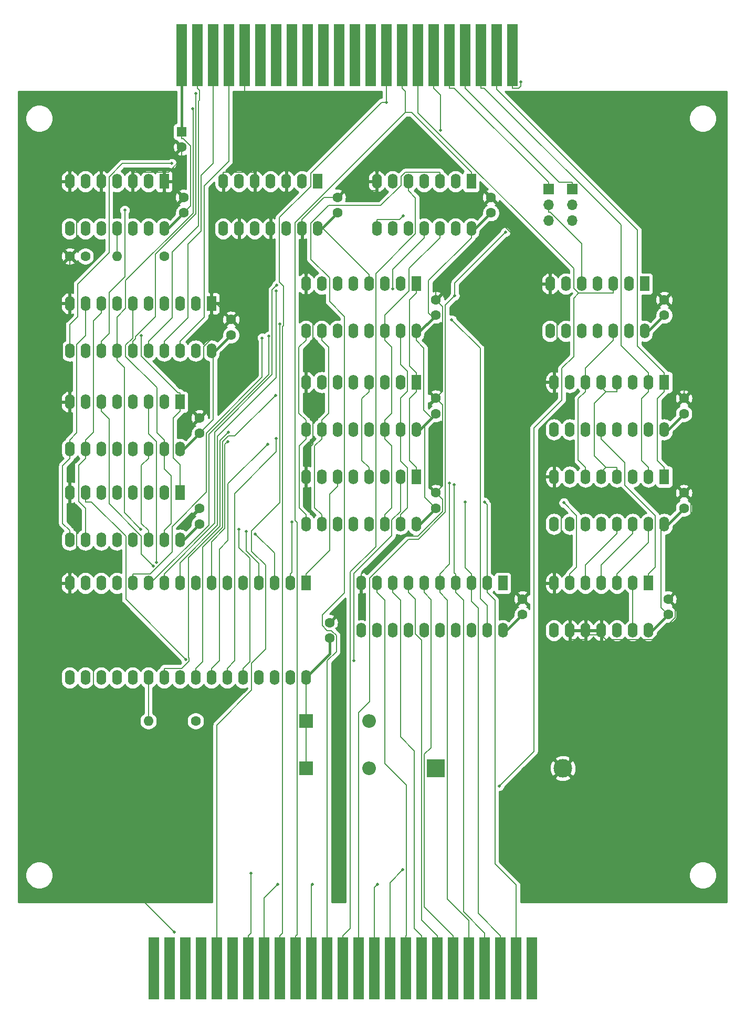
<source format=gtl>
G04 #@! TF.GenerationSoftware,KiCad,Pcbnew,(5.1.9)-1*
G04 #@! TF.CreationDate,2025-12-07T21:20:57+09:00*
G04 #@! TF.ProjectId,MZ-2000_EMM_CMU,4d5a2d32-3030-4305-9f45-4d4d5f434d55,rev?*
G04 #@! TF.SameCoordinates,PX20a6660PYbcc1c70*
G04 #@! TF.FileFunction,Copper,L1,Top*
G04 #@! TF.FilePolarity,Positive*
%FSLAX46Y46*%
G04 Gerber Fmt 4.6, Leading zero omitted, Abs format (unit mm)*
G04 Created by KiCad (PCBNEW (5.1.9)-1) date 2025-12-07 21:20:57*
%MOMM*%
%LPD*%
G01*
G04 APERTURE LIST*
G04 #@! TA.AperFunction,ConnectorPad*
%ADD10R,1.780000X10.000000*%
G04 #@! TD*
G04 #@! TA.AperFunction,ComponentPad*
%ADD11C,1.600000*%
G04 #@! TD*
G04 #@! TA.AperFunction,ComponentPad*
%ADD12R,1.600000X1.600000*%
G04 #@! TD*
G04 #@! TA.AperFunction,ComponentPad*
%ADD13O,2.200000X2.200000*%
G04 #@! TD*
G04 #@! TA.AperFunction,ComponentPad*
%ADD14R,2.200000X2.200000*%
G04 #@! TD*
G04 #@! TA.AperFunction,ComponentPad*
%ADD15O,1.600000X1.600000*%
G04 #@! TD*
G04 #@! TA.AperFunction,ComponentPad*
%ADD16R,1.600000X2.400000*%
G04 #@! TD*
G04 #@! TA.AperFunction,ComponentPad*
%ADD17O,1.600000X2.400000*%
G04 #@! TD*
G04 #@! TA.AperFunction,ComponentPad*
%ADD18C,3.000000*%
G04 #@! TD*
G04 #@! TA.AperFunction,ComponentPad*
%ADD19R,3.000000X3.000000*%
G04 #@! TD*
G04 #@! TA.AperFunction,ComponentPad*
%ADD20R,1.700000X1.700000*%
G04 #@! TD*
G04 #@! TA.AperFunction,ComponentPad*
%ADD21O,1.700000X1.700000*%
G04 #@! TD*
G04 #@! TA.AperFunction,ViaPad*
%ADD22C,0.500000*%
G04 #@! TD*
G04 #@! TA.AperFunction,Conductor*
%ADD23C,0.200000*%
G04 #@! TD*
G04 #@! TA.AperFunction,Conductor*
%ADD24C,0.400000*%
G04 #@! TD*
G04 #@! TA.AperFunction,Conductor*
%ADD25C,0.254000*%
G04 #@! TD*
G04 #@! TA.AperFunction,Conductor*
%ADD26C,0.100000*%
G04 #@! TD*
G04 APERTURE END LIST*
D10*
X26940000Y137196000D03*
X29480000Y137196000D03*
X32020000Y137196000D03*
X34560000Y137196000D03*
X37100000Y137196000D03*
X39640000Y137196000D03*
X42180000Y137196000D03*
X44720000Y137196000D03*
X47260000Y137196000D03*
X49800000Y137196000D03*
X52340000Y137196000D03*
X54880000Y137196000D03*
X57420000Y137196000D03*
X59960000Y137196000D03*
X62500000Y137196000D03*
X65040000Y137196000D03*
X67580000Y137196000D03*
X70120000Y137196000D03*
X72660000Y137196000D03*
X75200000Y137196000D03*
X77740000Y137196000D03*
X80280000Y137196000D03*
X83447500Y-10080000D03*
X80907500Y-10080000D03*
X78367500Y-10080000D03*
X75827500Y-10080000D03*
X73287500Y-10080000D03*
X70747500Y-10080000D03*
X68207500Y-10080000D03*
X65667500Y-10080000D03*
X63127500Y-10080000D03*
X60587500Y-10080000D03*
X58047500Y-10080000D03*
X55507500Y-10080000D03*
X52967500Y-10080000D03*
X50427500Y-10080000D03*
X47887500Y-10080000D03*
X45347500Y-10080000D03*
X42807500Y-10080000D03*
X40267500Y-10080000D03*
X37727500Y-10080000D03*
X35187500Y-10080000D03*
X32647500Y-10080000D03*
X30107500Y-10080000D03*
X27567500Y-10080000D03*
X25027500Y-10080000D03*
X22487500Y-10080000D03*
D11*
X76835000Y111760000D03*
X76835000Y114260000D03*
X34925000Y94575000D03*
X34925000Y92075000D03*
X67945000Y95250000D03*
X67945000Y97750000D03*
X29845000Y76200000D03*
X29845000Y78700000D03*
X67945000Y81875000D03*
X67945000Y79375000D03*
X29845000Y61595000D03*
X29845000Y64095000D03*
X67945000Y66635000D03*
X67945000Y64135000D03*
X50800000Y43180000D03*
X50800000Y45680000D03*
X81915000Y49490000D03*
X81915000Y46990000D03*
X8930000Y104775000D03*
X11430000Y104775000D03*
D12*
X26987500Y124841000D03*
D11*
X26987500Y122341000D03*
D13*
X57150000Y22225000D03*
D14*
X46990000Y22225000D03*
X46990000Y29845000D03*
D13*
X57150000Y29845000D03*
D11*
X24130000Y104775000D03*
D15*
X16510000Y104775000D03*
D16*
X24130000Y116840000D03*
D17*
X8890000Y109220000D03*
X21590000Y116840000D03*
X11430000Y109220000D03*
X19050000Y116840000D03*
X13970000Y109220000D03*
X16510000Y116840000D03*
X16510000Y109220000D03*
X13970000Y116840000D03*
X19050000Y109220000D03*
X11430000Y116840000D03*
X21590000Y109220000D03*
X8890000Y116840000D03*
X24130000Y109220000D03*
X31750000Y89535000D03*
X8890000Y97155000D03*
X29210000Y89535000D03*
X11430000Y97155000D03*
X26670000Y89535000D03*
X13970000Y97155000D03*
X24130000Y89535000D03*
X16510000Y97155000D03*
X21590000Y89535000D03*
X19050000Y97155000D03*
X19050000Y89535000D03*
X21590000Y97155000D03*
X16510000Y89535000D03*
X24130000Y97155000D03*
X13970000Y89535000D03*
X26670000Y97155000D03*
X11430000Y89535000D03*
X29210000Y97155000D03*
X8890000Y89535000D03*
D16*
X31750000Y97155000D03*
X64770000Y100330000D03*
D17*
X46990000Y92710000D03*
X62230000Y100330000D03*
X49530000Y92710000D03*
X59690000Y100330000D03*
X52070000Y92710000D03*
X57150000Y100330000D03*
X54610000Y92710000D03*
X54610000Y100330000D03*
X57150000Y92710000D03*
X52070000Y100330000D03*
X59690000Y92710000D03*
X49530000Y100330000D03*
X62230000Y92710000D03*
X46990000Y100330000D03*
X64770000Y92710000D03*
X26670000Y73660000D03*
X8890000Y81280000D03*
X24130000Y73660000D03*
X11430000Y81280000D03*
X21590000Y73660000D03*
X13970000Y81280000D03*
X19050000Y73660000D03*
X16510000Y81280000D03*
X16510000Y73660000D03*
X19050000Y81280000D03*
X13970000Y73660000D03*
X21590000Y81280000D03*
X11430000Y73660000D03*
X24130000Y81280000D03*
X8890000Y73660000D03*
D16*
X26670000Y81280000D03*
X64770000Y84455000D03*
D17*
X46990000Y76835000D03*
X62230000Y84455000D03*
X49530000Y76835000D03*
X59690000Y84455000D03*
X52070000Y76835000D03*
X57150000Y84455000D03*
X54610000Y76835000D03*
X54610000Y84455000D03*
X57150000Y76835000D03*
X52070000Y84455000D03*
X59690000Y76835000D03*
X49530000Y84455000D03*
X62230000Y76835000D03*
X46990000Y84455000D03*
X64770000Y76835000D03*
D16*
X26670000Y66675000D03*
D17*
X8890000Y59055000D03*
X24130000Y66675000D03*
X11430000Y59055000D03*
X21590000Y66675000D03*
X13970000Y59055000D03*
X19050000Y66675000D03*
X16510000Y59055000D03*
X16510000Y66675000D03*
X19050000Y59055000D03*
X13970000Y66675000D03*
X21590000Y59055000D03*
X11430000Y66675000D03*
X24130000Y59055000D03*
X8890000Y66675000D03*
X26670000Y59055000D03*
X64770000Y61595000D03*
X46990000Y69215000D03*
X62230000Y61595000D03*
X49530000Y69215000D03*
X59690000Y61595000D03*
X52070000Y69215000D03*
X57150000Y61595000D03*
X54610000Y69215000D03*
X54610000Y61595000D03*
X57150000Y69215000D03*
X52070000Y61595000D03*
X59690000Y69215000D03*
X49530000Y61595000D03*
X62230000Y69215000D03*
X46990000Y61595000D03*
D16*
X64770000Y69215000D03*
X46990000Y52070000D03*
D17*
X8890000Y36830000D03*
X44450000Y52070000D03*
X11430000Y36830000D03*
X41910000Y52070000D03*
X13970000Y36830000D03*
X39370000Y52070000D03*
X16510000Y36830000D03*
X36830000Y52070000D03*
X19050000Y36830000D03*
X34290000Y52070000D03*
X21590000Y36830000D03*
X31750000Y52070000D03*
X24130000Y36830000D03*
X29210000Y52070000D03*
X26670000Y36830000D03*
X26670000Y52070000D03*
X29210000Y36830000D03*
X24130000Y52070000D03*
X31750000Y36830000D03*
X21590000Y52070000D03*
X34290000Y36830000D03*
X19050000Y52070000D03*
X36830000Y36830000D03*
X16510000Y52070000D03*
X39370000Y36830000D03*
X13970000Y52070000D03*
X41910000Y36830000D03*
X11430000Y52070000D03*
X44450000Y36830000D03*
X8890000Y52070000D03*
X46990000Y36830000D03*
D16*
X78740000Y52070000D03*
D17*
X55880000Y44450000D03*
X76200000Y52070000D03*
X58420000Y44450000D03*
X73660000Y52070000D03*
X60960000Y44450000D03*
X71120000Y52070000D03*
X63500000Y44450000D03*
X68580000Y52070000D03*
X66040000Y44450000D03*
X66040000Y52070000D03*
X68580000Y44450000D03*
X63500000Y52070000D03*
X71120000Y44450000D03*
X60960000Y52070000D03*
X73660000Y44450000D03*
X58420000Y52070000D03*
X76200000Y44450000D03*
X55880000Y52070000D03*
X78740000Y44450000D03*
D18*
X88435000Y22225000D03*
D19*
X67945000Y22225000D03*
D11*
X52070000Y114260000D03*
X52070000Y111760000D03*
X27305000Y111760000D03*
X27305000Y114260000D03*
X104775000Y97750000D03*
X104775000Y95250000D03*
X107950000Y81875000D03*
X107950000Y79375000D03*
X107950000Y64135000D03*
X107950000Y66635000D03*
X105410000Y46990000D03*
X105410000Y49490000D03*
D20*
X86106000Y115570000D03*
D21*
X86106000Y113030000D03*
X86106000Y110490000D03*
X89916000Y110490000D03*
X89916000Y113030000D03*
D20*
X89916000Y115570000D03*
D16*
X48895000Y116840000D03*
D17*
X33655000Y109220000D03*
X46355000Y116840000D03*
X36195000Y109220000D03*
X43815000Y116840000D03*
X38735000Y109220000D03*
X41275000Y116840000D03*
X41275000Y109220000D03*
X38735000Y116840000D03*
X43815000Y109220000D03*
X36195000Y116840000D03*
X46355000Y109220000D03*
X33655000Y116840000D03*
X48895000Y109220000D03*
D16*
X101600000Y100330000D03*
D17*
X86360000Y92710000D03*
X99060000Y100330000D03*
X88900000Y92710000D03*
X96520000Y100330000D03*
X91440000Y92710000D03*
X93980000Y100330000D03*
X93980000Y92710000D03*
X91440000Y100330000D03*
X96520000Y92710000D03*
X88900000Y100330000D03*
X99060000Y92710000D03*
X86360000Y100330000D03*
X101600000Y92710000D03*
X104775000Y76835000D03*
X86995000Y84455000D03*
X102235000Y76835000D03*
X89535000Y84455000D03*
X99695000Y76835000D03*
X92075000Y84455000D03*
X97155000Y76835000D03*
X94615000Y84455000D03*
X94615000Y76835000D03*
X97155000Y84455000D03*
X92075000Y76835000D03*
X99695000Y84455000D03*
X89535000Y76835000D03*
X102235000Y84455000D03*
X86995000Y76835000D03*
D16*
X104775000Y84455000D03*
X104775000Y69215000D03*
D17*
X86995000Y61595000D03*
X102235000Y69215000D03*
X89535000Y61595000D03*
X99695000Y69215000D03*
X92075000Y61595000D03*
X97155000Y69215000D03*
X94615000Y61595000D03*
X94615000Y69215000D03*
X97155000Y61595000D03*
X92075000Y69215000D03*
X99695000Y61595000D03*
X89535000Y69215000D03*
X102235000Y61595000D03*
X86995000Y69215000D03*
X104775000Y61595000D03*
X102235000Y44450000D03*
X86995000Y52070000D03*
X99695000Y44450000D03*
X89535000Y52070000D03*
X97155000Y44450000D03*
X92075000Y52070000D03*
X94615000Y44450000D03*
X94615000Y52070000D03*
X92075000Y44450000D03*
X97155000Y52070000D03*
X89535000Y44450000D03*
X99695000Y52070000D03*
X86995000Y44450000D03*
D16*
X102235000Y52070000D03*
X73660000Y116840000D03*
D17*
X58420000Y109220000D03*
X71120000Y116840000D03*
X60960000Y109220000D03*
X68580000Y116840000D03*
X63500000Y109220000D03*
X66040000Y116840000D03*
X66040000Y109220000D03*
X63500000Y116840000D03*
X68580000Y109220000D03*
X60960000Y116840000D03*
X71120000Y109220000D03*
X58420000Y116840000D03*
X73660000Y109220000D03*
D11*
X29210000Y29845000D03*
D15*
X21590000Y29845000D03*
D22*
X25807700Y-4228000D03*
X81634900Y132850300D03*
X53175900Y48778800D03*
X70937300Y67948100D03*
X72688300Y65127100D03*
X75794500Y65127100D03*
X59960000Y129604200D03*
X48014300Y3529600D03*
X78193600Y19379900D03*
X68687400Y125084000D03*
X79174200Y108648000D03*
X70999300Y98390700D03*
X58559200Y3529600D03*
X62646800Y5854400D03*
X29267600Y130979200D03*
X70137400Y68171100D03*
X28717200Y128592900D03*
X20390700Y60766300D03*
X17780000Y112195000D03*
X25344100Y119723600D03*
X38144700Y5298400D03*
X42490300Y3529600D03*
X42822500Y93828500D03*
X60960000Y99533400D03*
X20442400Y91993700D03*
X62691900Y111301300D03*
X70521100Y94520800D03*
X88592600Y65019400D03*
X40991300Y91898100D03*
X39961000Y91602800D03*
X42275100Y100088500D03*
X42204400Y99210100D03*
X22391800Y54855700D03*
X22860000Y55386300D03*
X34378400Y74899900D03*
X40850200Y74479000D03*
X42213400Y75406100D03*
X34524700Y76390700D03*
X42094200Y82370500D03*
X36221700Y60768600D03*
X37343500Y60379400D03*
X38849200Y59953700D03*
X27616400Y39773900D03*
X44715800Y61940700D03*
X54726300Y39611400D03*
D23*
X26987500Y123740700D02*
X27179000Y123740700D01*
X27179000Y123740700D02*
X28409700Y122510000D01*
X28409700Y122510000D02*
X28409700Y112864700D01*
X28409700Y112864700D02*
X27305000Y111760000D01*
X32067500Y89535000D02*
X32067500Y78422500D01*
X32067500Y78422500D02*
X29845000Y76200000D01*
D24*
X32067500Y89535000D02*
X31750000Y89535000D01*
X34925000Y92075000D02*
X32385000Y89535000D01*
X32385000Y89535000D02*
X32067500Y89535000D01*
D23*
X26987500Y124841000D02*
X26987500Y123740700D01*
D24*
X27305000Y111760000D02*
X24765000Y109220000D01*
X24765000Y109220000D02*
X24130000Y109220000D01*
D23*
X57150000Y84455000D02*
X57150000Y82954700D01*
X57150000Y69215000D02*
X57150000Y70715300D01*
X57150000Y70715300D02*
X56038800Y71826500D01*
X56038800Y71826500D02*
X56038800Y81843500D01*
X56038800Y81843500D02*
X57150000Y82954700D01*
D24*
X26940000Y137196000D02*
X26940000Y124888500D01*
X26940000Y124888500D02*
X26987500Y124841000D01*
D23*
X57150000Y101830300D02*
X49760300Y109220000D01*
X49760300Y109220000D02*
X49530000Y109220000D01*
X73660000Y109220000D02*
X73660000Y107719700D01*
X67563300Y94868300D02*
X66783700Y95647900D01*
X66783700Y95647900D02*
X66783700Y100843400D01*
X66783700Y100843400D02*
X73660000Y107719700D01*
D24*
X67563300Y94868300D02*
X65405000Y92710000D01*
X65405000Y92710000D02*
X64770000Y92710000D01*
X67945000Y95250000D02*
X67563300Y94868300D01*
D23*
X64770000Y92710000D02*
X64770000Y91209700D01*
X67292200Y78722200D02*
X66013100Y80001300D01*
X66013100Y80001300D02*
X66013100Y89966600D01*
X66013100Y89966600D02*
X64770000Y91209700D01*
D24*
X67292200Y78722200D02*
X66130200Y77560200D01*
X67945000Y79375000D02*
X67292200Y78722200D01*
D23*
X96520000Y92710000D02*
X96520000Y91209700D01*
X96520000Y91209700D02*
X92075000Y86764700D01*
X92075000Y86764700D02*
X92075000Y84455000D01*
D24*
X107950000Y64135000D02*
X105410000Y61595000D01*
X105410000Y61595000D02*
X105092500Y61595000D01*
X107950000Y79375000D02*
X105410000Y76835000D01*
X105410000Y76835000D02*
X104775000Y76835000D01*
D23*
X57150000Y100330000D02*
X57150000Y101830300D01*
D24*
X49530000Y109220000D02*
X48895000Y109220000D01*
X52070000Y111760000D02*
X49530000Y109220000D01*
D23*
X105092500Y61595000D02*
X104280900Y60783400D01*
X104280900Y60783400D02*
X104280900Y48119100D01*
X104280900Y48119100D02*
X105410000Y46990000D01*
D24*
X105092500Y61595000D02*
X104775000Y61595000D01*
D23*
X66130200Y77560200D02*
X66130200Y65949800D01*
X66130200Y65949800D02*
X67945000Y64135000D01*
D24*
X66130200Y77560200D02*
X65405000Y76835000D01*
X65405000Y76835000D02*
X64770000Y76835000D01*
X104775000Y95250000D02*
X102235000Y92710000D01*
X102235000Y92710000D02*
X101600000Y92710000D01*
X67945000Y64135000D02*
X65405000Y61595000D01*
X65405000Y61595000D02*
X64770000Y61595000D01*
D23*
X92075000Y84455000D02*
X92075000Y82954700D01*
X92075000Y69215000D02*
X92075000Y70715300D01*
X92075000Y70715300D02*
X90905400Y71884900D01*
X90905400Y71884900D02*
X90905400Y81785100D01*
X90905400Y81785100D02*
X92075000Y82954700D01*
D24*
X76835000Y111760000D02*
X74295000Y109220000D01*
X74295000Y109220000D02*
X73660000Y109220000D01*
X105410000Y46990000D02*
X102870000Y44450000D01*
X102870000Y44450000D02*
X102235000Y44450000D01*
X81915000Y46990000D02*
X79375000Y44450000D01*
X79375000Y44450000D02*
X78740000Y44450000D01*
X29845000Y61595000D02*
X27305000Y59055000D01*
X27305000Y59055000D02*
X26670000Y59055000D01*
X29845000Y76200000D02*
X27305000Y73660000D01*
X27305000Y73660000D02*
X26670000Y73660000D01*
D23*
X34827400Y94575000D02*
X30480000Y90227600D01*
X30480000Y90227600D02*
X30480000Y79335000D01*
X30480000Y79335000D02*
X29845000Y78700000D01*
X34925000Y94575000D02*
X34827400Y94575000D01*
X31750000Y97905200D02*
X34827400Y94827800D01*
X34827400Y94827800D02*
X34827400Y94575000D01*
X31750000Y97905200D02*
X31750000Y98655300D01*
X31750000Y97155000D02*
X31750000Y97905200D01*
X36195000Y109220000D02*
X36195000Y103100300D01*
X36195000Y103100300D02*
X31750000Y98655300D01*
X10006200Y114223500D02*
X10006200Y105851200D01*
X10006200Y105851200D02*
X8930000Y104775000D01*
X8890000Y115339700D02*
X10006200Y114223500D01*
X10006200Y114223500D02*
X12853800Y114223500D01*
X12853800Y114223500D02*
X13970000Y115339700D01*
X13970000Y116840000D02*
X13970000Y115339700D01*
X52070000Y114260000D02*
X49894700Y114260000D01*
X49894700Y114260000D02*
X46355000Y110720300D01*
X58420000Y115339700D02*
X53149700Y115339700D01*
X53149700Y115339700D02*
X52070000Y114260000D01*
X46355000Y109220000D02*
X46355000Y110720300D01*
X19050000Y116840000D02*
X19050000Y118340300D01*
X19050000Y118340300D02*
X24130000Y118340300D01*
X24130000Y116840000D02*
X24130000Y118340300D01*
X24130000Y118340300D02*
X24817700Y118340300D01*
X24817700Y118340300D02*
X26987500Y120510100D01*
X26987500Y120510100D02*
X26987500Y122341000D01*
X86995000Y67714700D02*
X86995000Y65060400D01*
X86995000Y65060400D02*
X88139600Y63915800D01*
X88139600Y63915800D02*
X88139600Y54714900D01*
X88139600Y54714900D02*
X86995000Y53570300D01*
X86360000Y101830300D02*
X86360000Y102240500D01*
X86360000Y102240500D02*
X78929200Y109671300D01*
X78929200Y109671300D02*
X78504000Y109671300D01*
X67945000Y81875000D02*
X69045400Y80774600D01*
X69045400Y80774600D02*
X69045400Y67735400D01*
X69045400Y67735400D02*
X67945000Y66635000D01*
X67945000Y97750000D02*
X69045800Y96649200D01*
X69045800Y96649200D02*
X69045800Y82975800D01*
X69045800Y82975800D02*
X67945000Y81875000D01*
X86360000Y100330000D02*
X86360000Y101830300D01*
X78504000Y109671300D02*
X67945000Y99112300D01*
X67945000Y99112300D02*
X67945000Y97750000D01*
X78504000Y109671300D02*
X78504000Y112591000D01*
X78504000Y112591000D02*
X76835000Y114260000D01*
X41275000Y112799700D02*
X43815000Y115339700D01*
X41275000Y109220000D02*
X41275000Y112799700D01*
X41275000Y112799700D02*
X38735000Y115339700D01*
X38735000Y116840000D02*
X38735000Y115339700D01*
X37100000Y118340300D02*
X33655000Y118340300D01*
X38735000Y118340300D02*
X37100000Y118340300D01*
X37100000Y118340300D02*
X37100000Y131895700D01*
X38735000Y116840000D02*
X38735000Y118340300D01*
X43815000Y116840000D02*
X43815000Y115339700D01*
X37100000Y137196000D02*
X37100000Y131895700D01*
X105410000Y49490000D02*
X106513900Y48386100D01*
X106513900Y48386100D02*
X106513900Y46512900D01*
X106513900Y46512900D02*
X102940200Y42939200D01*
X102940200Y42939200D02*
X95375700Y42939200D01*
X95375700Y42939200D02*
X94615000Y43699900D01*
X107950000Y66635000D02*
X109050400Y65534600D01*
X109050400Y65534600D02*
X109050400Y53130400D01*
X109050400Y53130400D02*
X105410000Y49490000D01*
X94615000Y44450000D02*
X94615000Y43699900D01*
X92075000Y43699900D02*
X92075000Y42949700D01*
X92075000Y44450000D02*
X92075000Y43699900D01*
X94615000Y43699900D02*
X92075000Y43699900D01*
X89535000Y42949700D02*
X89535000Y23325000D01*
X89535000Y23325000D02*
X88435000Y22225000D01*
X89535000Y44450000D02*
X89535000Y42949700D01*
X92075000Y42949700D02*
X89535000Y42949700D01*
X86995000Y52070000D02*
X86995000Y50569700D01*
X89535000Y44450000D02*
X89535000Y48029700D01*
X89535000Y48029700D02*
X86995000Y50569700D01*
X33655000Y116840000D02*
X33655000Y118340300D01*
X8890000Y52070000D02*
X8890000Y50569700D01*
X8890000Y50569700D02*
X12700000Y46759700D01*
X12700000Y46759700D02*
X12700000Y8879700D01*
X12700000Y8879700D02*
X25807700Y-4228000D01*
X8890000Y52820200D02*
X8890000Y52070000D01*
X80280000Y131895700D02*
X81321500Y131895700D01*
X81321500Y131895700D02*
X81634900Y132209100D01*
X81634900Y132209100D02*
X81634900Y132850300D01*
X80280000Y137196000D02*
X80280000Y131895700D01*
X86360000Y100330000D02*
X86360000Y98829700D01*
X86995000Y84455000D02*
X86995000Y85955300D01*
X86995000Y85955300D02*
X87471100Y86431400D01*
X87471100Y86431400D02*
X87471100Y97718600D01*
X87471100Y97718600D02*
X86360000Y98829700D01*
X67945000Y66635000D02*
X69046800Y65533200D01*
X69046800Y65533200D02*
X69046800Y63630900D01*
X69046800Y63630900D02*
X65088700Y59672800D01*
X65088700Y59672800D02*
X61982500Y59672800D01*
X61982500Y59672800D02*
X55880000Y53570300D01*
X55880000Y52070000D02*
X55880000Y53570300D01*
X50800000Y45680000D02*
X53175900Y48055900D01*
X53175900Y48055900D02*
X53175900Y48778800D01*
X58420000Y116840000D02*
X58420000Y115339700D01*
X8890000Y81280000D02*
X8890000Y82780300D01*
X8890000Y97155000D02*
X8890000Y95654700D01*
X8890000Y95654700D02*
X7783700Y94548400D01*
X7783700Y94548400D02*
X7783700Y83886600D01*
X7783700Y83886600D02*
X8890000Y82780300D01*
X8890000Y97905200D02*
X8890000Y97155000D01*
X8890000Y97905200D02*
X8890000Y98655300D01*
X107950000Y81875000D02*
X107950000Y94575000D01*
X107950000Y94575000D02*
X104775000Y97750000D01*
X8890000Y52820200D02*
X8890000Y53570300D01*
X46990000Y82954700D02*
X48095600Y81849100D01*
X48095600Y81849100D02*
X48095600Y74466600D01*
X48095600Y74466600D02*
X46990000Y73361000D01*
X46990000Y73361000D02*
X46990000Y69215000D01*
X46990000Y100330000D02*
X46990000Y98829700D01*
X46990000Y98829700D02*
X48135000Y97684700D01*
X48135000Y97684700D02*
X48135000Y87100300D01*
X48135000Y87100300D02*
X46990000Y85955300D01*
X46990000Y100330000D02*
X46990000Y107084700D01*
X46990000Y107084700D02*
X46355000Y107719700D01*
X46990000Y84455000D02*
X46990000Y85955300D01*
X46990000Y84455000D02*
X46990000Y82954700D01*
X8890000Y116840000D02*
X8890000Y115339700D01*
X86995000Y52070000D02*
X86995000Y53570300D01*
X86995000Y69215000D02*
X86995000Y67714700D01*
X8890000Y98655300D02*
X8930000Y98695300D01*
X8930000Y98695300D02*
X8930000Y104775000D01*
X46355000Y109220000D02*
X46355000Y107719700D01*
X8890000Y66675000D02*
X8890000Y65174700D01*
X8890000Y53570300D02*
X10001100Y54681400D01*
X10001100Y54681400D02*
X10001100Y64063600D01*
X10001100Y64063600D02*
X8890000Y65174700D01*
X21590000Y91035300D02*
X25400000Y94845300D01*
X25400000Y94845300D02*
X25400000Y105423700D01*
X25400000Y105423700D02*
X29668600Y109692300D01*
X29668600Y109692300D02*
X29668600Y129801300D01*
X29668600Y129801300D02*
X29823500Y129956200D01*
X29823500Y129956200D02*
X29823500Y131552200D01*
X29823500Y131552200D02*
X29480000Y131895700D01*
X29480000Y137196000D02*
X29480000Y131895700D01*
X21590000Y89535000D02*
X21590000Y91035300D01*
X71120000Y52070000D02*
X71120000Y53570300D01*
X71120000Y53570300D02*
X70937300Y53753000D01*
X70937300Y53753000D02*
X70937300Y67948100D01*
X71120000Y51319900D02*
X71120000Y52070000D01*
X71120000Y51319900D02*
X71120000Y50569700D01*
X71120000Y50569700D02*
X72390000Y49299700D01*
X72390000Y49299700D02*
X72390000Y-888400D01*
X72390000Y-888400D02*
X75827500Y-4325900D01*
X75827500Y-4325900D02*
X75827500Y-10080000D01*
X24130000Y91035300D02*
X27948100Y94853400D01*
X27948100Y94853400D02*
X27948100Y106722100D01*
X27948100Y106722100D02*
X30070100Y108844100D01*
X30070100Y108844100D02*
X30070100Y117809900D01*
X30070100Y117809900D02*
X32020000Y119759800D01*
X32020000Y119759800D02*
X32020000Y137196000D01*
X24130000Y89535000D02*
X24130000Y91035300D01*
X73660000Y52070000D02*
X73660000Y53570300D01*
X73660000Y53570300D02*
X72688300Y54542000D01*
X72688300Y54542000D02*
X72688300Y65127100D01*
X78367500Y-4779700D02*
X74760400Y-1172600D01*
X74760400Y-1172600D02*
X74760400Y48080600D01*
X74760400Y48080600D02*
X73660000Y49181000D01*
X73660000Y49181000D02*
X73660000Y52070000D01*
X78367500Y-10080000D02*
X78367500Y-4779700D01*
X76200000Y52070000D02*
X76200000Y50569700D01*
X76200000Y50569700D02*
X77492000Y49277700D01*
X77492000Y49277700D02*
X77492000Y6840200D01*
X77492000Y6840200D02*
X80907500Y3424700D01*
X80907500Y3424700D02*
X80907500Y-10080000D01*
X75794500Y65127100D02*
X76200000Y64721600D01*
X76200000Y64721600D02*
X76200000Y52070000D01*
X26670000Y91035300D02*
X30621700Y94987000D01*
X30621700Y94987000D02*
X30621700Y116152000D01*
X30621700Y116152000D02*
X34560000Y120090300D01*
X34560000Y120090300D02*
X34560000Y137196000D01*
X26670000Y89535000D02*
X26670000Y91035300D01*
X42807500Y-4779700D02*
X43234800Y-4352400D01*
X43234800Y-4352400D02*
X43234800Y93455600D01*
X43234800Y93455600D02*
X43378600Y93599400D01*
X43378600Y93599400D02*
X43378600Y99918600D01*
X43378600Y99918600D02*
X42714100Y100583100D01*
X42714100Y100583100D02*
X42714100Y110998900D01*
X42714100Y110998900D02*
X47766700Y116051500D01*
X47766700Y116051500D02*
X47766700Y118165100D01*
X47766700Y118165100D02*
X59205800Y129604200D01*
X59205800Y129604200D02*
X59960000Y129604200D01*
X42807500Y-10080000D02*
X42807500Y-4779700D01*
X59960000Y129604200D02*
X59960000Y137196000D01*
X45347500Y-4779700D02*
X45550300Y-4576900D01*
X45550300Y-4576900D02*
X45550300Y61884500D01*
X45550300Y61884500D02*
X45218400Y62216400D01*
X45218400Y62216400D02*
X45218400Y110171900D01*
X45218400Y110171900D02*
X63015700Y127969200D01*
X62500000Y137196000D02*
X62500000Y131895700D01*
X63015700Y127969200D02*
X63015700Y131380000D01*
X63015700Y131380000D02*
X62500000Y131895700D01*
X73660000Y118340300D02*
X64031100Y127969200D01*
X64031100Y127969200D02*
X63015700Y127969200D01*
X45347500Y-10080000D02*
X45347500Y-4779700D01*
X73660000Y116840000D02*
X73660000Y118340300D01*
X90981400Y98829700D02*
X90170000Y99641100D01*
X90170000Y99641100D02*
X90170000Y102795800D01*
X90170000Y102795800D02*
X65040100Y127925700D01*
X65040100Y127925700D02*
X65040100Y131895700D01*
X65040100Y131895700D02*
X65040000Y131895700D01*
X96520000Y98829700D02*
X90981400Y98829700D01*
X90981400Y98829700D02*
X90170000Y98018300D01*
X90170000Y98018300D02*
X90170000Y88609000D01*
X90170000Y88609000D02*
X88265000Y86704000D01*
X88265000Y86704000D02*
X88265000Y81597000D01*
X88265000Y81597000D02*
X83768100Y77100100D01*
X83768100Y77100100D02*
X83768100Y24954400D01*
X83768100Y24954400D02*
X78193600Y19379900D01*
X48014300Y3529600D02*
X47887500Y3402800D01*
X47887500Y3402800D02*
X47887500Y-10080000D01*
X65040000Y137196000D02*
X65040000Y131895700D01*
X96520000Y100330000D02*
X96520000Y98829700D01*
X50427500Y-10080000D02*
X50427500Y39559800D01*
X50427500Y39559800D02*
X51920800Y41053100D01*
X51920800Y41053100D02*
X51920800Y43630700D01*
X51920800Y43630700D02*
X51121500Y44430000D01*
X51121500Y44430000D02*
X50450100Y44430000D01*
X50450100Y44430000D02*
X49666500Y45213600D01*
X49666500Y45213600D02*
X49666500Y46961000D01*
X49666500Y46961000D02*
X53200200Y50494700D01*
X53200200Y50494700D02*
X53200200Y95071800D01*
X53200200Y95071800D02*
X50800000Y97472000D01*
X50800000Y97472000D02*
X50800000Y101260200D01*
X50800000Y101260200D02*
X47776000Y104284200D01*
X47776000Y104284200D02*
X47776000Y110071600D01*
X47776000Y110071600D02*
X50669200Y112964800D01*
X50669200Y112964800D02*
X59051200Y112964800D01*
X59051200Y112964800D02*
X62316400Y116230000D01*
X62316400Y116230000D02*
X62316400Y117630800D01*
X62316400Y117630800D02*
X63025900Y118340300D01*
X63025900Y118340300D02*
X68580000Y118340300D01*
X68580000Y116840000D02*
X68580000Y118340300D01*
X67580000Y131895700D02*
X68687400Y130788300D01*
X68687400Y130788300D02*
X68687400Y125084000D01*
X67580000Y137196000D02*
X67580000Y131895700D01*
X52967500Y-10080000D02*
X52967500Y-4779700D01*
X63500000Y116840000D02*
X63500000Y115339700D01*
X63500000Y115339700D02*
X64652000Y114187700D01*
X64652000Y114187700D02*
X64652000Y108403500D01*
X64652000Y108403500D02*
X58250300Y102001800D01*
X58250300Y102001800D02*
X58250300Y57959500D01*
X58250300Y57959500D02*
X54157800Y53867000D01*
X54157800Y53867000D02*
X54157800Y-3589400D01*
X54157800Y-3589400D02*
X52967500Y-4779700D01*
X70120000Y137196000D02*
X70120000Y131895700D01*
X86106000Y115570000D02*
X86106000Y116720300D01*
X86106000Y116720300D02*
X70930600Y131895700D01*
X70930600Y131895700D02*
X70120000Y131895700D01*
X70999300Y98390700D02*
X70999300Y100473100D01*
X70999300Y100473100D02*
X79174200Y108648000D01*
X55507500Y-10080000D02*
X55507500Y31186600D01*
X55507500Y31186600D02*
X57279400Y32958500D01*
X57279400Y32958500D02*
X57279400Y52885700D01*
X57279400Y52885700D02*
X63524500Y59130800D01*
X63524500Y59130800D02*
X65112800Y59130800D01*
X65112800Y59130800D02*
X69487500Y63505500D01*
X69487500Y63505500D02*
X69487500Y96878900D01*
X69487500Y96878900D02*
X70999300Y98390700D01*
X72660000Y137196000D02*
X72660000Y131895700D01*
X89916000Y115570000D02*
X89916000Y116720300D01*
X89916000Y116720300D02*
X87835400Y116720300D01*
X87835400Y116720300D02*
X72660000Y131895700D01*
X58047500Y-10080000D02*
X58047500Y3017900D01*
X58047500Y3017900D02*
X58559200Y3529600D01*
X75200000Y137196000D02*
X75200000Y131895700D01*
X102235000Y84455000D02*
X102235000Y85955300D01*
X102235000Y85955300D02*
X97790000Y90400300D01*
X97790000Y90400300D02*
X97790000Y109874200D01*
X97790000Y109874200D02*
X75768500Y131895700D01*
X75768500Y131895700D02*
X75200000Y131895700D01*
X102235000Y84021500D02*
X102235000Y84455000D01*
X102235000Y84021500D02*
X102235000Y82954700D01*
X102235000Y69215000D02*
X102235000Y70715300D01*
X102235000Y82954700D02*
X101123800Y81843500D01*
X101123800Y81843500D02*
X101123800Y71826500D01*
X101123800Y71826500D02*
X102235000Y70715300D01*
X104775000Y84455000D02*
X104775000Y85955300D01*
X104775000Y85955300D02*
X100471700Y90258600D01*
X100471700Y90258600D02*
X100471700Y108994500D01*
X100471700Y108994500D02*
X77740000Y131726200D01*
X77740000Y131726200D02*
X77740000Y137196000D01*
X104775000Y84076700D02*
X104775000Y84455000D01*
X62646800Y5854400D02*
X60587500Y3795100D01*
X60587500Y3795100D02*
X60587500Y-10080000D01*
X104775000Y84076700D02*
X104775000Y82954700D01*
X104775000Y69215000D02*
X104775000Y70715300D01*
X104775000Y82954700D02*
X103674700Y81854400D01*
X103674700Y81854400D02*
X103674700Y71815600D01*
X103674700Y71815600D02*
X104775000Y70715300D01*
X19050000Y89535000D02*
X19050000Y91035300D01*
X19050000Y91035300D02*
X19506100Y91491400D01*
X19506100Y91491400D02*
X19506100Y91843200D01*
X19506100Y91843200D02*
X22738400Y95075500D01*
X22738400Y95075500D02*
X22738400Y105070800D01*
X22738400Y105070800D02*
X29267600Y111600000D01*
X29267600Y111600000D02*
X29267600Y130979200D01*
X68580000Y52070000D02*
X68580000Y53570300D01*
X68580000Y53570300D02*
X70137400Y55127700D01*
X70137400Y55127700D02*
X70137400Y68171100D01*
X68580000Y51636500D02*
X68580000Y52070000D01*
X68580000Y51636500D02*
X68580000Y50569700D01*
X68580000Y50569700D02*
X69811000Y49338700D01*
X69811000Y49338700D02*
X69811000Y1124300D01*
X69811000Y1124300D02*
X73287500Y-2352200D01*
X73287500Y-2352200D02*
X73287500Y-10080000D01*
X28717200Y128592900D02*
X28810100Y128500000D01*
X28810100Y128500000D02*
X28810100Y111708800D01*
X28810100Y111708800D02*
X17945800Y100844500D01*
X17945800Y100844500D02*
X17945800Y96390600D01*
X17945800Y96390600D02*
X16510000Y94954800D01*
X16510000Y94954800D02*
X16510000Y89535000D01*
X16510000Y89439800D02*
X16510000Y89535000D01*
X16510000Y89439800D02*
X16510000Y88034700D01*
X20390700Y60766300D02*
X17742000Y63415000D01*
X17742000Y63415000D02*
X17742000Y86802700D01*
X17742000Y86802700D02*
X16510000Y88034700D01*
X66040000Y51981400D02*
X66040000Y52070000D01*
X66040000Y51981400D02*
X66040000Y50569700D01*
X70747500Y-10080000D02*
X70747500Y-4779700D01*
X66040000Y50569700D02*
X67189400Y49420300D01*
X67189400Y49420300D02*
X67189400Y25558000D01*
X67189400Y25558000D02*
X66117900Y24486500D01*
X66117900Y24486500D02*
X66117900Y-150100D01*
X66117900Y-150100D02*
X70747500Y-4779700D01*
X13970000Y91035300D02*
X15240000Y92305300D01*
X15240000Y92305300D02*
X15240000Y98940300D01*
X15240000Y98940300D02*
X17780000Y101480300D01*
X17780000Y101480300D02*
X17780000Y112195000D01*
X13970000Y89535000D02*
X13970000Y91035300D01*
X68207500Y-10080000D02*
X68207500Y-4779700D01*
X63500000Y52070000D02*
X63500000Y50569700D01*
X63500000Y50569700D02*
X64628400Y49441300D01*
X64628400Y49441300D02*
X64628400Y43905400D01*
X64628400Y43905400D02*
X65667700Y42866100D01*
X65667700Y42866100D02*
X65667700Y-2239900D01*
X65667700Y-2239900D02*
X68207500Y-4779700D01*
X65667500Y-10080000D02*
X65667500Y-4779700D01*
X60960000Y52070000D02*
X60960000Y50569700D01*
X60960000Y50569700D02*
X62230000Y49299700D01*
X62230000Y49299700D02*
X62230000Y27280700D01*
X62230000Y27280700D02*
X64477200Y25033500D01*
X64477200Y25033500D02*
X64477200Y-3589400D01*
X64477200Y-3589400D02*
X65667500Y-4779700D01*
X63127500Y-10080000D02*
X63127500Y-4779700D01*
X63127500Y-4779700D02*
X63197100Y-4710100D01*
X63197100Y-4710100D02*
X63197100Y19473500D01*
X63197100Y19473500D02*
X59690000Y22980600D01*
X59690000Y22980600D02*
X59690000Y49299700D01*
X59690000Y49299700D02*
X58420000Y50569700D01*
X8890000Y89535000D02*
X8890000Y93731500D01*
X8890000Y93731500D02*
X10160000Y95001500D01*
X10160000Y95001500D02*
X10160000Y100313000D01*
X10160000Y100313000D02*
X15240000Y105393000D01*
X15240000Y105393000D02*
X15240000Y117581200D01*
X15240000Y117581200D02*
X17382400Y119723600D01*
X17382400Y119723600D02*
X25344100Y119723600D01*
X58420000Y52070000D02*
X58420000Y50569700D01*
X37727500Y-10080000D02*
X37727500Y-4779700D01*
X37727500Y-4779700D02*
X38144700Y-4362500D01*
X38144700Y-4362500D02*
X38144700Y5298400D01*
X42490300Y3529600D02*
X40267500Y1306800D01*
X40267500Y1306800D02*
X40267500Y-10080000D01*
X66040000Y107719700D02*
X60960000Y102639700D01*
X60960000Y102639700D02*
X60960000Y99533400D01*
X42822500Y93828500D02*
X42822500Y65097800D01*
X42822500Y65097800D02*
X38252700Y60528000D01*
X38252700Y60528000D02*
X38252700Y57227300D01*
X38252700Y57227300D02*
X40503700Y54976300D01*
X40503700Y54976300D02*
X40503700Y41437700D01*
X40503700Y41437700D02*
X38241700Y39175700D01*
X38241700Y39175700D02*
X38241700Y34796600D01*
X38241700Y34796600D02*
X32647500Y29202400D01*
X32647500Y29202400D02*
X32647500Y-10080000D01*
X66040000Y109220000D02*
X66040000Y107719700D01*
X24130000Y75160300D02*
X23001700Y76288600D01*
X23001700Y76288600D02*
X23001700Y83573000D01*
X23001700Y83573000D02*
X17942100Y88632600D01*
X17942100Y88632600D02*
X17942100Y90493700D01*
X17942100Y90493700D02*
X19050000Y91601600D01*
X19050000Y91601600D02*
X19050000Y97155000D01*
X24130000Y73660000D02*
X24130000Y75160300D01*
X24130000Y60555300D02*
X25237400Y61662700D01*
X25237400Y61662700D02*
X25237400Y69346900D01*
X25237400Y69346900D02*
X24130000Y70454300D01*
X24130000Y70454300D02*
X24130000Y73660000D01*
X24130000Y59055000D02*
X24130000Y60555300D01*
X26670000Y81280000D02*
X26670000Y82780300D01*
X26670000Y82780300D02*
X26360500Y82780300D01*
X26360500Y82780300D02*
X20442400Y88698400D01*
X20442400Y88698400D02*
X20442400Y91993700D01*
X26670000Y80846500D02*
X26670000Y81280000D01*
X26670000Y80846500D02*
X26670000Y79779700D01*
X26670000Y79779700D02*
X25569600Y78679300D01*
X25569600Y78679300D02*
X25569600Y72227800D01*
X25569600Y72227800D02*
X26670000Y71127400D01*
X26670000Y71127400D02*
X26670000Y66675000D01*
X62230000Y61595000D02*
X62230000Y63095300D01*
X62230000Y63095300D02*
X63362400Y64227700D01*
X63362400Y64227700D02*
X63362400Y70622300D01*
X63362400Y70622300D02*
X62230000Y71754700D01*
X62230000Y71754700D02*
X62230000Y76835000D01*
X62230000Y76835000D02*
X62230000Y78335300D01*
X62230000Y92710000D02*
X62230000Y87370500D01*
X62230000Y87370500D02*
X63362400Y86238100D01*
X63362400Y86238100D02*
X63362400Y83047700D01*
X63362400Y83047700D02*
X62230000Y81915300D01*
X62230000Y81915300D02*
X62230000Y78335300D01*
X46990000Y36830000D02*
X46990000Y29845000D01*
D24*
X50800000Y43180000D02*
X50800000Y40640000D01*
X50800000Y40640000D02*
X46990000Y36830000D01*
D23*
X46990000Y29845000D02*
X46990000Y22225000D01*
X16510000Y109220000D02*
X16510000Y104775000D01*
X86106000Y113030000D02*
X86106000Y111879700D01*
X86106000Y111879700D02*
X86393600Y111879700D01*
X86393600Y111879700D02*
X91440000Y106833300D01*
X91440000Y106833300D02*
X91440000Y100330000D01*
X58420000Y109220000D02*
X58420000Y110720300D01*
X58420000Y110720300D02*
X62110900Y110720300D01*
X62110900Y110720300D02*
X62691900Y111301300D01*
X76200000Y44450000D02*
X76200000Y48460200D01*
X76200000Y48460200D02*
X75099600Y49560600D01*
X75099600Y49560600D02*
X75099600Y89942300D01*
X75099600Y89942300D02*
X70521100Y94520800D01*
X89535000Y53570300D02*
X90643200Y54678500D01*
X90643200Y54678500D02*
X90643200Y62968800D01*
X90643200Y62968800D02*
X88592600Y65019400D01*
X89535000Y52070000D02*
X89535000Y53570300D01*
X8890000Y75160300D02*
X10018400Y76288700D01*
X10018400Y76288700D02*
X10018400Y90571100D01*
X10018400Y90571100D02*
X11430000Y91982700D01*
X11430000Y91982700D02*
X11430000Y97155000D01*
X8890000Y59055000D02*
X8890000Y60555300D01*
X8890000Y73660000D02*
X8890000Y72159700D01*
X8890000Y72159700D02*
X7756600Y71026300D01*
X7756600Y71026300D02*
X7756600Y61688700D01*
X7756600Y61688700D02*
X8890000Y60555300D01*
X8890000Y74410200D02*
X8890000Y73660000D01*
X8890000Y74410200D02*
X8890000Y75160300D01*
X13970000Y97155000D02*
X13970000Y95654700D01*
X11430000Y73660000D02*
X11430000Y75160300D01*
X11430000Y75160300D02*
X12700000Y76430300D01*
X12700000Y76430300D02*
X12700000Y94384700D01*
X12700000Y94384700D02*
X13970000Y95654700D01*
X11430000Y72909900D02*
X11430000Y73660000D01*
X11430000Y59055000D02*
X11430000Y64146100D01*
X11430000Y64146100D02*
X10329100Y65247000D01*
X10329100Y65247000D02*
X10329100Y71058800D01*
X10329100Y71058800D02*
X11430000Y72159700D01*
X11430000Y72909900D02*
X11430000Y72159700D01*
X46990000Y76835000D02*
X46990000Y75334700D01*
X46990000Y61595000D02*
X46990000Y63095300D01*
X46990000Y63095300D02*
X45889700Y64195600D01*
X45889700Y64195600D02*
X45889700Y74234400D01*
X45889700Y74234400D02*
X46990000Y75334700D01*
X46990000Y78335300D02*
X45887200Y79438100D01*
X45887200Y79438100D02*
X45887200Y90106900D01*
X45887200Y90106900D02*
X46990000Y91209700D01*
X46990000Y92710000D02*
X46990000Y91209700D01*
X46990000Y76835000D02*
X46990000Y78335300D01*
X49530000Y91209700D02*
X50641100Y90098600D01*
X50641100Y90098600D02*
X50641100Y79446400D01*
X50641100Y79446400D02*
X49530000Y78335300D01*
X49530000Y92710000D02*
X49530000Y91209700D01*
X49530000Y76835000D02*
X49530000Y78335300D01*
X49530000Y76084900D02*
X49530000Y76835000D01*
X49530000Y63095300D02*
X48418800Y64206500D01*
X48418800Y64206500D02*
X48418800Y74223500D01*
X48418800Y74223500D02*
X49530000Y75334700D01*
X49530000Y76084900D02*
X49530000Y75334700D01*
X49530000Y61595000D02*
X49530000Y63095300D01*
X64770000Y85955300D02*
X63669700Y87055600D01*
X63669700Y87055600D02*
X63669700Y97729400D01*
X63669700Y97729400D02*
X64770000Y98829700D01*
X64770000Y100330000D02*
X64770000Y98829700D01*
X64770000Y84455000D02*
X64770000Y85955300D01*
X64770000Y83704900D02*
X64770000Y84455000D01*
X64770000Y83704900D02*
X64770000Y82954700D01*
X64770000Y69215000D02*
X64770000Y70715300D01*
X64770000Y70715300D02*
X63669700Y71815600D01*
X63669700Y71815600D02*
X63669700Y81854400D01*
X63669700Y81854400D02*
X64770000Y82954700D01*
X21590000Y52070000D02*
X21969800Y52070000D01*
X21969800Y52070000D02*
X31345800Y61446000D01*
X31345800Y61446000D02*
X31345800Y76042700D01*
X31345800Y76042700D02*
X40991300Y85688200D01*
X40991300Y85688200D02*
X40991300Y91898100D01*
X19050000Y53570300D02*
X21906100Y53570300D01*
X21906100Y53570300D02*
X25400000Y57064200D01*
X25400000Y57064200D02*
X25400000Y61206200D01*
X25400000Y61206200D02*
X30945400Y66751600D01*
X30945400Y66751600D02*
X30945400Y76271000D01*
X30945400Y76271000D02*
X39961000Y85286600D01*
X39961000Y85286600D02*
X39961000Y91602800D01*
X19050000Y52070000D02*
X19050000Y53570300D01*
X97155000Y53570300D02*
X102235000Y58650300D01*
X102235000Y58650300D02*
X102235000Y61595000D01*
X97155000Y52070000D02*
X97155000Y53570300D01*
X24130000Y53570300D02*
X32312300Y61752600D01*
X32312300Y61752600D02*
X32312300Y76442900D01*
X32312300Y76442900D02*
X41559500Y85690100D01*
X41559500Y85690100D02*
X41559500Y99372900D01*
X41559500Y99372900D02*
X42275100Y100088500D01*
X24130000Y52070000D02*
X24130000Y53570300D01*
X26670000Y53570300D02*
X26670000Y55315200D01*
X26670000Y55315200D02*
X32746800Y61392000D01*
X32746800Y61392000D02*
X32746800Y75745000D01*
X32746800Y75745000D02*
X42204400Y85202600D01*
X42204400Y85202600D02*
X42204400Y99210100D01*
X26670000Y52070000D02*
X26670000Y53570300D01*
X13970000Y81280000D02*
X13970000Y79779700D01*
X22391800Y54855700D02*
X20461700Y56785800D01*
X20461700Y56785800D02*
X20461700Y59640500D01*
X20461700Y59640500D02*
X15240000Y64862200D01*
X15240000Y64862200D02*
X15240000Y78509700D01*
X15240000Y78509700D02*
X13970000Y79779700D01*
X21590000Y81280000D02*
X21590000Y76171700D01*
X21590000Y76171700D02*
X22860000Y74901700D01*
X22860000Y74901700D02*
X22860000Y55386300D01*
X31750000Y53570300D02*
X31750000Y58696500D01*
X31750000Y58696500D02*
X33947700Y60894200D01*
X33947700Y60894200D02*
X33947700Y74469200D01*
X33947700Y74469200D02*
X34378400Y74899900D01*
X31750000Y52070000D02*
X31750000Y53570300D01*
X40850200Y74479000D02*
X34448100Y68076900D01*
X34448100Y68076900D02*
X34448100Y58963400D01*
X34448100Y58963400D02*
X33020000Y57535300D01*
X33020000Y57535300D02*
X33020000Y39600300D01*
X33020000Y39600300D02*
X31750000Y38330300D01*
X31750000Y36830000D02*
X31750000Y38330300D01*
X34290000Y36830000D02*
X34290000Y38330300D01*
X34290000Y38330300D02*
X35494800Y39535100D01*
X35494800Y39535100D02*
X35494800Y66532000D01*
X35494800Y66532000D02*
X42213400Y73250600D01*
X42213400Y73250600D02*
X42213400Y75406100D01*
X99695000Y61595000D02*
X99695000Y60094700D01*
X94615000Y52070000D02*
X94615000Y55014700D01*
X94615000Y55014700D02*
X99695000Y60094700D01*
X24130000Y38330300D02*
X26982000Y38330300D01*
X26982000Y38330300D02*
X28166700Y39515000D01*
X28166700Y39515000D02*
X28166700Y40001900D01*
X28166700Y40001900D02*
X28100700Y40067900D01*
X28100700Y40067900D02*
X28100700Y56179700D01*
X28100700Y56179700D02*
X33147100Y61226100D01*
X33147100Y61226100D02*
X33147100Y75013100D01*
X33147100Y75013100D02*
X34524700Y76390700D01*
X24130000Y36830000D02*
X24130000Y38330300D01*
X29210000Y38330300D02*
X30321200Y39441500D01*
X30321200Y39441500D02*
X30321200Y57834000D01*
X30321200Y57834000D02*
X33547400Y61060200D01*
X33547400Y61060200D02*
X33547400Y74847300D01*
X33547400Y74847300D02*
X34525300Y75825200D01*
X34525300Y75825200D02*
X35548900Y75825200D01*
X35548900Y75825200D02*
X42094200Y82370500D01*
X29210000Y36830000D02*
X29210000Y38330300D01*
X36221700Y60768600D02*
X36221700Y57788300D01*
X36221700Y57788300D02*
X37941200Y56068800D01*
X37941200Y56068800D02*
X37941200Y39441500D01*
X37941200Y39441500D02*
X36830000Y38330300D01*
X36830000Y36830000D02*
X36830000Y38330300D01*
X39370000Y53570300D02*
X39370000Y55261000D01*
X39370000Y55261000D02*
X37343500Y57287500D01*
X37343500Y57287500D02*
X37343500Y60379400D01*
X39370000Y52070000D02*
X39370000Y53570300D01*
X41910000Y53570300D02*
X41910000Y56892900D01*
X41910000Y56892900D02*
X38849200Y59953700D01*
X41910000Y52070000D02*
X41910000Y53570300D01*
X11430000Y66675000D02*
X11430000Y65174700D01*
X27616400Y39773900D02*
X17949600Y49440700D01*
X17949600Y49440700D02*
X17949600Y59633200D01*
X17949600Y59633200D02*
X12408100Y65174700D01*
X12408100Y65174700D02*
X11430000Y65174700D01*
X52070000Y67714700D02*
X50800000Y66444700D01*
X50800000Y66444700D02*
X50800000Y57380300D01*
X50800000Y57380300D02*
X46990000Y53570300D01*
X46990000Y52070000D02*
X46990000Y53570300D01*
X52070000Y69215000D02*
X52070000Y67714700D01*
X97155000Y61595000D02*
X97155000Y60094700D01*
X92075000Y52070000D02*
X92075000Y55014700D01*
X92075000Y55014700D02*
X97155000Y60094700D01*
X44450000Y52070000D02*
X44450000Y53570300D01*
X44450000Y53570300D02*
X44715800Y53836100D01*
X44715800Y53836100D02*
X44715800Y61940700D01*
X62230000Y69215000D02*
X62230000Y63661600D01*
X62230000Y63661600D02*
X60818400Y62250000D01*
X60818400Y62250000D02*
X60818400Y59720800D01*
X60818400Y59720800D02*
X54726300Y53628700D01*
X54726300Y53628700D02*
X54726300Y39611400D01*
X94615000Y76835000D02*
X94615000Y75334700D01*
X102235000Y52070000D02*
X102235000Y53570300D01*
X102235000Y53570300D02*
X103335400Y54670700D01*
X103335400Y54670700D02*
X103335400Y62974100D01*
X103335400Y62974100D02*
X98425000Y67884500D01*
X98425000Y67884500D02*
X98425000Y71524700D01*
X98425000Y71524700D02*
X94615000Y75334700D01*
X99695000Y52070000D02*
X99695000Y44450000D01*
X21590000Y73660000D02*
X21590000Y72159700D01*
X21590000Y59055000D02*
X21590000Y60555300D01*
X21590000Y60555300D02*
X20478800Y61666500D01*
X20478800Y61666500D02*
X20478800Y71048500D01*
X20478800Y71048500D02*
X21590000Y72159700D01*
X59690000Y75334700D02*
X60809800Y74214900D01*
X60809800Y74214900D02*
X60809800Y64215100D01*
X60809800Y64215100D02*
X59690000Y63095300D01*
X59690000Y94210300D02*
X59690000Y95250300D01*
X59690000Y95250300D02*
X63641700Y99202000D01*
X63641700Y99202000D02*
X63641700Y102781400D01*
X63641700Y102781400D02*
X68580000Y107719700D01*
X59690000Y92710000D02*
X59690000Y94210300D01*
X68580000Y109220000D02*
X68580000Y107719700D01*
X59690000Y76835000D02*
X59690000Y78335300D01*
X59690000Y92710000D02*
X59690000Y91209700D01*
X59690000Y91209700D02*
X60801100Y90098600D01*
X60801100Y90098600D02*
X60801100Y79446400D01*
X60801100Y79446400D02*
X59690000Y78335300D01*
X59690000Y76835000D02*
X59690000Y75334700D01*
X59690000Y61595000D02*
X59690000Y63095300D01*
X95365100Y70715300D02*
X97155000Y70715300D01*
X94615000Y69965200D02*
X95365100Y70715300D01*
X95365100Y70715300D02*
X93499200Y72581200D01*
X93499200Y72581200D02*
X93499200Y81088700D01*
X93499200Y81088700D02*
X95365200Y82954700D01*
X95365200Y82954700D02*
X97155000Y82954700D01*
X94615000Y83704900D02*
X95365200Y82954700D01*
X21590000Y29845000D02*
X21590000Y36830000D01*
X97155000Y69215000D02*
X97155000Y70715300D01*
X94615000Y69215000D02*
X94615000Y69965200D01*
X97155000Y84455000D02*
X97155000Y82954700D01*
X94615000Y84455000D02*
X94615000Y83704900D01*
D25*
X26105001Y126270947D02*
X26063018Y126266812D01*
X25943320Y126230502D01*
X25833006Y126171537D01*
X25736315Y126092185D01*
X25656963Y125995494D01*
X25597998Y125885180D01*
X25561688Y125765482D01*
X25549428Y125641000D01*
X25549428Y124041000D01*
X25561688Y123916518D01*
X25597998Y123796820D01*
X25656963Y123686506D01*
X25736315Y123589815D01*
X25833006Y123510463D01*
X25943320Y123451498D01*
X26063018Y123415188D01*
X26187500Y123402928D01*
X26194715Y123402928D01*
X26174403Y123333702D01*
X26987500Y122520605D01*
X27001643Y122534747D01*
X27181248Y122355142D01*
X27167105Y122341000D01*
X27181248Y122326857D01*
X27001643Y122147252D01*
X26987500Y122161395D01*
X26174403Y121348298D01*
X26245986Y121104329D01*
X26501496Y120983429D01*
X26775684Y120914700D01*
X27058012Y120900783D01*
X27337630Y120942213D01*
X27603792Y121037397D01*
X27674700Y121075298D01*
X27674701Y115646724D01*
X27516816Y115686300D01*
X27234488Y115700217D01*
X26954870Y115658787D01*
X26688708Y115563603D01*
X26563486Y115496671D01*
X26491903Y115252702D01*
X27305000Y114439605D01*
X27319143Y114453747D01*
X27498748Y114274142D01*
X27484605Y114260000D01*
X27498748Y114245857D01*
X27319143Y114066252D01*
X27305000Y114080395D01*
X26491903Y113267298D01*
X26563486Y113023329D01*
X26592341Y113009676D01*
X26390241Y112874637D01*
X26190363Y112674759D01*
X26033320Y112439727D01*
X25925147Y112178574D01*
X25870000Y111901335D01*
X25870000Y111618665D01*
X25888714Y111524582D01*
X25069491Y110705358D01*
X24931101Y110818932D01*
X24681808Y110952182D01*
X24411309Y111034236D01*
X24130000Y111061943D01*
X23848692Y111034236D01*
X23578193Y110952182D01*
X23328900Y110818932D01*
X23110393Y110639608D01*
X22931068Y110421101D01*
X22860000Y110288142D01*
X22788932Y110421101D01*
X22609608Y110639608D01*
X22391101Y110818932D01*
X22141808Y110952182D01*
X21871309Y111034236D01*
X21590000Y111061943D01*
X21308692Y111034236D01*
X21038193Y110952182D01*
X20788900Y110818932D01*
X20570393Y110639608D01*
X20391068Y110421101D01*
X20320000Y110288142D01*
X20248932Y110421101D01*
X20069608Y110639608D01*
X19851101Y110818932D01*
X19601808Y110952182D01*
X19331309Y111034236D01*
X19050000Y111061943D01*
X18768692Y111034236D01*
X18515000Y110957280D01*
X18515000Y111702047D01*
X18564277Y111775795D01*
X18630990Y111936855D01*
X18665000Y112107835D01*
X18665000Y112282165D01*
X18630990Y112453145D01*
X18564277Y112614205D01*
X18467424Y112759155D01*
X18344155Y112882424D01*
X18199205Y112979277D01*
X18038145Y113045990D01*
X17867165Y113080000D01*
X17692835Y113080000D01*
X17521855Y113045990D01*
X17360795Y112979277D01*
X17215845Y112882424D01*
X17092576Y112759155D01*
X16995723Y112614205D01*
X16929010Y112453145D01*
X16895000Y112282165D01*
X16895000Y112107835D01*
X16929010Y111936855D01*
X16995723Y111775795D01*
X17045001Y111702046D01*
X17045001Y110957280D01*
X16791309Y111034236D01*
X16510000Y111061943D01*
X16228692Y111034236D01*
X15975000Y110957280D01*
X15975000Y114189488D01*
X25864783Y114189488D01*
X25906213Y113909870D01*
X26001397Y113643708D01*
X26068329Y113518486D01*
X26312298Y113446903D01*
X27125395Y114260000D01*
X26312298Y115073097D01*
X26068329Y115001514D01*
X25947429Y114746004D01*
X25878700Y114471816D01*
X25864783Y114189488D01*
X15975000Y114189488D01*
X15975000Y115102719D01*
X16228691Y115025764D01*
X16510000Y114998057D01*
X16791308Y115025764D01*
X17061807Y115107818D01*
X17311100Y115241068D01*
X17529607Y115420392D01*
X17708932Y115638899D01*
X17777265Y115766741D01*
X17927399Y115537161D01*
X18125105Y115335500D01*
X18358354Y115176285D01*
X18618182Y115065633D01*
X18700961Y115048096D01*
X18923000Y115170085D01*
X18923000Y116713000D01*
X18903000Y116713000D01*
X18903000Y116967000D01*
X18923000Y116967000D01*
X18923000Y118509915D01*
X19177000Y118509915D01*
X19177000Y116967000D01*
X19197000Y116967000D01*
X19197000Y116713000D01*
X19177000Y116713000D01*
X19177000Y115170085D01*
X19399039Y115048096D01*
X19481818Y115065633D01*
X19741646Y115176285D01*
X19974895Y115335500D01*
X20172601Y115537161D01*
X20322735Y115766742D01*
X20391068Y115638900D01*
X20570392Y115420393D01*
X20788899Y115241068D01*
X21038192Y115107818D01*
X21308691Y115025764D01*
X21590000Y114998057D01*
X21871308Y115025764D01*
X22141807Y115107818D01*
X22391100Y115241068D01*
X22609607Y115420392D01*
X22702419Y115533483D01*
X22704188Y115515518D01*
X22740498Y115395820D01*
X22799463Y115285506D01*
X22878815Y115188815D01*
X22975506Y115109463D01*
X23085820Y115050498D01*
X23205518Y115014188D01*
X23330000Y115001928D01*
X23844250Y115005000D01*
X24003000Y115163750D01*
X24003000Y116713000D01*
X24257000Y116713000D01*
X24257000Y115163750D01*
X24415750Y115005000D01*
X24930000Y115001928D01*
X25054482Y115014188D01*
X25174180Y115050498D01*
X25284494Y115109463D01*
X25381185Y115188815D01*
X25460537Y115285506D01*
X25519502Y115395820D01*
X25555812Y115515518D01*
X25568072Y115640000D01*
X25565000Y116554250D01*
X25406250Y116713000D01*
X24257000Y116713000D01*
X24003000Y116713000D01*
X23983000Y116713000D01*
X23983000Y116967000D01*
X24003000Y116967000D01*
X24003000Y118516250D01*
X24257000Y118516250D01*
X24257000Y116967000D01*
X25406250Y116967000D01*
X25565000Y117125750D01*
X25568072Y118040000D01*
X25555812Y118164482D01*
X25519502Y118284180D01*
X25460537Y118394494D01*
X25381185Y118491185D01*
X25284494Y118570537D01*
X25174180Y118629502D01*
X25054482Y118665812D01*
X24930000Y118678072D01*
X24415750Y118675000D01*
X24257000Y118516250D01*
X24003000Y118516250D01*
X23844250Y118675000D01*
X23330000Y118678072D01*
X23205518Y118665812D01*
X23085820Y118629502D01*
X22975506Y118570537D01*
X22878815Y118491185D01*
X22799463Y118394494D01*
X22740498Y118284180D01*
X22704188Y118164482D01*
X22702419Y118146518D01*
X22609608Y118259608D01*
X22391101Y118438932D01*
X22141808Y118572182D01*
X21871309Y118654236D01*
X21590000Y118681943D01*
X21308692Y118654236D01*
X21038193Y118572182D01*
X20788900Y118438932D01*
X20570393Y118259608D01*
X20391068Y118041101D01*
X20322735Y117913259D01*
X20172601Y118142839D01*
X19974895Y118344500D01*
X19741646Y118503715D01*
X19481818Y118614367D01*
X19399039Y118631904D01*
X19177000Y118509915D01*
X18923000Y118509915D01*
X18700961Y118631904D01*
X18618182Y118614367D01*
X18358354Y118503715D01*
X18125105Y118344500D01*
X17927399Y118142839D01*
X17777265Y117913259D01*
X17708932Y118041101D01*
X17529608Y118259608D01*
X17311101Y118438932D01*
X17197760Y118499514D01*
X17686847Y118988600D01*
X24851147Y118988600D01*
X24924895Y118939323D01*
X25085955Y118872610D01*
X25256935Y118838600D01*
X25431265Y118838600D01*
X25602245Y118872610D01*
X25763305Y118939323D01*
X25908255Y119036176D01*
X26031524Y119159445D01*
X26128377Y119304395D01*
X26195090Y119465455D01*
X26229100Y119636435D01*
X26229100Y119810765D01*
X26195090Y119981745D01*
X26128377Y120142805D01*
X26031524Y120287755D01*
X25908255Y120411024D01*
X25763305Y120507877D01*
X25602245Y120574590D01*
X25431265Y120608600D01*
X25256935Y120608600D01*
X25085955Y120574590D01*
X24924895Y120507877D01*
X24851147Y120458600D01*
X17418496Y120458600D01*
X17382399Y120462155D01*
X17346302Y120458600D01*
X17346295Y120458600D01*
X17252532Y120449365D01*
X17238314Y120447965D01*
X17219099Y120442136D01*
X17099767Y120405937D01*
X16972080Y120337687D01*
X16860162Y120245838D01*
X16837146Y120217793D01*
X14929033Y118309679D01*
X14894895Y118344500D01*
X14661646Y118503715D01*
X14401818Y118614367D01*
X14319039Y118631904D01*
X14097000Y118509915D01*
X14097000Y116967000D01*
X14117000Y116967000D01*
X14117000Y116713000D01*
X14097000Y116713000D01*
X14097000Y115170085D01*
X14319039Y115048096D01*
X14401818Y115065633D01*
X14505001Y115109575D01*
X14505000Y110957280D01*
X14251309Y111034236D01*
X13970000Y111061943D01*
X13688692Y111034236D01*
X13418193Y110952182D01*
X13168900Y110818932D01*
X12950393Y110639608D01*
X12771068Y110421101D01*
X12700000Y110288142D01*
X12628932Y110421101D01*
X12449608Y110639608D01*
X12231101Y110818932D01*
X11981808Y110952182D01*
X11711309Y111034236D01*
X11430000Y111061943D01*
X11148692Y111034236D01*
X10878193Y110952182D01*
X10628900Y110818932D01*
X10410393Y110639608D01*
X10231068Y110421101D01*
X10160000Y110288142D01*
X10088932Y110421101D01*
X9909608Y110639608D01*
X9691101Y110818932D01*
X9441808Y110952182D01*
X9171309Y111034236D01*
X8890000Y111061943D01*
X8608692Y111034236D01*
X8338193Y110952182D01*
X8088900Y110818932D01*
X7870393Y110639608D01*
X7691068Y110421101D01*
X7557818Y110171808D01*
X7475764Y109901309D01*
X7455000Y109690492D01*
X7455000Y108749509D01*
X7475764Y108538692D01*
X7557818Y108268193D01*
X7691068Y108018900D01*
X7870392Y107800393D01*
X8088899Y107621068D01*
X8338192Y107487818D01*
X8608691Y107405764D01*
X8890000Y107378057D01*
X9171308Y107405764D01*
X9441807Y107487818D01*
X9691100Y107621068D01*
X9909607Y107800392D01*
X10088932Y108018899D01*
X10160000Y108151858D01*
X10231068Y108018900D01*
X10410392Y107800393D01*
X10628899Y107621068D01*
X10878192Y107487818D01*
X11148691Y107405764D01*
X11430000Y107378057D01*
X11711308Y107405764D01*
X11981807Y107487818D01*
X12231100Y107621068D01*
X12449607Y107800392D01*
X12628932Y108018899D01*
X12700000Y108151858D01*
X12771068Y108018900D01*
X12950392Y107800393D01*
X13168899Y107621068D01*
X13418192Y107487818D01*
X13688691Y107405764D01*
X13970000Y107378057D01*
X14251308Y107405764D01*
X14505000Y107482720D01*
X14505000Y105697447D01*
X9665808Y100858254D01*
X9637763Y100835238D01*
X9545914Y100723320D01*
X9498040Y100633753D01*
X9477664Y100595633D01*
X9435635Y100457085D01*
X9421444Y100313000D01*
X9425001Y100276885D01*
X9425001Y98885425D01*
X9321818Y98929367D01*
X9239039Y98946904D01*
X9017000Y98824915D01*
X9017000Y97282000D01*
X9037000Y97282000D01*
X9037000Y97028000D01*
X9017000Y97028000D01*
X9017000Y95485085D01*
X9239039Y95363096D01*
X9321818Y95380633D01*
X9425000Y95424575D01*
X9425000Y95305947D01*
X8395808Y94276754D01*
X8367763Y94253738D01*
X8275914Y94141820D01*
X8207664Y94014133D01*
X8165635Y93875585D01*
X8151444Y93731500D01*
X8155001Y93695385D01*
X8155000Y91169263D01*
X8088900Y91133932D01*
X7870393Y90954608D01*
X7691068Y90736101D01*
X7557818Y90486808D01*
X7475764Y90216309D01*
X7455000Y90005492D01*
X7455000Y89064509D01*
X7475764Y88853692D01*
X7557818Y88583193D01*
X7691068Y88333900D01*
X7870392Y88115393D01*
X8088899Y87936068D01*
X8338192Y87802818D01*
X8608691Y87720764D01*
X8890000Y87693057D01*
X9171308Y87720764D01*
X9283401Y87754767D01*
X9283400Y83062506D01*
X9239039Y83071904D01*
X9017000Y82949915D01*
X9017000Y81407000D01*
X9037000Y81407000D01*
X9037000Y81153000D01*
X9017000Y81153000D01*
X9017000Y79610085D01*
X9239039Y79488096D01*
X9283400Y79497494D01*
X9283400Y76593147D01*
X8395808Y75705554D01*
X8367763Y75682538D01*
X8275914Y75570620D01*
X8226827Y75478785D01*
X8207664Y75442933D01*
X8165635Y75304385D01*
X8165174Y75299701D01*
X8088900Y75258932D01*
X7870393Y75079608D01*
X7691068Y74861101D01*
X7557818Y74611808D01*
X7475764Y74341309D01*
X7455000Y74130492D01*
X7455000Y73189509D01*
X7475764Y72978692D01*
X7557818Y72708193D01*
X7691068Y72458900D01*
X7870392Y72240393D01*
X7903816Y72212963D01*
X7262408Y71571554D01*
X7234362Y71548537D01*
X7142513Y71436619D01*
X7074263Y71308932D01*
X7051066Y71232462D01*
X7032235Y71170385D01*
X7018044Y71026300D01*
X7021600Y70990195D01*
X7021601Y61724815D01*
X7018044Y61688700D01*
X7032235Y61544615D01*
X7064136Y61439453D01*
X7074264Y61406067D01*
X7142514Y61278380D01*
X7234363Y61166462D01*
X7262408Y61143446D01*
X7903816Y60502037D01*
X7870393Y60474608D01*
X7691068Y60256101D01*
X7557818Y60006808D01*
X7475764Y59736309D01*
X7455000Y59525492D01*
X7455000Y58584509D01*
X7475764Y58373692D01*
X7557818Y58103193D01*
X7691068Y57853900D01*
X7870392Y57635393D01*
X8088899Y57456068D01*
X8338192Y57322818D01*
X8608691Y57240764D01*
X8890000Y57213057D01*
X9171308Y57240764D01*
X9441807Y57322818D01*
X9691100Y57456068D01*
X9909607Y57635392D01*
X10088932Y57853899D01*
X10160000Y57986858D01*
X10231068Y57853900D01*
X10410392Y57635393D01*
X10628899Y57456068D01*
X10878192Y57322818D01*
X11148691Y57240764D01*
X11430000Y57213057D01*
X11711308Y57240764D01*
X11981807Y57322818D01*
X12231100Y57456068D01*
X12449607Y57635392D01*
X12628932Y57853899D01*
X12700000Y57986858D01*
X12771068Y57853900D01*
X12950392Y57635393D01*
X13168899Y57456068D01*
X13418192Y57322818D01*
X13688691Y57240764D01*
X13970000Y57213057D01*
X14251308Y57240764D01*
X14521807Y57322818D01*
X14771100Y57456068D01*
X14989607Y57635392D01*
X15168932Y57853899D01*
X15240000Y57986858D01*
X15311068Y57853900D01*
X15490392Y57635393D01*
X15708899Y57456068D01*
X15958192Y57322818D01*
X16228691Y57240764D01*
X16510000Y57213057D01*
X16791308Y57240764D01*
X17061807Y57322818D01*
X17214601Y57404488D01*
X17214600Y53720513D01*
X17061808Y53802182D01*
X16791309Y53884236D01*
X16510000Y53911943D01*
X16228692Y53884236D01*
X15958193Y53802182D01*
X15708900Y53668932D01*
X15490393Y53489608D01*
X15311068Y53271101D01*
X15240000Y53138142D01*
X15168932Y53271101D01*
X14989608Y53489608D01*
X14771101Y53668932D01*
X14521808Y53802182D01*
X14251309Y53884236D01*
X13970000Y53911943D01*
X13688692Y53884236D01*
X13418193Y53802182D01*
X13168900Y53668932D01*
X12950393Y53489608D01*
X12771068Y53271101D01*
X12700000Y53138142D01*
X12628932Y53271101D01*
X12449608Y53489608D01*
X12231101Y53668932D01*
X11981808Y53802182D01*
X11711309Y53884236D01*
X11430000Y53911943D01*
X11148692Y53884236D01*
X10878193Y53802182D01*
X10628900Y53668932D01*
X10410393Y53489608D01*
X10231068Y53271101D01*
X10162735Y53143259D01*
X10012601Y53372839D01*
X9814895Y53574500D01*
X9581646Y53733715D01*
X9321818Y53844367D01*
X9239039Y53861904D01*
X9017000Y53739915D01*
X9017000Y52197000D01*
X9037000Y52197000D01*
X9037000Y51943000D01*
X9017000Y51943000D01*
X9017000Y50400085D01*
X9239039Y50278096D01*
X9321818Y50295633D01*
X9581646Y50406285D01*
X9814895Y50565500D01*
X10012601Y50767161D01*
X10162735Y50996742D01*
X10231068Y50868900D01*
X10410392Y50650393D01*
X10628899Y50471068D01*
X10878192Y50337818D01*
X11148691Y50255764D01*
X11430000Y50228057D01*
X11711308Y50255764D01*
X11981807Y50337818D01*
X12231100Y50471068D01*
X12449607Y50650392D01*
X12628932Y50868899D01*
X12700000Y51001858D01*
X12771068Y50868900D01*
X12950392Y50650393D01*
X13168899Y50471068D01*
X13418192Y50337818D01*
X13688691Y50255764D01*
X13970000Y50228057D01*
X14251308Y50255764D01*
X14521807Y50337818D01*
X14771100Y50471068D01*
X14989607Y50650392D01*
X15168932Y50868899D01*
X15240000Y51001858D01*
X15311068Y50868900D01*
X15490392Y50650393D01*
X15708899Y50471068D01*
X15958192Y50337818D01*
X16228691Y50255764D01*
X16510000Y50228057D01*
X16791308Y50255764D01*
X17061807Y50337818D01*
X17214600Y50419488D01*
X17214600Y49476805D01*
X17211044Y49440700D01*
X17214600Y49404596D01*
X17225235Y49296616D01*
X17267263Y49158068D01*
X17335513Y49030381D01*
X17427362Y48918463D01*
X17455408Y48895446D01*
X26748106Y39602747D01*
X26765410Y39515755D01*
X26832123Y39354695D01*
X26886127Y39273873D01*
X26677554Y39065300D01*
X24166105Y39065300D01*
X24130000Y39068856D01*
X24093895Y39065300D01*
X23985915Y39054665D01*
X23847367Y39012637D01*
X23719680Y38944387D01*
X23607762Y38852538D01*
X23515913Y38740620D01*
X23447663Y38612933D01*
X23405635Y38474385D01*
X23405174Y38469701D01*
X23328900Y38428932D01*
X23110393Y38249608D01*
X22931068Y38031101D01*
X22860000Y37898142D01*
X22788932Y38031101D01*
X22609608Y38249608D01*
X22391101Y38428932D01*
X22141808Y38562182D01*
X21871309Y38644236D01*
X21590000Y38671943D01*
X21308692Y38644236D01*
X21038193Y38562182D01*
X20788900Y38428932D01*
X20570393Y38249608D01*
X20391068Y38031101D01*
X20320000Y37898142D01*
X20248932Y38031101D01*
X20069608Y38249608D01*
X19851101Y38428932D01*
X19601808Y38562182D01*
X19331309Y38644236D01*
X19050000Y38671943D01*
X18768692Y38644236D01*
X18498193Y38562182D01*
X18248900Y38428932D01*
X18030393Y38249608D01*
X17851068Y38031101D01*
X17780000Y37898142D01*
X17708932Y38031101D01*
X17529608Y38249608D01*
X17311101Y38428932D01*
X17061808Y38562182D01*
X16791309Y38644236D01*
X16510000Y38671943D01*
X16228692Y38644236D01*
X15958193Y38562182D01*
X15708900Y38428932D01*
X15490393Y38249608D01*
X15311068Y38031101D01*
X15240000Y37898142D01*
X15168932Y38031101D01*
X14989608Y38249608D01*
X14771101Y38428932D01*
X14521808Y38562182D01*
X14251309Y38644236D01*
X13970000Y38671943D01*
X13688692Y38644236D01*
X13418193Y38562182D01*
X13168900Y38428932D01*
X12950393Y38249608D01*
X12771068Y38031101D01*
X12700000Y37898142D01*
X12628932Y38031101D01*
X12449608Y38249608D01*
X12231101Y38428932D01*
X11981808Y38562182D01*
X11711309Y38644236D01*
X11430000Y38671943D01*
X11148692Y38644236D01*
X10878193Y38562182D01*
X10628900Y38428932D01*
X10410393Y38249608D01*
X10231068Y38031101D01*
X10160000Y37898142D01*
X10088932Y38031101D01*
X9909608Y38249608D01*
X9691101Y38428932D01*
X9441808Y38562182D01*
X9171309Y38644236D01*
X8890000Y38671943D01*
X8608692Y38644236D01*
X8338193Y38562182D01*
X8088900Y38428932D01*
X7870393Y38249608D01*
X7691068Y38031101D01*
X7557818Y37781808D01*
X7475764Y37511309D01*
X7455000Y37300492D01*
X7455000Y36359509D01*
X7475764Y36148692D01*
X7557818Y35878193D01*
X7691068Y35628900D01*
X7870392Y35410393D01*
X8088899Y35231068D01*
X8338192Y35097818D01*
X8608691Y35015764D01*
X8890000Y34988057D01*
X9171308Y35015764D01*
X9441807Y35097818D01*
X9691100Y35231068D01*
X9909607Y35410392D01*
X10088932Y35628899D01*
X10160000Y35761858D01*
X10231068Y35628900D01*
X10410392Y35410393D01*
X10628899Y35231068D01*
X10878192Y35097818D01*
X11148691Y35015764D01*
X11430000Y34988057D01*
X11711308Y35015764D01*
X11981807Y35097818D01*
X12231100Y35231068D01*
X12449607Y35410392D01*
X12628932Y35628899D01*
X12700000Y35761858D01*
X12771068Y35628900D01*
X12950392Y35410393D01*
X13168899Y35231068D01*
X13418192Y35097818D01*
X13688691Y35015764D01*
X13970000Y34988057D01*
X14251308Y35015764D01*
X14521807Y35097818D01*
X14771100Y35231068D01*
X14989607Y35410392D01*
X15168932Y35628899D01*
X15240000Y35761858D01*
X15311068Y35628900D01*
X15490392Y35410393D01*
X15708899Y35231068D01*
X15958192Y35097818D01*
X16228691Y35015764D01*
X16510000Y34988057D01*
X16791308Y35015764D01*
X17061807Y35097818D01*
X17311100Y35231068D01*
X17529607Y35410392D01*
X17708932Y35628899D01*
X17780000Y35761858D01*
X17851068Y35628900D01*
X18030392Y35410393D01*
X18248899Y35231068D01*
X18498192Y35097818D01*
X18768691Y35015764D01*
X19050000Y34988057D01*
X19331308Y35015764D01*
X19601807Y35097818D01*
X19851100Y35231068D01*
X20069607Y35410392D01*
X20248932Y35628899D01*
X20320000Y35761858D01*
X20391068Y35628900D01*
X20570392Y35410393D01*
X20788899Y35231068D01*
X20855001Y35195736D01*
X20855000Y31079748D01*
X20675241Y30959637D01*
X20475363Y30759759D01*
X20318320Y30524727D01*
X20210147Y30263574D01*
X20155000Y29986335D01*
X20155000Y29703665D01*
X20210147Y29426426D01*
X20318320Y29165273D01*
X20475363Y28930241D01*
X20675241Y28730363D01*
X20910273Y28573320D01*
X21171426Y28465147D01*
X21448665Y28410000D01*
X21731335Y28410000D01*
X22008574Y28465147D01*
X22269727Y28573320D01*
X22504759Y28730363D01*
X22704637Y28930241D01*
X22861680Y29165273D01*
X22969853Y29426426D01*
X23025000Y29703665D01*
X23025000Y29986335D01*
X27775000Y29986335D01*
X27775000Y29703665D01*
X27830147Y29426426D01*
X27938320Y29165273D01*
X28095363Y28930241D01*
X28295241Y28730363D01*
X28530273Y28573320D01*
X28791426Y28465147D01*
X29068665Y28410000D01*
X29351335Y28410000D01*
X29628574Y28465147D01*
X29889727Y28573320D01*
X30124759Y28730363D01*
X30324637Y28930241D01*
X30481680Y29165273D01*
X30589853Y29426426D01*
X30645000Y29703665D01*
X30645000Y29986335D01*
X30589853Y30263574D01*
X30481680Y30524727D01*
X30324637Y30759759D01*
X30124759Y30959637D01*
X29889727Y31116680D01*
X29628574Y31224853D01*
X29351335Y31280000D01*
X29068665Y31280000D01*
X28791426Y31224853D01*
X28530273Y31116680D01*
X28295241Y30959637D01*
X28095363Y30759759D01*
X27938320Y30524727D01*
X27830147Y30263574D01*
X27775000Y29986335D01*
X23025000Y29986335D01*
X22969853Y30263574D01*
X22861680Y30524727D01*
X22704637Y30759759D01*
X22504759Y30959637D01*
X22325000Y31079748D01*
X22325000Y35195737D01*
X22391100Y35231068D01*
X22609607Y35410392D01*
X22788932Y35628899D01*
X22860000Y35761858D01*
X22931068Y35628900D01*
X23110392Y35410393D01*
X23328899Y35231068D01*
X23578192Y35097818D01*
X23848691Y35015764D01*
X24130000Y34988057D01*
X24411308Y35015764D01*
X24681807Y35097818D01*
X24931100Y35231068D01*
X25149607Y35410392D01*
X25328932Y35628899D01*
X25400000Y35761858D01*
X25471068Y35628900D01*
X25650392Y35410393D01*
X25868899Y35231068D01*
X26118192Y35097818D01*
X26388691Y35015764D01*
X26670000Y34988057D01*
X26951308Y35015764D01*
X27221807Y35097818D01*
X27471100Y35231068D01*
X27689607Y35410392D01*
X27868932Y35628899D01*
X27940000Y35761858D01*
X28011068Y35628900D01*
X28190392Y35410393D01*
X28408899Y35231068D01*
X28658192Y35097818D01*
X28928691Y35015764D01*
X29210000Y34988057D01*
X29491308Y35015764D01*
X29761807Y35097818D01*
X30011100Y35231068D01*
X30229607Y35410392D01*
X30408932Y35628899D01*
X30480000Y35761858D01*
X30551068Y35628900D01*
X30730392Y35410393D01*
X30948899Y35231068D01*
X31198192Y35097818D01*
X31468691Y35015764D01*
X31750000Y34988057D01*
X32031308Y35015764D01*
X32301807Y35097818D01*
X32551100Y35231068D01*
X32769607Y35410392D01*
X32948932Y35628899D01*
X33020000Y35761858D01*
X33091068Y35628900D01*
X33270392Y35410393D01*
X33488899Y35231068D01*
X33738192Y35097818D01*
X34008691Y35015764D01*
X34290000Y34988057D01*
X34571308Y35015764D01*
X34841807Y35097818D01*
X35091100Y35231068D01*
X35309607Y35410392D01*
X35488932Y35628899D01*
X35560000Y35761858D01*
X35631068Y35628900D01*
X35810392Y35410393D01*
X36028899Y35231068D01*
X36278192Y35097818D01*
X36548691Y35015764D01*
X36830000Y34988057D01*
X37111308Y35015764D01*
X37381807Y35097818D01*
X37506701Y35164575D01*
X37506701Y35101048D01*
X32153308Y29747654D01*
X32125262Y29724637D01*
X32033413Y29612719D01*
X31965163Y29485032D01*
X31949889Y29434680D01*
X31923135Y29346485D01*
X31908944Y29202400D01*
X31912500Y29166295D01*
X31912501Y627000D01*
X20344686Y627000D01*
X20267383Y650450D01*
X20170419Y660000D01*
X20138000Y663193D01*
X20105581Y660000D01*
X660000Y660000D01*
X660000Y5220128D01*
X1765000Y5220128D01*
X1765000Y4779872D01*
X1850890Y4348075D01*
X2019369Y3941331D01*
X2263962Y3575271D01*
X2575271Y3263962D01*
X2941331Y3019369D01*
X3348075Y2850890D01*
X3779872Y2765000D01*
X4220128Y2765000D01*
X4651925Y2850890D01*
X5058669Y3019369D01*
X5424729Y3263962D01*
X5736038Y3575271D01*
X5980631Y3941331D01*
X6149110Y4348075D01*
X6235000Y4779872D01*
X6235000Y5220128D01*
X6149110Y5651925D01*
X5980631Y6058669D01*
X5736038Y6424729D01*
X5424729Y6736038D01*
X5058669Y6980631D01*
X4651925Y7149110D01*
X4220128Y7235000D01*
X3779872Y7235000D01*
X3348075Y7149110D01*
X2941331Y6980631D01*
X2575271Y6736038D01*
X2263962Y6424729D01*
X2019369Y6058669D01*
X1850890Y5651925D01*
X1765000Y5220128D01*
X660000Y5220128D01*
X660000Y51943000D01*
X7455000Y51943000D01*
X7455000Y51543000D01*
X7507350Y51265486D01*
X7612834Y51003517D01*
X7767399Y50767161D01*
X7965105Y50565500D01*
X8198354Y50406285D01*
X8458182Y50295633D01*
X8540961Y50278096D01*
X8763000Y50400085D01*
X8763000Y51943000D01*
X7455000Y51943000D01*
X660000Y51943000D01*
X660000Y52597000D01*
X7455000Y52597000D01*
X7455000Y52197000D01*
X8763000Y52197000D01*
X8763000Y53739915D01*
X8540961Y53861904D01*
X8458182Y53844367D01*
X8198354Y53733715D01*
X7965105Y53574500D01*
X7767399Y53372839D01*
X7612834Y53136483D01*
X7507350Y52874514D01*
X7455000Y52597000D01*
X660000Y52597000D01*
X660000Y81153000D01*
X7455000Y81153000D01*
X7455000Y80753000D01*
X7507350Y80475486D01*
X7612834Y80213517D01*
X7767399Y79977161D01*
X7965105Y79775500D01*
X8198354Y79616285D01*
X8458182Y79505633D01*
X8540961Y79488096D01*
X8763000Y79610085D01*
X8763000Y81153000D01*
X7455000Y81153000D01*
X660000Y81153000D01*
X660000Y81807000D01*
X7455000Y81807000D01*
X7455000Y81407000D01*
X8763000Y81407000D01*
X8763000Y82949915D01*
X8540961Y83071904D01*
X8458182Y83054367D01*
X8198354Y82943715D01*
X7965105Y82784500D01*
X7767399Y82582839D01*
X7612834Y82346483D01*
X7507350Y82084514D01*
X7455000Y81807000D01*
X660000Y81807000D01*
X660000Y97028000D01*
X7455000Y97028000D01*
X7455000Y96628000D01*
X7507350Y96350486D01*
X7612834Y96088517D01*
X7767399Y95852161D01*
X7965105Y95650500D01*
X8198354Y95491285D01*
X8458182Y95380633D01*
X8540961Y95363096D01*
X8763000Y95485085D01*
X8763000Y97028000D01*
X7455000Y97028000D01*
X660000Y97028000D01*
X660000Y97682000D01*
X7455000Y97682000D01*
X7455000Y97282000D01*
X8763000Y97282000D01*
X8763000Y98824915D01*
X8540961Y98946904D01*
X8458182Y98929367D01*
X8198354Y98818715D01*
X7965105Y98659500D01*
X7767399Y98457839D01*
X7612834Y98221483D01*
X7507350Y97959514D01*
X7455000Y97682000D01*
X660000Y97682000D01*
X660000Y103782298D01*
X8116903Y103782298D01*
X8188486Y103538329D01*
X8443996Y103417429D01*
X8718184Y103348700D01*
X9000512Y103334783D01*
X9280130Y103376213D01*
X9546292Y103471397D01*
X9671514Y103538329D01*
X9743097Y103782298D01*
X8930000Y104595395D01*
X8116903Y103782298D01*
X660000Y103782298D01*
X660000Y104704488D01*
X7489783Y104704488D01*
X7531213Y104424870D01*
X7626397Y104158708D01*
X7693329Y104033486D01*
X7937298Y103961903D01*
X8750395Y104775000D01*
X9109605Y104775000D01*
X9922702Y103961903D01*
X10166671Y104033486D01*
X10180324Y104062341D01*
X10315363Y103860241D01*
X10515241Y103660363D01*
X10750273Y103503320D01*
X11011426Y103395147D01*
X11288665Y103340000D01*
X11571335Y103340000D01*
X11848574Y103395147D01*
X12109727Y103503320D01*
X12344759Y103660363D01*
X12544637Y103860241D01*
X12701680Y104095273D01*
X12809853Y104356426D01*
X12865000Y104633665D01*
X12865000Y104916335D01*
X12809853Y105193574D01*
X12701680Y105454727D01*
X12544637Y105689759D01*
X12344759Y105889637D01*
X12109727Y106046680D01*
X11848574Y106154853D01*
X11571335Y106210000D01*
X11288665Y106210000D01*
X11011426Y106154853D01*
X10750273Y106046680D01*
X10515241Y105889637D01*
X10315363Y105689759D01*
X10181308Y105489131D01*
X10166671Y105516514D01*
X9922702Y105588097D01*
X9109605Y104775000D01*
X8750395Y104775000D01*
X7937298Y105588097D01*
X7693329Y105516514D01*
X7572429Y105261004D01*
X7503700Y104986816D01*
X7489783Y104704488D01*
X660000Y104704488D01*
X660000Y105767702D01*
X8116903Y105767702D01*
X8930000Y104954605D01*
X9743097Y105767702D01*
X9671514Y106011671D01*
X9416004Y106132571D01*
X9141816Y106201300D01*
X8859488Y106215217D01*
X8579870Y106173787D01*
X8313708Y106078603D01*
X8188486Y106011671D01*
X8116903Y105767702D01*
X660000Y105767702D01*
X660000Y116713000D01*
X7455000Y116713000D01*
X7455000Y116313000D01*
X7507350Y116035486D01*
X7612834Y115773517D01*
X7767399Y115537161D01*
X7965105Y115335500D01*
X8198354Y115176285D01*
X8458182Y115065633D01*
X8540961Y115048096D01*
X8763000Y115170085D01*
X8763000Y116713000D01*
X7455000Y116713000D01*
X660000Y116713000D01*
X660000Y117367000D01*
X7455000Y117367000D01*
X7455000Y116967000D01*
X8763000Y116967000D01*
X8763000Y118509915D01*
X9017000Y118509915D01*
X9017000Y116967000D01*
X9037000Y116967000D01*
X9037000Y116713000D01*
X9017000Y116713000D01*
X9017000Y115170085D01*
X9239039Y115048096D01*
X9321818Y115065633D01*
X9581646Y115176285D01*
X9814895Y115335500D01*
X10012601Y115537161D01*
X10162735Y115766742D01*
X10231068Y115638900D01*
X10410392Y115420393D01*
X10628899Y115241068D01*
X10878192Y115107818D01*
X11148691Y115025764D01*
X11430000Y114998057D01*
X11711308Y115025764D01*
X11981807Y115107818D01*
X12231100Y115241068D01*
X12449607Y115420392D01*
X12628932Y115638899D01*
X12697265Y115766741D01*
X12847399Y115537161D01*
X13045105Y115335500D01*
X13278354Y115176285D01*
X13538182Y115065633D01*
X13620961Y115048096D01*
X13843000Y115170085D01*
X13843000Y116713000D01*
X13823000Y116713000D01*
X13823000Y116967000D01*
X13843000Y116967000D01*
X13843000Y118509915D01*
X13620961Y118631904D01*
X13538182Y118614367D01*
X13278354Y118503715D01*
X13045105Y118344500D01*
X12847399Y118142839D01*
X12697265Y117913259D01*
X12628932Y118041101D01*
X12449608Y118259608D01*
X12231101Y118438932D01*
X11981808Y118572182D01*
X11711309Y118654236D01*
X11430000Y118681943D01*
X11148692Y118654236D01*
X10878193Y118572182D01*
X10628900Y118438932D01*
X10410393Y118259608D01*
X10231068Y118041101D01*
X10162735Y117913259D01*
X10012601Y118142839D01*
X9814895Y118344500D01*
X9581646Y118503715D01*
X9321818Y118614367D01*
X9239039Y118631904D01*
X9017000Y118509915D01*
X8763000Y118509915D01*
X8540961Y118631904D01*
X8458182Y118614367D01*
X8198354Y118503715D01*
X7965105Y118344500D01*
X7767399Y118142839D01*
X7612834Y117906483D01*
X7507350Y117644514D01*
X7455000Y117367000D01*
X660000Y117367000D01*
X660000Y122270488D01*
X25547283Y122270488D01*
X25588713Y121990870D01*
X25683897Y121724708D01*
X25750829Y121599486D01*
X25994798Y121527903D01*
X26807895Y122341000D01*
X25994798Y123154097D01*
X25750829Y123082514D01*
X25629929Y122827004D01*
X25561200Y122552816D01*
X25547283Y122270488D01*
X660000Y122270488D01*
X660000Y127220128D01*
X1765000Y127220128D01*
X1765000Y126779872D01*
X1850890Y126348075D01*
X2019369Y125941331D01*
X2263962Y125575271D01*
X2575271Y125263962D01*
X2941331Y125019369D01*
X3348075Y124850890D01*
X3779872Y124765000D01*
X4220128Y124765000D01*
X4651925Y124850890D01*
X5058669Y125019369D01*
X5424729Y125263962D01*
X5736038Y125575271D01*
X5980631Y125941331D01*
X6149110Y126348075D01*
X6235000Y126779872D01*
X6235000Y127220128D01*
X6149110Y127651925D01*
X5980631Y128058669D01*
X5736038Y128424729D01*
X5424729Y128736038D01*
X5058669Y128980631D01*
X4651925Y129149110D01*
X4220128Y129235000D01*
X3779872Y129235000D01*
X3348075Y129149110D01*
X2941331Y128980631D01*
X2575271Y128736038D01*
X2263962Y128424729D01*
X2019369Y128058669D01*
X1850890Y127651925D01*
X1765000Y127220128D01*
X660000Y127220128D01*
X660000Y131373000D01*
X26105000Y131373000D01*
X26105001Y126270947D01*
G04 #@! TA.AperFunction,Conductor*
D26*
G36*
X26105001Y126270947D02*
G01*
X26063018Y126266812D01*
X25943320Y126230502D01*
X25833006Y126171537D01*
X25736315Y126092185D01*
X25656963Y125995494D01*
X25597998Y125885180D01*
X25561688Y125765482D01*
X25549428Y125641000D01*
X25549428Y124041000D01*
X25561688Y123916518D01*
X25597998Y123796820D01*
X25656963Y123686506D01*
X25736315Y123589815D01*
X25833006Y123510463D01*
X25943320Y123451498D01*
X26063018Y123415188D01*
X26187500Y123402928D01*
X26194715Y123402928D01*
X26174403Y123333702D01*
X26987500Y122520605D01*
X27001643Y122534747D01*
X27181248Y122355142D01*
X27167105Y122341000D01*
X27181248Y122326857D01*
X27001643Y122147252D01*
X26987500Y122161395D01*
X26174403Y121348298D01*
X26245986Y121104329D01*
X26501496Y120983429D01*
X26775684Y120914700D01*
X27058012Y120900783D01*
X27337630Y120942213D01*
X27603792Y121037397D01*
X27674700Y121075298D01*
X27674701Y115646724D01*
X27516816Y115686300D01*
X27234488Y115700217D01*
X26954870Y115658787D01*
X26688708Y115563603D01*
X26563486Y115496671D01*
X26491903Y115252702D01*
X27305000Y114439605D01*
X27319143Y114453747D01*
X27498748Y114274142D01*
X27484605Y114260000D01*
X27498748Y114245857D01*
X27319143Y114066252D01*
X27305000Y114080395D01*
X26491903Y113267298D01*
X26563486Y113023329D01*
X26592341Y113009676D01*
X26390241Y112874637D01*
X26190363Y112674759D01*
X26033320Y112439727D01*
X25925147Y112178574D01*
X25870000Y111901335D01*
X25870000Y111618665D01*
X25888714Y111524582D01*
X25069491Y110705358D01*
X24931101Y110818932D01*
X24681808Y110952182D01*
X24411309Y111034236D01*
X24130000Y111061943D01*
X23848692Y111034236D01*
X23578193Y110952182D01*
X23328900Y110818932D01*
X23110393Y110639608D01*
X22931068Y110421101D01*
X22860000Y110288142D01*
X22788932Y110421101D01*
X22609608Y110639608D01*
X22391101Y110818932D01*
X22141808Y110952182D01*
X21871309Y111034236D01*
X21590000Y111061943D01*
X21308692Y111034236D01*
X21038193Y110952182D01*
X20788900Y110818932D01*
X20570393Y110639608D01*
X20391068Y110421101D01*
X20320000Y110288142D01*
X20248932Y110421101D01*
X20069608Y110639608D01*
X19851101Y110818932D01*
X19601808Y110952182D01*
X19331309Y111034236D01*
X19050000Y111061943D01*
X18768692Y111034236D01*
X18515000Y110957280D01*
X18515000Y111702047D01*
X18564277Y111775795D01*
X18630990Y111936855D01*
X18665000Y112107835D01*
X18665000Y112282165D01*
X18630990Y112453145D01*
X18564277Y112614205D01*
X18467424Y112759155D01*
X18344155Y112882424D01*
X18199205Y112979277D01*
X18038145Y113045990D01*
X17867165Y113080000D01*
X17692835Y113080000D01*
X17521855Y113045990D01*
X17360795Y112979277D01*
X17215845Y112882424D01*
X17092576Y112759155D01*
X16995723Y112614205D01*
X16929010Y112453145D01*
X16895000Y112282165D01*
X16895000Y112107835D01*
X16929010Y111936855D01*
X16995723Y111775795D01*
X17045001Y111702046D01*
X17045001Y110957280D01*
X16791309Y111034236D01*
X16510000Y111061943D01*
X16228692Y111034236D01*
X15975000Y110957280D01*
X15975000Y114189488D01*
X25864783Y114189488D01*
X25906213Y113909870D01*
X26001397Y113643708D01*
X26068329Y113518486D01*
X26312298Y113446903D01*
X27125395Y114260000D01*
X26312298Y115073097D01*
X26068329Y115001514D01*
X25947429Y114746004D01*
X25878700Y114471816D01*
X25864783Y114189488D01*
X15975000Y114189488D01*
X15975000Y115102719D01*
X16228691Y115025764D01*
X16510000Y114998057D01*
X16791308Y115025764D01*
X17061807Y115107818D01*
X17311100Y115241068D01*
X17529607Y115420392D01*
X17708932Y115638899D01*
X17777265Y115766741D01*
X17927399Y115537161D01*
X18125105Y115335500D01*
X18358354Y115176285D01*
X18618182Y115065633D01*
X18700961Y115048096D01*
X18923000Y115170085D01*
X18923000Y116713000D01*
X18903000Y116713000D01*
X18903000Y116967000D01*
X18923000Y116967000D01*
X18923000Y118509915D01*
X19177000Y118509915D01*
X19177000Y116967000D01*
X19197000Y116967000D01*
X19197000Y116713000D01*
X19177000Y116713000D01*
X19177000Y115170085D01*
X19399039Y115048096D01*
X19481818Y115065633D01*
X19741646Y115176285D01*
X19974895Y115335500D01*
X20172601Y115537161D01*
X20322735Y115766742D01*
X20391068Y115638900D01*
X20570392Y115420393D01*
X20788899Y115241068D01*
X21038192Y115107818D01*
X21308691Y115025764D01*
X21590000Y114998057D01*
X21871308Y115025764D01*
X22141807Y115107818D01*
X22391100Y115241068D01*
X22609607Y115420392D01*
X22702419Y115533483D01*
X22704188Y115515518D01*
X22740498Y115395820D01*
X22799463Y115285506D01*
X22878815Y115188815D01*
X22975506Y115109463D01*
X23085820Y115050498D01*
X23205518Y115014188D01*
X23330000Y115001928D01*
X23844250Y115005000D01*
X24003000Y115163750D01*
X24003000Y116713000D01*
X24257000Y116713000D01*
X24257000Y115163750D01*
X24415750Y115005000D01*
X24930000Y115001928D01*
X25054482Y115014188D01*
X25174180Y115050498D01*
X25284494Y115109463D01*
X25381185Y115188815D01*
X25460537Y115285506D01*
X25519502Y115395820D01*
X25555812Y115515518D01*
X25568072Y115640000D01*
X25565000Y116554250D01*
X25406250Y116713000D01*
X24257000Y116713000D01*
X24003000Y116713000D01*
X23983000Y116713000D01*
X23983000Y116967000D01*
X24003000Y116967000D01*
X24003000Y118516250D01*
X24257000Y118516250D01*
X24257000Y116967000D01*
X25406250Y116967000D01*
X25565000Y117125750D01*
X25568072Y118040000D01*
X25555812Y118164482D01*
X25519502Y118284180D01*
X25460537Y118394494D01*
X25381185Y118491185D01*
X25284494Y118570537D01*
X25174180Y118629502D01*
X25054482Y118665812D01*
X24930000Y118678072D01*
X24415750Y118675000D01*
X24257000Y118516250D01*
X24003000Y118516250D01*
X23844250Y118675000D01*
X23330000Y118678072D01*
X23205518Y118665812D01*
X23085820Y118629502D01*
X22975506Y118570537D01*
X22878815Y118491185D01*
X22799463Y118394494D01*
X22740498Y118284180D01*
X22704188Y118164482D01*
X22702419Y118146518D01*
X22609608Y118259608D01*
X22391101Y118438932D01*
X22141808Y118572182D01*
X21871309Y118654236D01*
X21590000Y118681943D01*
X21308692Y118654236D01*
X21038193Y118572182D01*
X20788900Y118438932D01*
X20570393Y118259608D01*
X20391068Y118041101D01*
X20322735Y117913259D01*
X20172601Y118142839D01*
X19974895Y118344500D01*
X19741646Y118503715D01*
X19481818Y118614367D01*
X19399039Y118631904D01*
X19177000Y118509915D01*
X18923000Y118509915D01*
X18700961Y118631904D01*
X18618182Y118614367D01*
X18358354Y118503715D01*
X18125105Y118344500D01*
X17927399Y118142839D01*
X17777265Y117913259D01*
X17708932Y118041101D01*
X17529608Y118259608D01*
X17311101Y118438932D01*
X17197760Y118499514D01*
X17686847Y118988600D01*
X24851147Y118988600D01*
X24924895Y118939323D01*
X25085955Y118872610D01*
X25256935Y118838600D01*
X25431265Y118838600D01*
X25602245Y118872610D01*
X25763305Y118939323D01*
X25908255Y119036176D01*
X26031524Y119159445D01*
X26128377Y119304395D01*
X26195090Y119465455D01*
X26229100Y119636435D01*
X26229100Y119810765D01*
X26195090Y119981745D01*
X26128377Y120142805D01*
X26031524Y120287755D01*
X25908255Y120411024D01*
X25763305Y120507877D01*
X25602245Y120574590D01*
X25431265Y120608600D01*
X25256935Y120608600D01*
X25085955Y120574590D01*
X24924895Y120507877D01*
X24851147Y120458600D01*
X17418496Y120458600D01*
X17382399Y120462155D01*
X17346302Y120458600D01*
X17346295Y120458600D01*
X17252532Y120449365D01*
X17238314Y120447965D01*
X17219099Y120442136D01*
X17099767Y120405937D01*
X16972080Y120337687D01*
X16860162Y120245838D01*
X16837146Y120217793D01*
X14929033Y118309679D01*
X14894895Y118344500D01*
X14661646Y118503715D01*
X14401818Y118614367D01*
X14319039Y118631904D01*
X14097000Y118509915D01*
X14097000Y116967000D01*
X14117000Y116967000D01*
X14117000Y116713000D01*
X14097000Y116713000D01*
X14097000Y115170085D01*
X14319039Y115048096D01*
X14401818Y115065633D01*
X14505001Y115109575D01*
X14505000Y110957280D01*
X14251309Y111034236D01*
X13970000Y111061943D01*
X13688692Y111034236D01*
X13418193Y110952182D01*
X13168900Y110818932D01*
X12950393Y110639608D01*
X12771068Y110421101D01*
X12700000Y110288142D01*
X12628932Y110421101D01*
X12449608Y110639608D01*
X12231101Y110818932D01*
X11981808Y110952182D01*
X11711309Y111034236D01*
X11430000Y111061943D01*
X11148692Y111034236D01*
X10878193Y110952182D01*
X10628900Y110818932D01*
X10410393Y110639608D01*
X10231068Y110421101D01*
X10160000Y110288142D01*
X10088932Y110421101D01*
X9909608Y110639608D01*
X9691101Y110818932D01*
X9441808Y110952182D01*
X9171309Y111034236D01*
X8890000Y111061943D01*
X8608692Y111034236D01*
X8338193Y110952182D01*
X8088900Y110818932D01*
X7870393Y110639608D01*
X7691068Y110421101D01*
X7557818Y110171808D01*
X7475764Y109901309D01*
X7455000Y109690492D01*
X7455000Y108749509D01*
X7475764Y108538692D01*
X7557818Y108268193D01*
X7691068Y108018900D01*
X7870392Y107800393D01*
X8088899Y107621068D01*
X8338192Y107487818D01*
X8608691Y107405764D01*
X8890000Y107378057D01*
X9171308Y107405764D01*
X9441807Y107487818D01*
X9691100Y107621068D01*
X9909607Y107800392D01*
X10088932Y108018899D01*
X10160000Y108151858D01*
X10231068Y108018900D01*
X10410392Y107800393D01*
X10628899Y107621068D01*
X10878192Y107487818D01*
X11148691Y107405764D01*
X11430000Y107378057D01*
X11711308Y107405764D01*
X11981807Y107487818D01*
X12231100Y107621068D01*
X12449607Y107800392D01*
X12628932Y108018899D01*
X12700000Y108151858D01*
X12771068Y108018900D01*
X12950392Y107800393D01*
X13168899Y107621068D01*
X13418192Y107487818D01*
X13688691Y107405764D01*
X13970000Y107378057D01*
X14251308Y107405764D01*
X14505000Y107482720D01*
X14505000Y105697447D01*
X9665808Y100858254D01*
X9637763Y100835238D01*
X9545914Y100723320D01*
X9498040Y100633753D01*
X9477664Y100595633D01*
X9435635Y100457085D01*
X9421444Y100313000D01*
X9425001Y100276885D01*
X9425001Y98885425D01*
X9321818Y98929367D01*
X9239039Y98946904D01*
X9017000Y98824915D01*
X9017000Y97282000D01*
X9037000Y97282000D01*
X9037000Y97028000D01*
X9017000Y97028000D01*
X9017000Y95485085D01*
X9239039Y95363096D01*
X9321818Y95380633D01*
X9425000Y95424575D01*
X9425000Y95305947D01*
X8395808Y94276754D01*
X8367763Y94253738D01*
X8275914Y94141820D01*
X8207664Y94014133D01*
X8165635Y93875585D01*
X8151444Y93731500D01*
X8155001Y93695385D01*
X8155000Y91169263D01*
X8088900Y91133932D01*
X7870393Y90954608D01*
X7691068Y90736101D01*
X7557818Y90486808D01*
X7475764Y90216309D01*
X7455000Y90005492D01*
X7455000Y89064509D01*
X7475764Y88853692D01*
X7557818Y88583193D01*
X7691068Y88333900D01*
X7870392Y88115393D01*
X8088899Y87936068D01*
X8338192Y87802818D01*
X8608691Y87720764D01*
X8890000Y87693057D01*
X9171308Y87720764D01*
X9283401Y87754767D01*
X9283400Y83062506D01*
X9239039Y83071904D01*
X9017000Y82949915D01*
X9017000Y81407000D01*
X9037000Y81407000D01*
X9037000Y81153000D01*
X9017000Y81153000D01*
X9017000Y79610085D01*
X9239039Y79488096D01*
X9283400Y79497494D01*
X9283400Y76593147D01*
X8395808Y75705554D01*
X8367763Y75682538D01*
X8275914Y75570620D01*
X8226827Y75478785D01*
X8207664Y75442933D01*
X8165635Y75304385D01*
X8165174Y75299701D01*
X8088900Y75258932D01*
X7870393Y75079608D01*
X7691068Y74861101D01*
X7557818Y74611808D01*
X7475764Y74341309D01*
X7455000Y74130492D01*
X7455000Y73189509D01*
X7475764Y72978692D01*
X7557818Y72708193D01*
X7691068Y72458900D01*
X7870392Y72240393D01*
X7903816Y72212963D01*
X7262408Y71571554D01*
X7234362Y71548537D01*
X7142513Y71436619D01*
X7074263Y71308932D01*
X7051066Y71232462D01*
X7032235Y71170385D01*
X7018044Y71026300D01*
X7021600Y70990195D01*
X7021601Y61724815D01*
X7018044Y61688700D01*
X7032235Y61544615D01*
X7064136Y61439453D01*
X7074264Y61406067D01*
X7142514Y61278380D01*
X7234363Y61166462D01*
X7262408Y61143446D01*
X7903816Y60502037D01*
X7870393Y60474608D01*
X7691068Y60256101D01*
X7557818Y60006808D01*
X7475764Y59736309D01*
X7455000Y59525492D01*
X7455000Y58584509D01*
X7475764Y58373692D01*
X7557818Y58103193D01*
X7691068Y57853900D01*
X7870392Y57635393D01*
X8088899Y57456068D01*
X8338192Y57322818D01*
X8608691Y57240764D01*
X8890000Y57213057D01*
X9171308Y57240764D01*
X9441807Y57322818D01*
X9691100Y57456068D01*
X9909607Y57635392D01*
X10088932Y57853899D01*
X10160000Y57986858D01*
X10231068Y57853900D01*
X10410392Y57635393D01*
X10628899Y57456068D01*
X10878192Y57322818D01*
X11148691Y57240764D01*
X11430000Y57213057D01*
X11711308Y57240764D01*
X11981807Y57322818D01*
X12231100Y57456068D01*
X12449607Y57635392D01*
X12628932Y57853899D01*
X12700000Y57986858D01*
X12771068Y57853900D01*
X12950392Y57635393D01*
X13168899Y57456068D01*
X13418192Y57322818D01*
X13688691Y57240764D01*
X13970000Y57213057D01*
X14251308Y57240764D01*
X14521807Y57322818D01*
X14771100Y57456068D01*
X14989607Y57635392D01*
X15168932Y57853899D01*
X15240000Y57986858D01*
X15311068Y57853900D01*
X15490392Y57635393D01*
X15708899Y57456068D01*
X15958192Y57322818D01*
X16228691Y57240764D01*
X16510000Y57213057D01*
X16791308Y57240764D01*
X17061807Y57322818D01*
X17214601Y57404488D01*
X17214600Y53720513D01*
X17061808Y53802182D01*
X16791309Y53884236D01*
X16510000Y53911943D01*
X16228692Y53884236D01*
X15958193Y53802182D01*
X15708900Y53668932D01*
X15490393Y53489608D01*
X15311068Y53271101D01*
X15240000Y53138142D01*
X15168932Y53271101D01*
X14989608Y53489608D01*
X14771101Y53668932D01*
X14521808Y53802182D01*
X14251309Y53884236D01*
X13970000Y53911943D01*
X13688692Y53884236D01*
X13418193Y53802182D01*
X13168900Y53668932D01*
X12950393Y53489608D01*
X12771068Y53271101D01*
X12700000Y53138142D01*
X12628932Y53271101D01*
X12449608Y53489608D01*
X12231101Y53668932D01*
X11981808Y53802182D01*
X11711309Y53884236D01*
X11430000Y53911943D01*
X11148692Y53884236D01*
X10878193Y53802182D01*
X10628900Y53668932D01*
X10410393Y53489608D01*
X10231068Y53271101D01*
X10162735Y53143259D01*
X10012601Y53372839D01*
X9814895Y53574500D01*
X9581646Y53733715D01*
X9321818Y53844367D01*
X9239039Y53861904D01*
X9017000Y53739915D01*
X9017000Y52197000D01*
X9037000Y52197000D01*
X9037000Y51943000D01*
X9017000Y51943000D01*
X9017000Y50400085D01*
X9239039Y50278096D01*
X9321818Y50295633D01*
X9581646Y50406285D01*
X9814895Y50565500D01*
X10012601Y50767161D01*
X10162735Y50996742D01*
X10231068Y50868900D01*
X10410392Y50650393D01*
X10628899Y50471068D01*
X10878192Y50337818D01*
X11148691Y50255764D01*
X11430000Y50228057D01*
X11711308Y50255764D01*
X11981807Y50337818D01*
X12231100Y50471068D01*
X12449607Y50650392D01*
X12628932Y50868899D01*
X12700000Y51001858D01*
X12771068Y50868900D01*
X12950392Y50650393D01*
X13168899Y50471068D01*
X13418192Y50337818D01*
X13688691Y50255764D01*
X13970000Y50228057D01*
X14251308Y50255764D01*
X14521807Y50337818D01*
X14771100Y50471068D01*
X14989607Y50650392D01*
X15168932Y50868899D01*
X15240000Y51001858D01*
X15311068Y50868900D01*
X15490392Y50650393D01*
X15708899Y50471068D01*
X15958192Y50337818D01*
X16228691Y50255764D01*
X16510000Y50228057D01*
X16791308Y50255764D01*
X17061807Y50337818D01*
X17214600Y50419488D01*
X17214600Y49476805D01*
X17211044Y49440700D01*
X17214600Y49404596D01*
X17225235Y49296616D01*
X17267263Y49158068D01*
X17335513Y49030381D01*
X17427362Y48918463D01*
X17455408Y48895446D01*
X26748106Y39602747D01*
X26765410Y39515755D01*
X26832123Y39354695D01*
X26886127Y39273873D01*
X26677554Y39065300D01*
X24166105Y39065300D01*
X24130000Y39068856D01*
X24093895Y39065300D01*
X23985915Y39054665D01*
X23847367Y39012637D01*
X23719680Y38944387D01*
X23607762Y38852538D01*
X23515913Y38740620D01*
X23447663Y38612933D01*
X23405635Y38474385D01*
X23405174Y38469701D01*
X23328900Y38428932D01*
X23110393Y38249608D01*
X22931068Y38031101D01*
X22860000Y37898142D01*
X22788932Y38031101D01*
X22609608Y38249608D01*
X22391101Y38428932D01*
X22141808Y38562182D01*
X21871309Y38644236D01*
X21590000Y38671943D01*
X21308692Y38644236D01*
X21038193Y38562182D01*
X20788900Y38428932D01*
X20570393Y38249608D01*
X20391068Y38031101D01*
X20320000Y37898142D01*
X20248932Y38031101D01*
X20069608Y38249608D01*
X19851101Y38428932D01*
X19601808Y38562182D01*
X19331309Y38644236D01*
X19050000Y38671943D01*
X18768692Y38644236D01*
X18498193Y38562182D01*
X18248900Y38428932D01*
X18030393Y38249608D01*
X17851068Y38031101D01*
X17780000Y37898142D01*
X17708932Y38031101D01*
X17529608Y38249608D01*
X17311101Y38428932D01*
X17061808Y38562182D01*
X16791309Y38644236D01*
X16510000Y38671943D01*
X16228692Y38644236D01*
X15958193Y38562182D01*
X15708900Y38428932D01*
X15490393Y38249608D01*
X15311068Y38031101D01*
X15240000Y37898142D01*
X15168932Y38031101D01*
X14989608Y38249608D01*
X14771101Y38428932D01*
X14521808Y38562182D01*
X14251309Y38644236D01*
X13970000Y38671943D01*
X13688692Y38644236D01*
X13418193Y38562182D01*
X13168900Y38428932D01*
X12950393Y38249608D01*
X12771068Y38031101D01*
X12700000Y37898142D01*
X12628932Y38031101D01*
X12449608Y38249608D01*
X12231101Y38428932D01*
X11981808Y38562182D01*
X11711309Y38644236D01*
X11430000Y38671943D01*
X11148692Y38644236D01*
X10878193Y38562182D01*
X10628900Y38428932D01*
X10410393Y38249608D01*
X10231068Y38031101D01*
X10160000Y37898142D01*
X10088932Y38031101D01*
X9909608Y38249608D01*
X9691101Y38428932D01*
X9441808Y38562182D01*
X9171309Y38644236D01*
X8890000Y38671943D01*
X8608692Y38644236D01*
X8338193Y38562182D01*
X8088900Y38428932D01*
X7870393Y38249608D01*
X7691068Y38031101D01*
X7557818Y37781808D01*
X7475764Y37511309D01*
X7455000Y37300492D01*
X7455000Y36359509D01*
X7475764Y36148692D01*
X7557818Y35878193D01*
X7691068Y35628900D01*
X7870392Y35410393D01*
X8088899Y35231068D01*
X8338192Y35097818D01*
X8608691Y35015764D01*
X8890000Y34988057D01*
X9171308Y35015764D01*
X9441807Y35097818D01*
X9691100Y35231068D01*
X9909607Y35410392D01*
X10088932Y35628899D01*
X10160000Y35761858D01*
X10231068Y35628900D01*
X10410392Y35410393D01*
X10628899Y35231068D01*
X10878192Y35097818D01*
X11148691Y35015764D01*
X11430000Y34988057D01*
X11711308Y35015764D01*
X11981807Y35097818D01*
X12231100Y35231068D01*
X12449607Y35410392D01*
X12628932Y35628899D01*
X12700000Y35761858D01*
X12771068Y35628900D01*
X12950392Y35410393D01*
X13168899Y35231068D01*
X13418192Y35097818D01*
X13688691Y35015764D01*
X13970000Y34988057D01*
X14251308Y35015764D01*
X14521807Y35097818D01*
X14771100Y35231068D01*
X14989607Y35410392D01*
X15168932Y35628899D01*
X15240000Y35761858D01*
X15311068Y35628900D01*
X15490392Y35410393D01*
X15708899Y35231068D01*
X15958192Y35097818D01*
X16228691Y35015764D01*
X16510000Y34988057D01*
X16791308Y35015764D01*
X17061807Y35097818D01*
X17311100Y35231068D01*
X17529607Y35410392D01*
X17708932Y35628899D01*
X17780000Y35761858D01*
X17851068Y35628900D01*
X18030392Y35410393D01*
X18248899Y35231068D01*
X18498192Y35097818D01*
X18768691Y35015764D01*
X19050000Y34988057D01*
X19331308Y35015764D01*
X19601807Y35097818D01*
X19851100Y35231068D01*
X20069607Y35410392D01*
X20248932Y35628899D01*
X20320000Y35761858D01*
X20391068Y35628900D01*
X20570392Y35410393D01*
X20788899Y35231068D01*
X20855001Y35195736D01*
X20855000Y31079748D01*
X20675241Y30959637D01*
X20475363Y30759759D01*
X20318320Y30524727D01*
X20210147Y30263574D01*
X20155000Y29986335D01*
X20155000Y29703665D01*
X20210147Y29426426D01*
X20318320Y29165273D01*
X20475363Y28930241D01*
X20675241Y28730363D01*
X20910273Y28573320D01*
X21171426Y28465147D01*
X21448665Y28410000D01*
X21731335Y28410000D01*
X22008574Y28465147D01*
X22269727Y28573320D01*
X22504759Y28730363D01*
X22704637Y28930241D01*
X22861680Y29165273D01*
X22969853Y29426426D01*
X23025000Y29703665D01*
X23025000Y29986335D01*
X27775000Y29986335D01*
X27775000Y29703665D01*
X27830147Y29426426D01*
X27938320Y29165273D01*
X28095363Y28930241D01*
X28295241Y28730363D01*
X28530273Y28573320D01*
X28791426Y28465147D01*
X29068665Y28410000D01*
X29351335Y28410000D01*
X29628574Y28465147D01*
X29889727Y28573320D01*
X30124759Y28730363D01*
X30324637Y28930241D01*
X30481680Y29165273D01*
X30589853Y29426426D01*
X30645000Y29703665D01*
X30645000Y29986335D01*
X30589853Y30263574D01*
X30481680Y30524727D01*
X30324637Y30759759D01*
X30124759Y30959637D01*
X29889727Y31116680D01*
X29628574Y31224853D01*
X29351335Y31280000D01*
X29068665Y31280000D01*
X28791426Y31224853D01*
X28530273Y31116680D01*
X28295241Y30959637D01*
X28095363Y30759759D01*
X27938320Y30524727D01*
X27830147Y30263574D01*
X27775000Y29986335D01*
X23025000Y29986335D01*
X22969853Y30263574D01*
X22861680Y30524727D01*
X22704637Y30759759D01*
X22504759Y30959637D01*
X22325000Y31079748D01*
X22325000Y35195737D01*
X22391100Y35231068D01*
X22609607Y35410392D01*
X22788932Y35628899D01*
X22860000Y35761858D01*
X22931068Y35628900D01*
X23110392Y35410393D01*
X23328899Y35231068D01*
X23578192Y35097818D01*
X23848691Y35015764D01*
X24130000Y34988057D01*
X24411308Y35015764D01*
X24681807Y35097818D01*
X24931100Y35231068D01*
X25149607Y35410392D01*
X25328932Y35628899D01*
X25400000Y35761858D01*
X25471068Y35628900D01*
X25650392Y35410393D01*
X25868899Y35231068D01*
X26118192Y35097818D01*
X26388691Y35015764D01*
X26670000Y34988057D01*
X26951308Y35015764D01*
X27221807Y35097818D01*
X27471100Y35231068D01*
X27689607Y35410392D01*
X27868932Y35628899D01*
X27940000Y35761858D01*
X28011068Y35628900D01*
X28190392Y35410393D01*
X28408899Y35231068D01*
X28658192Y35097818D01*
X28928691Y35015764D01*
X29210000Y34988057D01*
X29491308Y35015764D01*
X29761807Y35097818D01*
X30011100Y35231068D01*
X30229607Y35410392D01*
X30408932Y35628899D01*
X30480000Y35761858D01*
X30551068Y35628900D01*
X30730392Y35410393D01*
X30948899Y35231068D01*
X31198192Y35097818D01*
X31468691Y35015764D01*
X31750000Y34988057D01*
X32031308Y35015764D01*
X32301807Y35097818D01*
X32551100Y35231068D01*
X32769607Y35410392D01*
X32948932Y35628899D01*
X33020000Y35761858D01*
X33091068Y35628900D01*
X33270392Y35410393D01*
X33488899Y35231068D01*
X33738192Y35097818D01*
X34008691Y35015764D01*
X34290000Y34988057D01*
X34571308Y35015764D01*
X34841807Y35097818D01*
X35091100Y35231068D01*
X35309607Y35410392D01*
X35488932Y35628899D01*
X35560000Y35761858D01*
X35631068Y35628900D01*
X35810392Y35410393D01*
X36028899Y35231068D01*
X36278192Y35097818D01*
X36548691Y35015764D01*
X36830000Y34988057D01*
X37111308Y35015764D01*
X37381807Y35097818D01*
X37506701Y35164575D01*
X37506701Y35101048D01*
X32153308Y29747654D01*
X32125262Y29724637D01*
X32033413Y29612719D01*
X31965163Y29485032D01*
X31949889Y29434680D01*
X31923135Y29346485D01*
X31908944Y29202400D01*
X31912500Y29166295D01*
X31912501Y627000D01*
X20344686Y627000D01*
X20267383Y650450D01*
X20170419Y660000D01*
X20138000Y663193D01*
X20105581Y660000D01*
X660000Y660000D01*
X660000Y5220128D01*
X1765000Y5220128D01*
X1765000Y4779872D01*
X1850890Y4348075D01*
X2019369Y3941331D01*
X2263962Y3575271D01*
X2575271Y3263962D01*
X2941331Y3019369D01*
X3348075Y2850890D01*
X3779872Y2765000D01*
X4220128Y2765000D01*
X4651925Y2850890D01*
X5058669Y3019369D01*
X5424729Y3263962D01*
X5736038Y3575271D01*
X5980631Y3941331D01*
X6149110Y4348075D01*
X6235000Y4779872D01*
X6235000Y5220128D01*
X6149110Y5651925D01*
X5980631Y6058669D01*
X5736038Y6424729D01*
X5424729Y6736038D01*
X5058669Y6980631D01*
X4651925Y7149110D01*
X4220128Y7235000D01*
X3779872Y7235000D01*
X3348075Y7149110D01*
X2941331Y6980631D01*
X2575271Y6736038D01*
X2263962Y6424729D01*
X2019369Y6058669D01*
X1850890Y5651925D01*
X1765000Y5220128D01*
X660000Y5220128D01*
X660000Y51943000D01*
X7455000Y51943000D01*
X7455000Y51543000D01*
X7507350Y51265486D01*
X7612834Y51003517D01*
X7767399Y50767161D01*
X7965105Y50565500D01*
X8198354Y50406285D01*
X8458182Y50295633D01*
X8540961Y50278096D01*
X8763000Y50400085D01*
X8763000Y51943000D01*
X7455000Y51943000D01*
X660000Y51943000D01*
X660000Y52597000D01*
X7455000Y52597000D01*
X7455000Y52197000D01*
X8763000Y52197000D01*
X8763000Y53739915D01*
X8540961Y53861904D01*
X8458182Y53844367D01*
X8198354Y53733715D01*
X7965105Y53574500D01*
X7767399Y53372839D01*
X7612834Y53136483D01*
X7507350Y52874514D01*
X7455000Y52597000D01*
X660000Y52597000D01*
X660000Y81153000D01*
X7455000Y81153000D01*
X7455000Y80753000D01*
X7507350Y80475486D01*
X7612834Y80213517D01*
X7767399Y79977161D01*
X7965105Y79775500D01*
X8198354Y79616285D01*
X8458182Y79505633D01*
X8540961Y79488096D01*
X8763000Y79610085D01*
X8763000Y81153000D01*
X7455000Y81153000D01*
X660000Y81153000D01*
X660000Y81807000D01*
X7455000Y81807000D01*
X7455000Y81407000D01*
X8763000Y81407000D01*
X8763000Y82949915D01*
X8540961Y83071904D01*
X8458182Y83054367D01*
X8198354Y82943715D01*
X7965105Y82784500D01*
X7767399Y82582839D01*
X7612834Y82346483D01*
X7507350Y82084514D01*
X7455000Y81807000D01*
X660000Y81807000D01*
X660000Y97028000D01*
X7455000Y97028000D01*
X7455000Y96628000D01*
X7507350Y96350486D01*
X7612834Y96088517D01*
X7767399Y95852161D01*
X7965105Y95650500D01*
X8198354Y95491285D01*
X8458182Y95380633D01*
X8540961Y95363096D01*
X8763000Y95485085D01*
X8763000Y97028000D01*
X7455000Y97028000D01*
X660000Y97028000D01*
X660000Y97682000D01*
X7455000Y97682000D01*
X7455000Y97282000D01*
X8763000Y97282000D01*
X8763000Y98824915D01*
X8540961Y98946904D01*
X8458182Y98929367D01*
X8198354Y98818715D01*
X7965105Y98659500D01*
X7767399Y98457839D01*
X7612834Y98221483D01*
X7507350Y97959514D01*
X7455000Y97682000D01*
X660000Y97682000D01*
X660000Y103782298D01*
X8116903Y103782298D01*
X8188486Y103538329D01*
X8443996Y103417429D01*
X8718184Y103348700D01*
X9000512Y103334783D01*
X9280130Y103376213D01*
X9546292Y103471397D01*
X9671514Y103538329D01*
X9743097Y103782298D01*
X8930000Y104595395D01*
X8116903Y103782298D01*
X660000Y103782298D01*
X660000Y104704488D01*
X7489783Y104704488D01*
X7531213Y104424870D01*
X7626397Y104158708D01*
X7693329Y104033486D01*
X7937298Y103961903D01*
X8750395Y104775000D01*
X9109605Y104775000D01*
X9922702Y103961903D01*
X10166671Y104033486D01*
X10180324Y104062341D01*
X10315363Y103860241D01*
X10515241Y103660363D01*
X10750273Y103503320D01*
X11011426Y103395147D01*
X11288665Y103340000D01*
X11571335Y103340000D01*
X11848574Y103395147D01*
X12109727Y103503320D01*
X12344759Y103660363D01*
X12544637Y103860241D01*
X12701680Y104095273D01*
X12809853Y104356426D01*
X12865000Y104633665D01*
X12865000Y104916335D01*
X12809853Y105193574D01*
X12701680Y105454727D01*
X12544637Y105689759D01*
X12344759Y105889637D01*
X12109727Y106046680D01*
X11848574Y106154853D01*
X11571335Y106210000D01*
X11288665Y106210000D01*
X11011426Y106154853D01*
X10750273Y106046680D01*
X10515241Y105889637D01*
X10315363Y105689759D01*
X10181308Y105489131D01*
X10166671Y105516514D01*
X9922702Y105588097D01*
X9109605Y104775000D01*
X8750395Y104775000D01*
X7937298Y105588097D01*
X7693329Y105516514D01*
X7572429Y105261004D01*
X7503700Y104986816D01*
X7489783Y104704488D01*
X660000Y104704488D01*
X660000Y105767702D01*
X8116903Y105767702D01*
X8930000Y104954605D01*
X9743097Y105767702D01*
X9671514Y106011671D01*
X9416004Y106132571D01*
X9141816Y106201300D01*
X8859488Y106215217D01*
X8579870Y106173787D01*
X8313708Y106078603D01*
X8188486Y106011671D01*
X8116903Y105767702D01*
X660000Y105767702D01*
X660000Y116713000D01*
X7455000Y116713000D01*
X7455000Y116313000D01*
X7507350Y116035486D01*
X7612834Y115773517D01*
X7767399Y115537161D01*
X7965105Y115335500D01*
X8198354Y115176285D01*
X8458182Y115065633D01*
X8540961Y115048096D01*
X8763000Y115170085D01*
X8763000Y116713000D01*
X7455000Y116713000D01*
X660000Y116713000D01*
X660000Y117367000D01*
X7455000Y117367000D01*
X7455000Y116967000D01*
X8763000Y116967000D01*
X8763000Y118509915D01*
X9017000Y118509915D01*
X9017000Y116967000D01*
X9037000Y116967000D01*
X9037000Y116713000D01*
X9017000Y116713000D01*
X9017000Y115170085D01*
X9239039Y115048096D01*
X9321818Y115065633D01*
X9581646Y115176285D01*
X9814895Y115335500D01*
X10012601Y115537161D01*
X10162735Y115766742D01*
X10231068Y115638900D01*
X10410392Y115420393D01*
X10628899Y115241068D01*
X10878192Y115107818D01*
X11148691Y115025764D01*
X11430000Y114998057D01*
X11711308Y115025764D01*
X11981807Y115107818D01*
X12231100Y115241068D01*
X12449607Y115420392D01*
X12628932Y115638899D01*
X12697265Y115766741D01*
X12847399Y115537161D01*
X13045105Y115335500D01*
X13278354Y115176285D01*
X13538182Y115065633D01*
X13620961Y115048096D01*
X13843000Y115170085D01*
X13843000Y116713000D01*
X13823000Y116713000D01*
X13823000Y116967000D01*
X13843000Y116967000D01*
X13843000Y118509915D01*
X13620961Y118631904D01*
X13538182Y118614367D01*
X13278354Y118503715D01*
X13045105Y118344500D01*
X12847399Y118142839D01*
X12697265Y117913259D01*
X12628932Y118041101D01*
X12449608Y118259608D01*
X12231101Y118438932D01*
X11981808Y118572182D01*
X11711309Y118654236D01*
X11430000Y118681943D01*
X11148692Y118654236D01*
X10878193Y118572182D01*
X10628900Y118438932D01*
X10410393Y118259608D01*
X10231068Y118041101D01*
X10162735Y117913259D01*
X10012601Y118142839D01*
X9814895Y118344500D01*
X9581646Y118503715D01*
X9321818Y118614367D01*
X9239039Y118631904D01*
X9017000Y118509915D01*
X8763000Y118509915D01*
X8540961Y118631904D01*
X8458182Y118614367D01*
X8198354Y118503715D01*
X7965105Y118344500D01*
X7767399Y118142839D01*
X7612834Y117906483D01*
X7507350Y117644514D01*
X7455000Y117367000D01*
X660000Y117367000D01*
X660000Y122270488D01*
X25547283Y122270488D01*
X25588713Y121990870D01*
X25683897Y121724708D01*
X25750829Y121599486D01*
X25994798Y121527903D01*
X26807895Y122341000D01*
X25994798Y123154097D01*
X25750829Y123082514D01*
X25629929Y122827004D01*
X25561200Y122552816D01*
X25547283Y122270488D01*
X660000Y122270488D01*
X660000Y127220128D01*
X1765000Y127220128D01*
X1765000Y126779872D01*
X1850890Y126348075D01*
X2019369Y125941331D01*
X2263962Y125575271D01*
X2575271Y125263962D01*
X2941331Y125019369D01*
X3348075Y124850890D01*
X3779872Y124765000D01*
X4220128Y124765000D01*
X4651925Y124850890D01*
X5058669Y125019369D01*
X5424729Y125263962D01*
X5736038Y125575271D01*
X5980631Y125941331D01*
X6149110Y126348075D01*
X6235000Y126779872D01*
X6235000Y127220128D01*
X6149110Y127651925D01*
X5980631Y128058669D01*
X5736038Y128424729D01*
X5424729Y128736038D01*
X5058669Y128980631D01*
X4651925Y129149110D01*
X4220128Y129235000D01*
X3779872Y129235000D01*
X3348075Y129149110D01*
X2941331Y128980631D01*
X2575271Y128736038D01*
X2263962Y128424729D01*
X2019369Y128058669D01*
X1850890Y127651925D01*
X1765000Y127220128D01*
X660000Y127220128D01*
X660000Y131373000D01*
X26105000Y131373000D01*
X26105001Y126270947D01*
G37*
G04 #@! TD.AperFunction*
D25*
X53422801Y627000D02*
X51162500Y627000D01*
X51162500Y39255354D01*
X52414997Y40507850D01*
X52443037Y40530862D01*
X52466050Y40558903D01*
X52466053Y40558906D01*
X52534886Y40642779D01*
X52534887Y40642780D01*
X52603137Y40770467D01*
X52645165Y40909015D01*
X52655800Y41016995D01*
X52655800Y41017002D01*
X52659355Y41053099D01*
X52655800Y41089196D01*
X52655800Y43594595D01*
X52659356Y43630700D01*
X52645165Y43774785D01*
X52626622Y43835913D01*
X52603137Y43913333D01*
X52534887Y44041020D01*
X52443038Y44152938D01*
X52414993Y44175954D01*
X51874647Y44716300D01*
X51908977Y44750630D01*
X51792704Y44866903D01*
X52036671Y44938486D01*
X52157571Y45193996D01*
X52226300Y45468184D01*
X52240217Y45750512D01*
X52198787Y46030130D01*
X52103603Y46296292D01*
X52036671Y46421514D01*
X51792702Y46493097D01*
X50979605Y45680000D01*
X50993748Y45665857D01*
X50814143Y45486252D01*
X50800000Y45500395D01*
X50785858Y45486252D01*
X50606253Y45665857D01*
X50620395Y45680000D01*
X50606253Y45694142D01*
X50785858Y45873747D01*
X50800000Y45859605D01*
X51613097Y46672702D01*
X51541514Y46916671D01*
X51286004Y47037571D01*
X51011816Y47106300D01*
X50858789Y47113843D01*
X53422800Y49677853D01*
X53422801Y627000D01*
G04 #@! TA.AperFunction,Conductor*
D26*
G36*
X53422801Y627000D02*
G01*
X51162500Y627000D01*
X51162500Y39255354D01*
X52414997Y40507850D01*
X52443037Y40530862D01*
X52466050Y40558903D01*
X52466053Y40558906D01*
X52534886Y40642779D01*
X52534887Y40642780D01*
X52603137Y40770467D01*
X52645165Y40909015D01*
X52655800Y41016995D01*
X52655800Y41017002D01*
X52659355Y41053099D01*
X52655800Y41089196D01*
X52655800Y43594595D01*
X52659356Y43630700D01*
X52645165Y43774785D01*
X52626622Y43835913D01*
X52603137Y43913333D01*
X52534887Y44041020D01*
X52443038Y44152938D01*
X52414993Y44175954D01*
X51874647Y44716300D01*
X51908977Y44750630D01*
X51792704Y44866903D01*
X52036671Y44938486D01*
X52157571Y45193996D01*
X52226300Y45468184D01*
X52240217Y45750512D01*
X52198787Y46030130D01*
X52103603Y46296292D01*
X52036671Y46421514D01*
X51792702Y46493097D01*
X50979605Y45680000D01*
X50993748Y45665857D01*
X50814143Y45486252D01*
X50800000Y45500395D01*
X50785858Y45486252D01*
X50606253Y45665857D01*
X50620395Y45680000D01*
X50606253Y45694142D01*
X50785858Y45873747D01*
X50800000Y45859605D01*
X51613097Y46672702D01*
X51541514Y46916671D01*
X51286004Y47037571D01*
X51011816Y47106300D01*
X50858789Y47113843D01*
X53422800Y49677853D01*
X53422801Y627000D01*
G37*
G04 #@! TD.AperFunction*
D25*
X114873000Y660000D02*
X85829419Y660000D01*
X85797000Y663193D01*
X85764581Y660000D01*
X85667617Y650450D01*
X85590314Y627000D01*
X81642500Y627000D01*
X81642500Y3388606D01*
X81646055Y3424701D01*
X81642500Y3460796D01*
X81642500Y3460805D01*
X81631865Y3568785D01*
X81589837Y3707333D01*
X81521587Y3835020D01*
X81505014Y3855213D01*
X81452753Y3918894D01*
X81452750Y3918897D01*
X81429737Y3946938D01*
X81401697Y3969950D01*
X80151519Y5220128D01*
X108765000Y5220128D01*
X108765000Y4779872D01*
X108850890Y4348075D01*
X109019369Y3941331D01*
X109263962Y3575271D01*
X109575271Y3263962D01*
X109941331Y3019369D01*
X110348075Y2850890D01*
X110779872Y2765000D01*
X111220128Y2765000D01*
X111651925Y2850890D01*
X112058669Y3019369D01*
X112424729Y3263962D01*
X112736038Y3575271D01*
X112980631Y3941331D01*
X113149110Y4348075D01*
X113235000Y4779872D01*
X113235000Y5220128D01*
X113149110Y5651925D01*
X112980631Y6058669D01*
X112736038Y6424729D01*
X112424729Y6736038D01*
X112058669Y6980631D01*
X111651925Y7149110D01*
X111220128Y7235000D01*
X110779872Y7235000D01*
X110348075Y7149110D01*
X109941331Y6980631D01*
X109575271Y6736038D01*
X109263962Y6424729D01*
X109019369Y6058669D01*
X108850890Y5651925D01*
X108765000Y5220128D01*
X80151519Y5220128D01*
X78227000Y7144646D01*
X78227000Y18494900D01*
X78280765Y18494900D01*
X78451745Y18528910D01*
X78612805Y18595623D01*
X78757755Y18692476D01*
X78881024Y18815745D01*
X78977877Y18960695D01*
X79044590Y19121755D01*
X79061894Y19208748D01*
X80586493Y20733347D01*
X87122952Y20733347D01*
X87278962Y20417786D01*
X87653745Y20226980D01*
X88058551Y20112956D01*
X88477824Y20080098D01*
X88895451Y20129666D01*
X89295383Y20259757D01*
X89591038Y20417786D01*
X89747048Y20733347D01*
X88435000Y22045395D01*
X87122952Y20733347D01*
X80586493Y20733347D01*
X82035322Y22182176D01*
X86290098Y22182176D01*
X86339666Y21764549D01*
X86469757Y21364617D01*
X86627786Y21068962D01*
X86943347Y20912952D01*
X88255395Y22225000D01*
X88614605Y22225000D01*
X89926653Y20912952D01*
X90242214Y21068962D01*
X90433020Y21443745D01*
X90547044Y21848551D01*
X90579902Y22267824D01*
X90530334Y22685451D01*
X90400243Y23085383D01*
X90242214Y23381038D01*
X89926653Y23537048D01*
X88614605Y22225000D01*
X88255395Y22225000D01*
X86943347Y23537048D01*
X86627786Y23381038D01*
X86436980Y23006255D01*
X86322956Y22601449D01*
X86290098Y22182176D01*
X82035322Y22182176D01*
X83569799Y23716653D01*
X87122952Y23716653D01*
X88435000Y22404605D01*
X89747048Y23716653D01*
X89591038Y24032214D01*
X89216255Y24223020D01*
X88811449Y24337044D01*
X88392176Y24369902D01*
X87974549Y24320334D01*
X87574617Y24190243D01*
X87278962Y24032214D01*
X87122952Y23716653D01*
X83569799Y23716653D01*
X84262293Y24409146D01*
X84290338Y24432162D01*
X84382187Y24544080D01*
X84424467Y24623180D01*
X84450437Y24671766D01*
X84492465Y24810315D01*
X84506656Y24954400D01*
X84503100Y24990505D01*
X84503100Y44920492D01*
X85560000Y44920492D01*
X85560000Y43979509D01*
X85580764Y43768692D01*
X85662818Y43498193D01*
X85796068Y43248900D01*
X85975392Y43030393D01*
X86193899Y42851068D01*
X86443192Y42717818D01*
X86713691Y42635764D01*
X86995000Y42608057D01*
X87276308Y42635764D01*
X87546807Y42717818D01*
X87796100Y42851068D01*
X88014607Y43030392D01*
X88193932Y43248899D01*
X88262265Y43376741D01*
X88412399Y43147161D01*
X88610105Y42945500D01*
X88843354Y42786285D01*
X89103182Y42675633D01*
X89185961Y42658096D01*
X89408000Y42780085D01*
X89408000Y44323000D01*
X89662000Y44323000D01*
X89662000Y42780085D01*
X89884039Y42658096D01*
X89966818Y42675633D01*
X90226646Y42786285D01*
X90459895Y42945500D01*
X90657601Y43147161D01*
X90805000Y43372559D01*
X90952399Y43147161D01*
X91150105Y42945500D01*
X91383354Y42786285D01*
X91643182Y42675633D01*
X91725961Y42658096D01*
X91948000Y42780085D01*
X91948000Y44323000D01*
X92202000Y44323000D01*
X92202000Y42780085D01*
X92424039Y42658096D01*
X92506818Y42675633D01*
X92766646Y42786285D01*
X92999895Y42945500D01*
X93197601Y43147161D01*
X93345000Y43372559D01*
X93492399Y43147161D01*
X93690105Y42945500D01*
X93923354Y42786285D01*
X94183182Y42675633D01*
X94265961Y42658096D01*
X94488000Y42780085D01*
X94488000Y44323000D01*
X92202000Y44323000D01*
X91948000Y44323000D01*
X89662000Y44323000D01*
X89408000Y44323000D01*
X89388000Y44323000D01*
X89388000Y44577000D01*
X89408000Y44577000D01*
X89408000Y46119915D01*
X89662000Y46119915D01*
X89662000Y44577000D01*
X91948000Y44577000D01*
X91948000Y46119915D01*
X92202000Y46119915D01*
X92202000Y44577000D01*
X94488000Y44577000D01*
X94488000Y46119915D01*
X94265961Y46241904D01*
X94183182Y46224367D01*
X93923354Y46113715D01*
X93690105Y45954500D01*
X93492399Y45752839D01*
X93345000Y45527441D01*
X93197601Y45752839D01*
X92999895Y45954500D01*
X92766646Y46113715D01*
X92506818Y46224367D01*
X92424039Y46241904D01*
X92202000Y46119915D01*
X91948000Y46119915D01*
X91725961Y46241904D01*
X91643182Y46224367D01*
X91383354Y46113715D01*
X91150105Y45954500D01*
X90952399Y45752839D01*
X90805000Y45527441D01*
X90657601Y45752839D01*
X90459895Y45954500D01*
X90226646Y46113715D01*
X89966818Y46224367D01*
X89884039Y46241904D01*
X89662000Y46119915D01*
X89408000Y46119915D01*
X89185961Y46241904D01*
X89103182Y46224367D01*
X88843354Y46113715D01*
X88610105Y45954500D01*
X88412399Y45752839D01*
X88262265Y45523259D01*
X88193932Y45651101D01*
X88014608Y45869608D01*
X87796101Y46048932D01*
X87546808Y46182182D01*
X87276309Y46264236D01*
X86995000Y46291943D01*
X86713692Y46264236D01*
X86443193Y46182182D01*
X86193900Y46048932D01*
X85975393Y45869608D01*
X85796068Y45651101D01*
X85662818Y45401808D01*
X85580764Y45131309D01*
X85560000Y44920492D01*
X84503100Y44920492D01*
X84503100Y51943000D01*
X85560000Y51943000D01*
X85560000Y51543000D01*
X85612350Y51265486D01*
X85717834Y51003517D01*
X85872399Y50767161D01*
X86070105Y50565500D01*
X86303354Y50406285D01*
X86563182Y50295633D01*
X86645961Y50278096D01*
X86868000Y50400085D01*
X86868000Y51943000D01*
X85560000Y51943000D01*
X84503100Y51943000D01*
X84503100Y52597000D01*
X85560000Y52597000D01*
X85560000Y52197000D01*
X86868000Y52197000D01*
X86868000Y53739915D01*
X86645961Y53861904D01*
X86563182Y53844367D01*
X86303354Y53733715D01*
X86070105Y53574500D01*
X85872399Y53372839D01*
X85717834Y53136483D01*
X85612350Y52874514D01*
X85560000Y52597000D01*
X84503100Y52597000D01*
X84503100Y69088000D01*
X85560000Y69088000D01*
X85560000Y68688000D01*
X85612350Y68410486D01*
X85717834Y68148517D01*
X85872399Y67912161D01*
X86070105Y67710500D01*
X86303354Y67551285D01*
X86563182Y67440633D01*
X86645961Y67423096D01*
X86868000Y67545085D01*
X86868000Y69088000D01*
X85560000Y69088000D01*
X84503100Y69088000D01*
X84503100Y69742000D01*
X85560000Y69742000D01*
X85560000Y69342000D01*
X86868000Y69342000D01*
X86868000Y70884915D01*
X86645961Y71006904D01*
X86563182Y70989367D01*
X86303354Y70878715D01*
X86070105Y70719500D01*
X85872399Y70517839D01*
X85717834Y70281483D01*
X85612350Y70019514D01*
X85560000Y69742000D01*
X84503100Y69742000D01*
X84503100Y76795654D01*
X88759193Y81051746D01*
X88787238Y81074762D01*
X88879087Y81186680D01*
X88947337Y81314367D01*
X88989365Y81452915D01*
X89000000Y81560895D01*
X89003556Y81597000D01*
X89000000Y81633105D01*
X89000000Y82717719D01*
X89253691Y82640764D01*
X89535000Y82613057D01*
X89816308Y82640764D01*
X90086807Y82722818D01*
X90336100Y82856068D01*
X90554607Y83035392D01*
X90733932Y83253899D01*
X90805000Y83386858D01*
X90876068Y83253900D01*
X91055392Y83035393D01*
X91088816Y83007963D01*
X90411208Y82330354D01*
X90383163Y82307338D01*
X90291314Y82195420D01*
X90246915Y82112355D01*
X90223064Y82067733D01*
X90181035Y81929185D01*
X90166844Y81785100D01*
X90170401Y81748985D01*
X90170401Y78522501D01*
X90086808Y78567182D01*
X89816309Y78649236D01*
X89535000Y78676943D01*
X89253692Y78649236D01*
X88983193Y78567182D01*
X88733900Y78433932D01*
X88515393Y78254608D01*
X88336068Y78036101D01*
X88265000Y77903142D01*
X88193932Y78036101D01*
X88014608Y78254608D01*
X87796101Y78433932D01*
X87546808Y78567182D01*
X87276309Y78649236D01*
X86995000Y78676943D01*
X86713692Y78649236D01*
X86443193Y78567182D01*
X86193900Y78433932D01*
X85975393Y78254608D01*
X85796068Y78036101D01*
X85662818Y77786808D01*
X85580764Y77516309D01*
X85560000Y77305492D01*
X85560000Y76364509D01*
X85580764Y76153692D01*
X85662818Y75883193D01*
X85796068Y75633900D01*
X85975392Y75415393D01*
X86193899Y75236068D01*
X86443192Y75102818D01*
X86713691Y75020764D01*
X86995000Y74993057D01*
X87276308Y75020764D01*
X87546807Y75102818D01*
X87796100Y75236068D01*
X88014607Y75415392D01*
X88193932Y75633899D01*
X88265000Y75766858D01*
X88336068Y75633900D01*
X88515392Y75415393D01*
X88733899Y75236068D01*
X88983192Y75102818D01*
X89253691Y75020764D01*
X89535000Y74993057D01*
X89816308Y75020764D01*
X90086807Y75102818D01*
X90170400Y75147500D01*
X90170400Y71921005D01*
X90166844Y71884900D01*
X90180192Y71749379D01*
X90181035Y71740816D01*
X90223063Y71602268D01*
X90291313Y71474581D01*
X90383162Y71362663D01*
X90411208Y71339646D01*
X91088816Y70662037D01*
X91055393Y70634608D01*
X90876068Y70416101D01*
X90805000Y70283142D01*
X90733932Y70416101D01*
X90554608Y70634608D01*
X90336101Y70813932D01*
X90086808Y70947182D01*
X89816309Y71029236D01*
X89535000Y71056943D01*
X89253692Y71029236D01*
X88983193Y70947182D01*
X88733900Y70813932D01*
X88515393Y70634608D01*
X88336068Y70416101D01*
X88267735Y70288259D01*
X88117601Y70517839D01*
X87919895Y70719500D01*
X87686646Y70878715D01*
X87426818Y70989367D01*
X87344039Y71006904D01*
X87122000Y70884915D01*
X87122000Y69342000D01*
X87142000Y69342000D01*
X87142000Y69088000D01*
X87122000Y69088000D01*
X87122000Y67545085D01*
X87344039Y67423096D01*
X87426818Y67440633D01*
X87686646Y67551285D01*
X87919895Y67710500D01*
X88117601Y67912161D01*
X88267735Y68141742D01*
X88336068Y68013900D01*
X88515392Y67795393D01*
X88733899Y67616068D01*
X88983192Y67482818D01*
X89253691Y67400764D01*
X89535000Y67373057D01*
X89816308Y67400764D01*
X90086807Y67482818D01*
X90336100Y67616068D01*
X90554607Y67795392D01*
X90733932Y68013899D01*
X90805000Y68146858D01*
X90876068Y68013900D01*
X91055392Y67795393D01*
X91273899Y67616068D01*
X91523192Y67482818D01*
X91793691Y67400764D01*
X92075000Y67373057D01*
X92356308Y67400764D01*
X92626807Y67482818D01*
X92876100Y67616068D01*
X93094607Y67795392D01*
X93273932Y68013899D01*
X93345000Y68146858D01*
X93416068Y68013900D01*
X93595392Y67795393D01*
X93813899Y67616068D01*
X94063192Y67482818D01*
X94333691Y67400764D01*
X94615000Y67373057D01*
X94896308Y67400764D01*
X95166807Y67482818D01*
X95416100Y67616068D01*
X95634607Y67795392D01*
X95813932Y68013899D01*
X95885000Y68146858D01*
X95956068Y68013900D01*
X96135392Y67795393D01*
X96353899Y67616068D01*
X96603192Y67482818D01*
X96873691Y67400764D01*
X97155000Y67373057D01*
X97436308Y67400764D01*
X97706807Y67482818D01*
X97784188Y67524179D01*
X97810913Y67474181D01*
X97902762Y67362263D01*
X97930808Y67339246D01*
X101882433Y63387620D01*
X101683193Y63327182D01*
X101433900Y63193932D01*
X101215393Y63014608D01*
X101036068Y62796101D01*
X100965000Y62663142D01*
X100893932Y62796101D01*
X100714608Y63014608D01*
X100496101Y63193932D01*
X100246808Y63327182D01*
X99976309Y63409236D01*
X99695000Y63436943D01*
X99413692Y63409236D01*
X99143193Y63327182D01*
X98893900Y63193932D01*
X98675393Y63014608D01*
X98496068Y62796101D01*
X98425000Y62663142D01*
X98353932Y62796101D01*
X98174608Y63014608D01*
X97956101Y63193932D01*
X97706808Y63327182D01*
X97436309Y63409236D01*
X97155000Y63436943D01*
X96873692Y63409236D01*
X96603193Y63327182D01*
X96353900Y63193932D01*
X96135393Y63014608D01*
X95956068Y62796101D01*
X95885000Y62663142D01*
X95813932Y62796101D01*
X95634608Y63014608D01*
X95416101Y63193932D01*
X95166808Y63327182D01*
X94896309Y63409236D01*
X94615000Y63436943D01*
X94333692Y63409236D01*
X94063193Y63327182D01*
X93813900Y63193932D01*
X93595393Y63014608D01*
X93416068Y62796101D01*
X93345000Y62663142D01*
X93273932Y62796101D01*
X93094608Y63014608D01*
X92876101Y63193932D01*
X92626808Y63327182D01*
X92356309Y63409236D01*
X92075000Y63436943D01*
X91793692Y63409236D01*
X91523193Y63327182D01*
X91333342Y63225704D01*
X91325537Y63251433D01*
X91257287Y63379120D01*
X91165438Y63491038D01*
X91137393Y63514054D01*
X89460894Y65190552D01*
X89443590Y65277545D01*
X89376877Y65438605D01*
X89280024Y65583555D01*
X89156755Y65706824D01*
X89011805Y65803677D01*
X88850745Y65870390D01*
X88679765Y65904400D01*
X88505435Y65904400D01*
X88334455Y65870390D01*
X88173395Y65803677D01*
X88028445Y65706824D01*
X87905176Y65583555D01*
X87808323Y65438605D01*
X87741610Y65277545D01*
X87707600Y65106565D01*
X87707600Y64932235D01*
X87741610Y64761255D01*
X87808323Y64600195D01*
X87905176Y64455245D01*
X88028445Y64331976D01*
X88173395Y64235123D01*
X88334455Y64168410D01*
X88421448Y64151106D01*
X89184351Y63388202D01*
X88983193Y63327182D01*
X88733900Y63193932D01*
X88515393Y63014608D01*
X88336068Y62796101D01*
X88265000Y62663142D01*
X88193932Y62796101D01*
X88014608Y63014608D01*
X87796101Y63193932D01*
X87546808Y63327182D01*
X87276309Y63409236D01*
X86995000Y63436943D01*
X86713692Y63409236D01*
X86443193Y63327182D01*
X86193900Y63193932D01*
X85975393Y63014608D01*
X85796068Y62796101D01*
X85662818Y62546808D01*
X85580764Y62276309D01*
X85560000Y62065492D01*
X85560000Y61124509D01*
X85580764Y60913692D01*
X85662818Y60643193D01*
X85796068Y60393900D01*
X85975392Y60175393D01*
X86193899Y59996068D01*
X86443192Y59862818D01*
X86713691Y59780764D01*
X86995000Y59753057D01*
X87276308Y59780764D01*
X87546807Y59862818D01*
X87796100Y59996068D01*
X88014607Y60175392D01*
X88193932Y60393899D01*
X88265000Y60526858D01*
X88336068Y60393900D01*
X88515392Y60175393D01*
X88733899Y59996068D01*
X88983192Y59862818D01*
X89253691Y59780764D01*
X89535000Y59753057D01*
X89816308Y59780764D01*
X89908201Y59808639D01*
X89908200Y54982947D01*
X89040808Y54115554D01*
X89012763Y54092538D01*
X88920914Y53980620D01*
X88879481Y53903104D01*
X88852664Y53852933D01*
X88810635Y53714385D01*
X88810174Y53709701D01*
X88733900Y53668932D01*
X88515393Y53489608D01*
X88336068Y53271101D01*
X88267735Y53143259D01*
X88117601Y53372839D01*
X87919895Y53574500D01*
X87686646Y53733715D01*
X87426818Y53844367D01*
X87344039Y53861904D01*
X87122000Y53739915D01*
X87122000Y52197000D01*
X87142000Y52197000D01*
X87142000Y51943000D01*
X87122000Y51943000D01*
X87122000Y50400085D01*
X87344039Y50278096D01*
X87426818Y50295633D01*
X87686646Y50406285D01*
X87919895Y50565500D01*
X88117601Y50767161D01*
X88267735Y50996742D01*
X88336068Y50868900D01*
X88515392Y50650393D01*
X88733899Y50471068D01*
X88983192Y50337818D01*
X89253691Y50255764D01*
X89535000Y50228057D01*
X89816308Y50255764D01*
X90086807Y50337818D01*
X90336100Y50471068D01*
X90554607Y50650392D01*
X90733932Y50868899D01*
X90805000Y51001858D01*
X90876068Y50868900D01*
X91055392Y50650393D01*
X91273899Y50471068D01*
X91523192Y50337818D01*
X91793691Y50255764D01*
X92075000Y50228057D01*
X92356308Y50255764D01*
X92626807Y50337818D01*
X92876100Y50471068D01*
X93094607Y50650392D01*
X93273932Y50868899D01*
X93345000Y51001858D01*
X93416068Y50868900D01*
X93595392Y50650393D01*
X93813899Y50471068D01*
X94063192Y50337818D01*
X94333691Y50255764D01*
X94615000Y50228057D01*
X94896308Y50255764D01*
X95166807Y50337818D01*
X95416100Y50471068D01*
X95634607Y50650392D01*
X95813932Y50868899D01*
X95885000Y51001858D01*
X95956068Y50868900D01*
X96135392Y50650393D01*
X96353899Y50471068D01*
X96603192Y50337818D01*
X96873691Y50255764D01*
X97155000Y50228057D01*
X97436308Y50255764D01*
X97706807Y50337818D01*
X97956100Y50471068D01*
X98174607Y50650392D01*
X98353932Y50868899D01*
X98425000Y51001858D01*
X98496068Y50868900D01*
X98675392Y50650393D01*
X98893899Y50471068D01*
X98960000Y50435736D01*
X98960001Y46084264D01*
X98893900Y46048932D01*
X98675393Y45869608D01*
X98496068Y45651101D01*
X98425000Y45518142D01*
X98353932Y45651101D01*
X98174608Y45869608D01*
X97956101Y46048932D01*
X97706808Y46182182D01*
X97436309Y46264236D01*
X97155000Y46291943D01*
X96873692Y46264236D01*
X96603193Y46182182D01*
X96353900Y46048932D01*
X96135393Y45869608D01*
X95956068Y45651101D01*
X95887735Y45523259D01*
X95737601Y45752839D01*
X95539895Y45954500D01*
X95306646Y46113715D01*
X95046818Y46224367D01*
X94964039Y46241904D01*
X94742000Y46119915D01*
X94742000Y44577000D01*
X94762000Y44577000D01*
X94762000Y44323000D01*
X94742000Y44323000D01*
X94742000Y42780085D01*
X94964039Y42658096D01*
X95046818Y42675633D01*
X95306646Y42786285D01*
X95539895Y42945500D01*
X95737601Y43147161D01*
X95887735Y43376742D01*
X95956068Y43248900D01*
X96135392Y43030393D01*
X96353899Y42851068D01*
X96603192Y42717818D01*
X96873691Y42635764D01*
X97155000Y42608057D01*
X97436308Y42635764D01*
X97706807Y42717818D01*
X97956100Y42851068D01*
X98174607Y43030392D01*
X98353932Y43248899D01*
X98425000Y43381858D01*
X98496068Y43248900D01*
X98675392Y43030393D01*
X98893899Y42851068D01*
X99143192Y42717818D01*
X99413691Y42635764D01*
X99695000Y42608057D01*
X99976308Y42635764D01*
X100246807Y42717818D01*
X100496100Y42851068D01*
X100714607Y43030392D01*
X100893932Y43248899D01*
X100965000Y43381858D01*
X101036068Y43248900D01*
X101215392Y43030393D01*
X101433899Y42851068D01*
X101683192Y42717818D01*
X101953691Y42635764D01*
X102235000Y42608057D01*
X102516308Y42635764D01*
X102786807Y42717818D01*
X103036100Y42851068D01*
X103254607Y43030392D01*
X103433932Y43248899D01*
X103567182Y43498192D01*
X103649236Y43768691D01*
X103670000Y43979508D01*
X103670000Y44069133D01*
X105174582Y45573714D01*
X105268665Y45555000D01*
X105551335Y45555000D01*
X105828574Y45610147D01*
X106089727Y45718320D01*
X106324759Y45875363D01*
X106524637Y46075241D01*
X106681680Y46310273D01*
X106789853Y46571426D01*
X106845000Y46848665D01*
X106845000Y47131335D01*
X106789853Y47408574D01*
X106681680Y47669727D01*
X106524637Y47904759D01*
X106324759Y48104637D01*
X106124131Y48238692D01*
X106151514Y48253329D01*
X106223097Y48497298D01*
X105410000Y49310395D01*
X105395858Y49296252D01*
X105216253Y49475857D01*
X105230395Y49490000D01*
X105589605Y49490000D01*
X106402702Y48676903D01*
X106646671Y48748486D01*
X106767571Y49003996D01*
X106836300Y49278184D01*
X106850217Y49560512D01*
X106808787Y49840130D01*
X106713603Y50106292D01*
X106646671Y50231514D01*
X106402702Y50303097D01*
X105589605Y49490000D01*
X105230395Y49490000D01*
X105216253Y49504142D01*
X105395858Y49683747D01*
X105410000Y49669605D01*
X106223097Y50482702D01*
X106151514Y50726671D01*
X105896004Y50847571D01*
X105621816Y50916300D01*
X105339488Y50930217D01*
X105059870Y50888787D01*
X105015900Y50873063D01*
X105015900Y59776784D01*
X105056308Y59780764D01*
X105326807Y59862818D01*
X105576100Y59996068D01*
X105794607Y60175392D01*
X105973932Y60393899D01*
X106107182Y60643192D01*
X106189236Y60913691D01*
X106210000Y61124508D01*
X106210000Y61214133D01*
X107714582Y62718714D01*
X107808665Y62700000D01*
X108091335Y62700000D01*
X108368574Y62755147D01*
X108629727Y62863320D01*
X108864759Y63020363D01*
X109064637Y63220241D01*
X109221680Y63455273D01*
X109329853Y63716426D01*
X109385000Y63993665D01*
X109385000Y64276335D01*
X109329853Y64553574D01*
X109221680Y64814727D01*
X109064637Y65049759D01*
X108864759Y65249637D01*
X108664131Y65383692D01*
X108691514Y65398329D01*
X108763097Y65642298D01*
X107950000Y66455395D01*
X107136903Y65642298D01*
X107208486Y65398329D01*
X107237341Y65384676D01*
X107035241Y65249637D01*
X106835363Y65049759D01*
X106678320Y64814727D01*
X106570147Y64553574D01*
X106515000Y64276335D01*
X106515000Y63993665D01*
X106533714Y63899582D01*
X105714491Y63080358D01*
X105576101Y63193932D01*
X105326808Y63327182D01*
X105056309Y63409236D01*
X104775000Y63436943D01*
X104493692Y63409236D01*
X104223193Y63327182D01*
X104028013Y63222856D01*
X104017737Y63256733D01*
X103949487Y63384420D01*
X103857638Y63496338D01*
X103829593Y63519354D01*
X100784459Y66564488D01*
X106509783Y66564488D01*
X106551213Y66284870D01*
X106646397Y66018708D01*
X106713329Y65893486D01*
X106957298Y65821903D01*
X107770395Y66635000D01*
X108129605Y66635000D01*
X108942702Y65821903D01*
X109186671Y65893486D01*
X109307571Y66148996D01*
X109376300Y66423184D01*
X109390217Y66705512D01*
X109348787Y66985130D01*
X109253603Y67251292D01*
X109186671Y67376514D01*
X108942702Y67448097D01*
X108129605Y66635000D01*
X107770395Y66635000D01*
X106957298Y67448097D01*
X106713329Y67376514D01*
X106592429Y67121004D01*
X106523700Y66846816D01*
X106509783Y66564488D01*
X100784459Y66564488D01*
X99950704Y67398242D01*
X99976308Y67400764D01*
X100246807Y67482818D01*
X100496100Y67616068D01*
X100714607Y67795392D01*
X100893932Y68013899D01*
X100965000Y68146858D01*
X101036068Y68013900D01*
X101215392Y67795393D01*
X101433899Y67616068D01*
X101683192Y67482818D01*
X101953691Y67400764D01*
X102235000Y67373057D01*
X102516308Y67400764D01*
X102786807Y67482818D01*
X103036100Y67616068D01*
X103254607Y67795392D01*
X103347419Y67908483D01*
X103349188Y67890518D01*
X103385498Y67770820D01*
X103444463Y67660506D01*
X103523815Y67563815D01*
X103620506Y67484463D01*
X103730820Y67425498D01*
X103850518Y67389188D01*
X103975000Y67376928D01*
X105575000Y67376928D01*
X105699482Y67389188D01*
X105819180Y67425498D01*
X105929494Y67484463D01*
X106026185Y67563815D01*
X106078615Y67627702D01*
X107136903Y67627702D01*
X107950000Y66814605D01*
X108763097Y67627702D01*
X108691514Y67871671D01*
X108436004Y67992571D01*
X108161816Y68061300D01*
X107879488Y68075217D01*
X107599870Y68033787D01*
X107333708Y67938603D01*
X107208486Y67871671D01*
X107136903Y67627702D01*
X106078615Y67627702D01*
X106105537Y67660506D01*
X106164502Y67770820D01*
X106200812Y67890518D01*
X106213072Y68015000D01*
X106213072Y70415000D01*
X106200812Y70539482D01*
X106164502Y70659180D01*
X106105537Y70769494D01*
X106026185Y70866185D01*
X105929494Y70945537D01*
X105819180Y71004502D01*
X105699482Y71040812D01*
X105575000Y71053072D01*
X105427865Y71053072D01*
X105389087Y71125620D01*
X105297238Y71237538D01*
X105269193Y71260554D01*
X104409700Y72120046D01*
X104409700Y75046242D01*
X104493691Y75020764D01*
X104775000Y74993057D01*
X105056308Y75020764D01*
X105326807Y75102818D01*
X105576100Y75236068D01*
X105794607Y75415392D01*
X105973932Y75633899D01*
X106107182Y75883192D01*
X106189236Y76153691D01*
X106210000Y76364508D01*
X106210000Y76454133D01*
X107714582Y77958714D01*
X107808665Y77940000D01*
X108091335Y77940000D01*
X108368574Y77995147D01*
X108629727Y78103320D01*
X108864759Y78260363D01*
X109064637Y78460241D01*
X109221680Y78695273D01*
X109329853Y78956426D01*
X109385000Y79233665D01*
X109385000Y79516335D01*
X109329853Y79793574D01*
X109221680Y80054727D01*
X109064637Y80289759D01*
X108864759Y80489637D01*
X108664131Y80623692D01*
X108691514Y80638329D01*
X108763097Y80882298D01*
X107950000Y81695395D01*
X107136903Y80882298D01*
X107208486Y80638329D01*
X107237341Y80624676D01*
X107035241Y80489637D01*
X106835363Y80289759D01*
X106678320Y80054727D01*
X106570147Y79793574D01*
X106515000Y79516335D01*
X106515000Y79233665D01*
X106533714Y79139582D01*
X105714491Y78320358D01*
X105576101Y78433932D01*
X105326808Y78567182D01*
X105056309Y78649236D01*
X104775000Y78676943D01*
X104493692Y78649236D01*
X104409700Y78623758D01*
X104409700Y81549954D01*
X104664234Y81804488D01*
X106509783Y81804488D01*
X106551213Y81524870D01*
X106646397Y81258708D01*
X106713329Y81133486D01*
X106957298Y81061903D01*
X107770395Y81875000D01*
X108129605Y81875000D01*
X108942702Y81061903D01*
X109186671Y81133486D01*
X109307571Y81388996D01*
X109376300Y81663184D01*
X109390217Y81945512D01*
X109348787Y82225130D01*
X109253603Y82491292D01*
X109186671Y82616514D01*
X108942702Y82688097D01*
X108129605Y81875000D01*
X107770395Y81875000D01*
X106957298Y82688097D01*
X106713329Y82616514D01*
X106592429Y82361004D01*
X106523700Y82086816D01*
X106509783Y81804488D01*
X104664234Y81804488D01*
X105269194Y82409447D01*
X105297238Y82432462D01*
X105389087Y82544380D01*
X105427865Y82616928D01*
X105575000Y82616928D01*
X105699482Y82629188D01*
X105819180Y82665498D01*
X105929494Y82724463D01*
X106026185Y82803815D01*
X106078615Y82867702D01*
X107136903Y82867702D01*
X107950000Y82054605D01*
X108763097Y82867702D01*
X108691514Y83111671D01*
X108436004Y83232571D01*
X108161816Y83301300D01*
X107879488Y83315217D01*
X107599870Y83273787D01*
X107333708Y83178603D01*
X107208486Y83111671D01*
X107136903Y82867702D01*
X106078615Y82867702D01*
X106105537Y82900506D01*
X106164502Y83010820D01*
X106200812Y83130518D01*
X106213072Y83255000D01*
X106213072Y85655000D01*
X106200812Y85779482D01*
X106164502Y85899180D01*
X106105537Y86009494D01*
X106026185Y86106185D01*
X105929494Y86185537D01*
X105819180Y86244502D01*
X105699482Y86280812D01*
X105575000Y86293072D01*
X105427865Y86293072D01*
X105389087Y86365620D01*
X105297238Y86477538D01*
X105269193Y86500554D01*
X101206700Y90563046D01*
X101206700Y90929736D01*
X101318691Y90895764D01*
X101600000Y90868057D01*
X101881308Y90895764D01*
X102151807Y90977818D01*
X102401100Y91111068D01*
X102619607Y91290392D01*
X102798932Y91508899D01*
X102932182Y91758192D01*
X103014236Y92028691D01*
X103035000Y92239508D01*
X103035000Y92329133D01*
X104539582Y93833714D01*
X104633665Y93815000D01*
X104916335Y93815000D01*
X105193574Y93870147D01*
X105454727Y93978320D01*
X105689759Y94135363D01*
X105889637Y94335241D01*
X106046680Y94570273D01*
X106154853Y94831426D01*
X106210000Y95108665D01*
X106210000Y95391335D01*
X106154853Y95668574D01*
X106046680Y95929727D01*
X105889637Y96164759D01*
X105689759Y96364637D01*
X105489131Y96498692D01*
X105516514Y96513329D01*
X105588097Y96757298D01*
X104775000Y97570395D01*
X103961903Y96757298D01*
X104033486Y96513329D01*
X104062341Y96499676D01*
X103860241Y96364637D01*
X103660363Y96164759D01*
X103503320Y95929727D01*
X103395147Y95668574D01*
X103340000Y95391335D01*
X103340000Y95108665D01*
X103358714Y95014582D01*
X102539491Y94195358D01*
X102401101Y94308932D01*
X102151808Y94442182D01*
X101881309Y94524236D01*
X101600000Y94551943D01*
X101318692Y94524236D01*
X101206700Y94490264D01*
X101206700Y97679488D01*
X103334783Y97679488D01*
X103376213Y97399870D01*
X103471397Y97133708D01*
X103538329Y97008486D01*
X103782298Y96936903D01*
X104595395Y97750000D01*
X104954605Y97750000D01*
X105767702Y96936903D01*
X106011671Y97008486D01*
X106132571Y97263996D01*
X106201300Y97538184D01*
X106215217Y97820512D01*
X106173787Y98100130D01*
X106078603Y98366292D01*
X106011671Y98491514D01*
X105767702Y98563097D01*
X104954605Y97750000D01*
X104595395Y97750000D01*
X103782298Y98563097D01*
X103538329Y98491514D01*
X103417429Y98236004D01*
X103348700Y97961816D01*
X103334783Y97679488D01*
X101206700Y97679488D01*
X101206700Y98491928D01*
X102400000Y98491928D01*
X102524482Y98504188D01*
X102644180Y98540498D01*
X102754494Y98599463D01*
X102851185Y98678815D01*
X102903615Y98742702D01*
X103961903Y98742702D01*
X104775000Y97929605D01*
X105588097Y98742702D01*
X105516514Y98986671D01*
X105261004Y99107571D01*
X104986816Y99176300D01*
X104704488Y99190217D01*
X104424870Y99148787D01*
X104158708Y99053603D01*
X104033486Y98986671D01*
X103961903Y98742702D01*
X102903615Y98742702D01*
X102930537Y98775506D01*
X102989502Y98885820D01*
X103025812Y99005518D01*
X103038072Y99130000D01*
X103038072Y101530000D01*
X103025812Y101654482D01*
X102989502Y101774180D01*
X102930537Y101884494D01*
X102851185Y101981185D01*
X102754494Y102060537D01*
X102644180Y102119502D01*
X102524482Y102155812D01*
X102400000Y102168072D01*
X101206700Y102168072D01*
X101206700Y108958406D01*
X101210255Y108994501D01*
X101206700Y109030596D01*
X101206700Y109030605D01*
X101196065Y109138585D01*
X101154037Y109277133D01*
X101085787Y109404820D01*
X100993938Y109516738D01*
X100965893Y109539754D01*
X83285519Y127220128D01*
X108765000Y127220128D01*
X108765000Y126779872D01*
X108850890Y126348075D01*
X109019369Y125941331D01*
X109263962Y125575271D01*
X109575271Y125263962D01*
X109941331Y125019369D01*
X110348075Y124850890D01*
X110779872Y124765000D01*
X111220128Y124765000D01*
X111651925Y124850890D01*
X112058669Y125019369D01*
X112424729Y125263962D01*
X112736038Y125575271D01*
X112980631Y125941331D01*
X113149110Y126348075D01*
X113235000Y126779872D01*
X113235000Y127220128D01*
X113149110Y127651925D01*
X112980631Y128058669D01*
X112736038Y128424729D01*
X112424729Y128736038D01*
X112058669Y128980631D01*
X111651925Y129149110D01*
X111220128Y129235000D01*
X110779872Y129235000D01*
X110348075Y129149110D01*
X109941331Y128980631D01*
X109575271Y128736038D01*
X109263962Y128424729D01*
X109019369Y128058669D01*
X108850890Y127651925D01*
X108765000Y127220128D01*
X83285519Y127220128D01*
X79132646Y131373000D01*
X114873000Y131373000D01*
X114873000Y660000D01*
G04 #@! TA.AperFunction,Conductor*
D26*
G36*
X114873000Y660000D02*
G01*
X85829419Y660000D01*
X85797000Y663193D01*
X85764581Y660000D01*
X85667617Y650450D01*
X85590314Y627000D01*
X81642500Y627000D01*
X81642500Y3388606D01*
X81646055Y3424701D01*
X81642500Y3460796D01*
X81642500Y3460805D01*
X81631865Y3568785D01*
X81589837Y3707333D01*
X81521587Y3835020D01*
X81505014Y3855213D01*
X81452753Y3918894D01*
X81452750Y3918897D01*
X81429737Y3946938D01*
X81401697Y3969950D01*
X80151519Y5220128D01*
X108765000Y5220128D01*
X108765000Y4779872D01*
X108850890Y4348075D01*
X109019369Y3941331D01*
X109263962Y3575271D01*
X109575271Y3263962D01*
X109941331Y3019369D01*
X110348075Y2850890D01*
X110779872Y2765000D01*
X111220128Y2765000D01*
X111651925Y2850890D01*
X112058669Y3019369D01*
X112424729Y3263962D01*
X112736038Y3575271D01*
X112980631Y3941331D01*
X113149110Y4348075D01*
X113235000Y4779872D01*
X113235000Y5220128D01*
X113149110Y5651925D01*
X112980631Y6058669D01*
X112736038Y6424729D01*
X112424729Y6736038D01*
X112058669Y6980631D01*
X111651925Y7149110D01*
X111220128Y7235000D01*
X110779872Y7235000D01*
X110348075Y7149110D01*
X109941331Y6980631D01*
X109575271Y6736038D01*
X109263962Y6424729D01*
X109019369Y6058669D01*
X108850890Y5651925D01*
X108765000Y5220128D01*
X80151519Y5220128D01*
X78227000Y7144646D01*
X78227000Y18494900D01*
X78280765Y18494900D01*
X78451745Y18528910D01*
X78612805Y18595623D01*
X78757755Y18692476D01*
X78881024Y18815745D01*
X78977877Y18960695D01*
X79044590Y19121755D01*
X79061894Y19208748D01*
X80586493Y20733347D01*
X87122952Y20733347D01*
X87278962Y20417786D01*
X87653745Y20226980D01*
X88058551Y20112956D01*
X88477824Y20080098D01*
X88895451Y20129666D01*
X89295383Y20259757D01*
X89591038Y20417786D01*
X89747048Y20733347D01*
X88435000Y22045395D01*
X87122952Y20733347D01*
X80586493Y20733347D01*
X82035322Y22182176D01*
X86290098Y22182176D01*
X86339666Y21764549D01*
X86469757Y21364617D01*
X86627786Y21068962D01*
X86943347Y20912952D01*
X88255395Y22225000D01*
X88614605Y22225000D01*
X89926653Y20912952D01*
X90242214Y21068962D01*
X90433020Y21443745D01*
X90547044Y21848551D01*
X90579902Y22267824D01*
X90530334Y22685451D01*
X90400243Y23085383D01*
X90242214Y23381038D01*
X89926653Y23537048D01*
X88614605Y22225000D01*
X88255395Y22225000D01*
X86943347Y23537048D01*
X86627786Y23381038D01*
X86436980Y23006255D01*
X86322956Y22601449D01*
X86290098Y22182176D01*
X82035322Y22182176D01*
X83569799Y23716653D01*
X87122952Y23716653D01*
X88435000Y22404605D01*
X89747048Y23716653D01*
X89591038Y24032214D01*
X89216255Y24223020D01*
X88811449Y24337044D01*
X88392176Y24369902D01*
X87974549Y24320334D01*
X87574617Y24190243D01*
X87278962Y24032214D01*
X87122952Y23716653D01*
X83569799Y23716653D01*
X84262293Y24409146D01*
X84290338Y24432162D01*
X84382187Y24544080D01*
X84424467Y24623180D01*
X84450437Y24671766D01*
X84492465Y24810315D01*
X84506656Y24954400D01*
X84503100Y24990505D01*
X84503100Y44920492D01*
X85560000Y44920492D01*
X85560000Y43979509D01*
X85580764Y43768692D01*
X85662818Y43498193D01*
X85796068Y43248900D01*
X85975392Y43030393D01*
X86193899Y42851068D01*
X86443192Y42717818D01*
X86713691Y42635764D01*
X86995000Y42608057D01*
X87276308Y42635764D01*
X87546807Y42717818D01*
X87796100Y42851068D01*
X88014607Y43030392D01*
X88193932Y43248899D01*
X88262265Y43376741D01*
X88412399Y43147161D01*
X88610105Y42945500D01*
X88843354Y42786285D01*
X89103182Y42675633D01*
X89185961Y42658096D01*
X89408000Y42780085D01*
X89408000Y44323000D01*
X89662000Y44323000D01*
X89662000Y42780085D01*
X89884039Y42658096D01*
X89966818Y42675633D01*
X90226646Y42786285D01*
X90459895Y42945500D01*
X90657601Y43147161D01*
X90805000Y43372559D01*
X90952399Y43147161D01*
X91150105Y42945500D01*
X91383354Y42786285D01*
X91643182Y42675633D01*
X91725961Y42658096D01*
X91948000Y42780085D01*
X91948000Y44323000D01*
X92202000Y44323000D01*
X92202000Y42780085D01*
X92424039Y42658096D01*
X92506818Y42675633D01*
X92766646Y42786285D01*
X92999895Y42945500D01*
X93197601Y43147161D01*
X93345000Y43372559D01*
X93492399Y43147161D01*
X93690105Y42945500D01*
X93923354Y42786285D01*
X94183182Y42675633D01*
X94265961Y42658096D01*
X94488000Y42780085D01*
X94488000Y44323000D01*
X92202000Y44323000D01*
X91948000Y44323000D01*
X89662000Y44323000D01*
X89408000Y44323000D01*
X89388000Y44323000D01*
X89388000Y44577000D01*
X89408000Y44577000D01*
X89408000Y46119915D01*
X89662000Y46119915D01*
X89662000Y44577000D01*
X91948000Y44577000D01*
X91948000Y46119915D01*
X92202000Y46119915D01*
X92202000Y44577000D01*
X94488000Y44577000D01*
X94488000Y46119915D01*
X94265961Y46241904D01*
X94183182Y46224367D01*
X93923354Y46113715D01*
X93690105Y45954500D01*
X93492399Y45752839D01*
X93345000Y45527441D01*
X93197601Y45752839D01*
X92999895Y45954500D01*
X92766646Y46113715D01*
X92506818Y46224367D01*
X92424039Y46241904D01*
X92202000Y46119915D01*
X91948000Y46119915D01*
X91725961Y46241904D01*
X91643182Y46224367D01*
X91383354Y46113715D01*
X91150105Y45954500D01*
X90952399Y45752839D01*
X90805000Y45527441D01*
X90657601Y45752839D01*
X90459895Y45954500D01*
X90226646Y46113715D01*
X89966818Y46224367D01*
X89884039Y46241904D01*
X89662000Y46119915D01*
X89408000Y46119915D01*
X89185961Y46241904D01*
X89103182Y46224367D01*
X88843354Y46113715D01*
X88610105Y45954500D01*
X88412399Y45752839D01*
X88262265Y45523259D01*
X88193932Y45651101D01*
X88014608Y45869608D01*
X87796101Y46048932D01*
X87546808Y46182182D01*
X87276309Y46264236D01*
X86995000Y46291943D01*
X86713692Y46264236D01*
X86443193Y46182182D01*
X86193900Y46048932D01*
X85975393Y45869608D01*
X85796068Y45651101D01*
X85662818Y45401808D01*
X85580764Y45131309D01*
X85560000Y44920492D01*
X84503100Y44920492D01*
X84503100Y51943000D01*
X85560000Y51943000D01*
X85560000Y51543000D01*
X85612350Y51265486D01*
X85717834Y51003517D01*
X85872399Y50767161D01*
X86070105Y50565500D01*
X86303354Y50406285D01*
X86563182Y50295633D01*
X86645961Y50278096D01*
X86868000Y50400085D01*
X86868000Y51943000D01*
X85560000Y51943000D01*
X84503100Y51943000D01*
X84503100Y52597000D01*
X85560000Y52597000D01*
X85560000Y52197000D01*
X86868000Y52197000D01*
X86868000Y53739915D01*
X86645961Y53861904D01*
X86563182Y53844367D01*
X86303354Y53733715D01*
X86070105Y53574500D01*
X85872399Y53372839D01*
X85717834Y53136483D01*
X85612350Y52874514D01*
X85560000Y52597000D01*
X84503100Y52597000D01*
X84503100Y69088000D01*
X85560000Y69088000D01*
X85560000Y68688000D01*
X85612350Y68410486D01*
X85717834Y68148517D01*
X85872399Y67912161D01*
X86070105Y67710500D01*
X86303354Y67551285D01*
X86563182Y67440633D01*
X86645961Y67423096D01*
X86868000Y67545085D01*
X86868000Y69088000D01*
X85560000Y69088000D01*
X84503100Y69088000D01*
X84503100Y69742000D01*
X85560000Y69742000D01*
X85560000Y69342000D01*
X86868000Y69342000D01*
X86868000Y70884915D01*
X86645961Y71006904D01*
X86563182Y70989367D01*
X86303354Y70878715D01*
X86070105Y70719500D01*
X85872399Y70517839D01*
X85717834Y70281483D01*
X85612350Y70019514D01*
X85560000Y69742000D01*
X84503100Y69742000D01*
X84503100Y76795654D01*
X88759193Y81051746D01*
X88787238Y81074762D01*
X88879087Y81186680D01*
X88947337Y81314367D01*
X88989365Y81452915D01*
X89000000Y81560895D01*
X89003556Y81597000D01*
X89000000Y81633105D01*
X89000000Y82717719D01*
X89253691Y82640764D01*
X89535000Y82613057D01*
X89816308Y82640764D01*
X90086807Y82722818D01*
X90336100Y82856068D01*
X90554607Y83035392D01*
X90733932Y83253899D01*
X90805000Y83386858D01*
X90876068Y83253900D01*
X91055392Y83035393D01*
X91088816Y83007963D01*
X90411208Y82330354D01*
X90383163Y82307338D01*
X90291314Y82195420D01*
X90246915Y82112355D01*
X90223064Y82067733D01*
X90181035Y81929185D01*
X90166844Y81785100D01*
X90170401Y81748985D01*
X90170401Y78522501D01*
X90086808Y78567182D01*
X89816309Y78649236D01*
X89535000Y78676943D01*
X89253692Y78649236D01*
X88983193Y78567182D01*
X88733900Y78433932D01*
X88515393Y78254608D01*
X88336068Y78036101D01*
X88265000Y77903142D01*
X88193932Y78036101D01*
X88014608Y78254608D01*
X87796101Y78433932D01*
X87546808Y78567182D01*
X87276309Y78649236D01*
X86995000Y78676943D01*
X86713692Y78649236D01*
X86443193Y78567182D01*
X86193900Y78433932D01*
X85975393Y78254608D01*
X85796068Y78036101D01*
X85662818Y77786808D01*
X85580764Y77516309D01*
X85560000Y77305492D01*
X85560000Y76364509D01*
X85580764Y76153692D01*
X85662818Y75883193D01*
X85796068Y75633900D01*
X85975392Y75415393D01*
X86193899Y75236068D01*
X86443192Y75102818D01*
X86713691Y75020764D01*
X86995000Y74993057D01*
X87276308Y75020764D01*
X87546807Y75102818D01*
X87796100Y75236068D01*
X88014607Y75415392D01*
X88193932Y75633899D01*
X88265000Y75766858D01*
X88336068Y75633900D01*
X88515392Y75415393D01*
X88733899Y75236068D01*
X88983192Y75102818D01*
X89253691Y75020764D01*
X89535000Y74993057D01*
X89816308Y75020764D01*
X90086807Y75102818D01*
X90170400Y75147500D01*
X90170400Y71921005D01*
X90166844Y71884900D01*
X90180192Y71749379D01*
X90181035Y71740816D01*
X90223063Y71602268D01*
X90291313Y71474581D01*
X90383162Y71362663D01*
X90411208Y71339646D01*
X91088816Y70662037D01*
X91055393Y70634608D01*
X90876068Y70416101D01*
X90805000Y70283142D01*
X90733932Y70416101D01*
X90554608Y70634608D01*
X90336101Y70813932D01*
X90086808Y70947182D01*
X89816309Y71029236D01*
X89535000Y71056943D01*
X89253692Y71029236D01*
X88983193Y70947182D01*
X88733900Y70813932D01*
X88515393Y70634608D01*
X88336068Y70416101D01*
X88267735Y70288259D01*
X88117601Y70517839D01*
X87919895Y70719500D01*
X87686646Y70878715D01*
X87426818Y70989367D01*
X87344039Y71006904D01*
X87122000Y70884915D01*
X87122000Y69342000D01*
X87142000Y69342000D01*
X87142000Y69088000D01*
X87122000Y69088000D01*
X87122000Y67545085D01*
X87344039Y67423096D01*
X87426818Y67440633D01*
X87686646Y67551285D01*
X87919895Y67710500D01*
X88117601Y67912161D01*
X88267735Y68141742D01*
X88336068Y68013900D01*
X88515392Y67795393D01*
X88733899Y67616068D01*
X88983192Y67482818D01*
X89253691Y67400764D01*
X89535000Y67373057D01*
X89816308Y67400764D01*
X90086807Y67482818D01*
X90336100Y67616068D01*
X90554607Y67795392D01*
X90733932Y68013899D01*
X90805000Y68146858D01*
X90876068Y68013900D01*
X91055392Y67795393D01*
X91273899Y67616068D01*
X91523192Y67482818D01*
X91793691Y67400764D01*
X92075000Y67373057D01*
X92356308Y67400764D01*
X92626807Y67482818D01*
X92876100Y67616068D01*
X93094607Y67795392D01*
X93273932Y68013899D01*
X93345000Y68146858D01*
X93416068Y68013900D01*
X93595392Y67795393D01*
X93813899Y67616068D01*
X94063192Y67482818D01*
X94333691Y67400764D01*
X94615000Y67373057D01*
X94896308Y67400764D01*
X95166807Y67482818D01*
X95416100Y67616068D01*
X95634607Y67795392D01*
X95813932Y68013899D01*
X95885000Y68146858D01*
X95956068Y68013900D01*
X96135392Y67795393D01*
X96353899Y67616068D01*
X96603192Y67482818D01*
X96873691Y67400764D01*
X97155000Y67373057D01*
X97436308Y67400764D01*
X97706807Y67482818D01*
X97784188Y67524179D01*
X97810913Y67474181D01*
X97902762Y67362263D01*
X97930808Y67339246D01*
X101882433Y63387620D01*
X101683193Y63327182D01*
X101433900Y63193932D01*
X101215393Y63014608D01*
X101036068Y62796101D01*
X100965000Y62663142D01*
X100893932Y62796101D01*
X100714608Y63014608D01*
X100496101Y63193932D01*
X100246808Y63327182D01*
X99976309Y63409236D01*
X99695000Y63436943D01*
X99413692Y63409236D01*
X99143193Y63327182D01*
X98893900Y63193932D01*
X98675393Y63014608D01*
X98496068Y62796101D01*
X98425000Y62663142D01*
X98353932Y62796101D01*
X98174608Y63014608D01*
X97956101Y63193932D01*
X97706808Y63327182D01*
X97436309Y63409236D01*
X97155000Y63436943D01*
X96873692Y63409236D01*
X96603193Y63327182D01*
X96353900Y63193932D01*
X96135393Y63014608D01*
X95956068Y62796101D01*
X95885000Y62663142D01*
X95813932Y62796101D01*
X95634608Y63014608D01*
X95416101Y63193932D01*
X95166808Y63327182D01*
X94896309Y63409236D01*
X94615000Y63436943D01*
X94333692Y63409236D01*
X94063193Y63327182D01*
X93813900Y63193932D01*
X93595393Y63014608D01*
X93416068Y62796101D01*
X93345000Y62663142D01*
X93273932Y62796101D01*
X93094608Y63014608D01*
X92876101Y63193932D01*
X92626808Y63327182D01*
X92356309Y63409236D01*
X92075000Y63436943D01*
X91793692Y63409236D01*
X91523193Y63327182D01*
X91333342Y63225704D01*
X91325537Y63251433D01*
X91257287Y63379120D01*
X91165438Y63491038D01*
X91137393Y63514054D01*
X89460894Y65190552D01*
X89443590Y65277545D01*
X89376877Y65438605D01*
X89280024Y65583555D01*
X89156755Y65706824D01*
X89011805Y65803677D01*
X88850745Y65870390D01*
X88679765Y65904400D01*
X88505435Y65904400D01*
X88334455Y65870390D01*
X88173395Y65803677D01*
X88028445Y65706824D01*
X87905176Y65583555D01*
X87808323Y65438605D01*
X87741610Y65277545D01*
X87707600Y65106565D01*
X87707600Y64932235D01*
X87741610Y64761255D01*
X87808323Y64600195D01*
X87905176Y64455245D01*
X88028445Y64331976D01*
X88173395Y64235123D01*
X88334455Y64168410D01*
X88421448Y64151106D01*
X89184351Y63388202D01*
X88983193Y63327182D01*
X88733900Y63193932D01*
X88515393Y63014608D01*
X88336068Y62796101D01*
X88265000Y62663142D01*
X88193932Y62796101D01*
X88014608Y63014608D01*
X87796101Y63193932D01*
X87546808Y63327182D01*
X87276309Y63409236D01*
X86995000Y63436943D01*
X86713692Y63409236D01*
X86443193Y63327182D01*
X86193900Y63193932D01*
X85975393Y63014608D01*
X85796068Y62796101D01*
X85662818Y62546808D01*
X85580764Y62276309D01*
X85560000Y62065492D01*
X85560000Y61124509D01*
X85580764Y60913692D01*
X85662818Y60643193D01*
X85796068Y60393900D01*
X85975392Y60175393D01*
X86193899Y59996068D01*
X86443192Y59862818D01*
X86713691Y59780764D01*
X86995000Y59753057D01*
X87276308Y59780764D01*
X87546807Y59862818D01*
X87796100Y59996068D01*
X88014607Y60175392D01*
X88193932Y60393899D01*
X88265000Y60526858D01*
X88336068Y60393900D01*
X88515392Y60175393D01*
X88733899Y59996068D01*
X88983192Y59862818D01*
X89253691Y59780764D01*
X89535000Y59753057D01*
X89816308Y59780764D01*
X89908201Y59808639D01*
X89908200Y54982947D01*
X89040808Y54115554D01*
X89012763Y54092538D01*
X88920914Y53980620D01*
X88879481Y53903104D01*
X88852664Y53852933D01*
X88810635Y53714385D01*
X88810174Y53709701D01*
X88733900Y53668932D01*
X88515393Y53489608D01*
X88336068Y53271101D01*
X88267735Y53143259D01*
X88117601Y53372839D01*
X87919895Y53574500D01*
X87686646Y53733715D01*
X87426818Y53844367D01*
X87344039Y53861904D01*
X87122000Y53739915D01*
X87122000Y52197000D01*
X87142000Y52197000D01*
X87142000Y51943000D01*
X87122000Y51943000D01*
X87122000Y50400085D01*
X87344039Y50278096D01*
X87426818Y50295633D01*
X87686646Y50406285D01*
X87919895Y50565500D01*
X88117601Y50767161D01*
X88267735Y50996742D01*
X88336068Y50868900D01*
X88515392Y50650393D01*
X88733899Y50471068D01*
X88983192Y50337818D01*
X89253691Y50255764D01*
X89535000Y50228057D01*
X89816308Y50255764D01*
X90086807Y50337818D01*
X90336100Y50471068D01*
X90554607Y50650392D01*
X90733932Y50868899D01*
X90805000Y51001858D01*
X90876068Y50868900D01*
X91055392Y50650393D01*
X91273899Y50471068D01*
X91523192Y50337818D01*
X91793691Y50255764D01*
X92075000Y50228057D01*
X92356308Y50255764D01*
X92626807Y50337818D01*
X92876100Y50471068D01*
X93094607Y50650392D01*
X93273932Y50868899D01*
X93345000Y51001858D01*
X93416068Y50868900D01*
X93595392Y50650393D01*
X93813899Y50471068D01*
X94063192Y50337818D01*
X94333691Y50255764D01*
X94615000Y50228057D01*
X94896308Y50255764D01*
X95166807Y50337818D01*
X95416100Y50471068D01*
X95634607Y50650392D01*
X95813932Y50868899D01*
X95885000Y51001858D01*
X95956068Y50868900D01*
X96135392Y50650393D01*
X96353899Y50471068D01*
X96603192Y50337818D01*
X96873691Y50255764D01*
X97155000Y50228057D01*
X97436308Y50255764D01*
X97706807Y50337818D01*
X97956100Y50471068D01*
X98174607Y50650392D01*
X98353932Y50868899D01*
X98425000Y51001858D01*
X98496068Y50868900D01*
X98675392Y50650393D01*
X98893899Y50471068D01*
X98960000Y50435736D01*
X98960001Y46084264D01*
X98893900Y46048932D01*
X98675393Y45869608D01*
X98496068Y45651101D01*
X98425000Y45518142D01*
X98353932Y45651101D01*
X98174608Y45869608D01*
X97956101Y46048932D01*
X97706808Y46182182D01*
X97436309Y46264236D01*
X97155000Y46291943D01*
X96873692Y46264236D01*
X96603193Y46182182D01*
X96353900Y46048932D01*
X96135393Y45869608D01*
X95956068Y45651101D01*
X95887735Y45523259D01*
X95737601Y45752839D01*
X95539895Y45954500D01*
X95306646Y46113715D01*
X95046818Y46224367D01*
X94964039Y46241904D01*
X94742000Y46119915D01*
X94742000Y44577000D01*
X94762000Y44577000D01*
X94762000Y44323000D01*
X94742000Y44323000D01*
X94742000Y42780085D01*
X94964039Y42658096D01*
X95046818Y42675633D01*
X95306646Y42786285D01*
X95539895Y42945500D01*
X95737601Y43147161D01*
X95887735Y43376742D01*
X95956068Y43248900D01*
X96135392Y43030393D01*
X96353899Y42851068D01*
X96603192Y42717818D01*
X96873691Y42635764D01*
X97155000Y42608057D01*
X97436308Y42635764D01*
X97706807Y42717818D01*
X97956100Y42851068D01*
X98174607Y43030392D01*
X98353932Y43248899D01*
X98425000Y43381858D01*
X98496068Y43248900D01*
X98675392Y43030393D01*
X98893899Y42851068D01*
X99143192Y42717818D01*
X99413691Y42635764D01*
X99695000Y42608057D01*
X99976308Y42635764D01*
X100246807Y42717818D01*
X100496100Y42851068D01*
X100714607Y43030392D01*
X100893932Y43248899D01*
X100965000Y43381858D01*
X101036068Y43248900D01*
X101215392Y43030393D01*
X101433899Y42851068D01*
X101683192Y42717818D01*
X101953691Y42635764D01*
X102235000Y42608057D01*
X102516308Y42635764D01*
X102786807Y42717818D01*
X103036100Y42851068D01*
X103254607Y43030392D01*
X103433932Y43248899D01*
X103567182Y43498192D01*
X103649236Y43768691D01*
X103670000Y43979508D01*
X103670000Y44069133D01*
X105174582Y45573714D01*
X105268665Y45555000D01*
X105551335Y45555000D01*
X105828574Y45610147D01*
X106089727Y45718320D01*
X106324759Y45875363D01*
X106524637Y46075241D01*
X106681680Y46310273D01*
X106789853Y46571426D01*
X106845000Y46848665D01*
X106845000Y47131335D01*
X106789853Y47408574D01*
X106681680Y47669727D01*
X106524637Y47904759D01*
X106324759Y48104637D01*
X106124131Y48238692D01*
X106151514Y48253329D01*
X106223097Y48497298D01*
X105410000Y49310395D01*
X105395858Y49296252D01*
X105216253Y49475857D01*
X105230395Y49490000D01*
X105589605Y49490000D01*
X106402702Y48676903D01*
X106646671Y48748486D01*
X106767571Y49003996D01*
X106836300Y49278184D01*
X106850217Y49560512D01*
X106808787Y49840130D01*
X106713603Y50106292D01*
X106646671Y50231514D01*
X106402702Y50303097D01*
X105589605Y49490000D01*
X105230395Y49490000D01*
X105216253Y49504142D01*
X105395858Y49683747D01*
X105410000Y49669605D01*
X106223097Y50482702D01*
X106151514Y50726671D01*
X105896004Y50847571D01*
X105621816Y50916300D01*
X105339488Y50930217D01*
X105059870Y50888787D01*
X105015900Y50873063D01*
X105015900Y59776784D01*
X105056308Y59780764D01*
X105326807Y59862818D01*
X105576100Y59996068D01*
X105794607Y60175392D01*
X105973932Y60393899D01*
X106107182Y60643192D01*
X106189236Y60913691D01*
X106210000Y61124508D01*
X106210000Y61214133D01*
X107714582Y62718714D01*
X107808665Y62700000D01*
X108091335Y62700000D01*
X108368574Y62755147D01*
X108629727Y62863320D01*
X108864759Y63020363D01*
X109064637Y63220241D01*
X109221680Y63455273D01*
X109329853Y63716426D01*
X109385000Y63993665D01*
X109385000Y64276335D01*
X109329853Y64553574D01*
X109221680Y64814727D01*
X109064637Y65049759D01*
X108864759Y65249637D01*
X108664131Y65383692D01*
X108691514Y65398329D01*
X108763097Y65642298D01*
X107950000Y66455395D01*
X107136903Y65642298D01*
X107208486Y65398329D01*
X107237341Y65384676D01*
X107035241Y65249637D01*
X106835363Y65049759D01*
X106678320Y64814727D01*
X106570147Y64553574D01*
X106515000Y64276335D01*
X106515000Y63993665D01*
X106533714Y63899582D01*
X105714491Y63080358D01*
X105576101Y63193932D01*
X105326808Y63327182D01*
X105056309Y63409236D01*
X104775000Y63436943D01*
X104493692Y63409236D01*
X104223193Y63327182D01*
X104028013Y63222856D01*
X104017737Y63256733D01*
X103949487Y63384420D01*
X103857638Y63496338D01*
X103829593Y63519354D01*
X100784459Y66564488D01*
X106509783Y66564488D01*
X106551213Y66284870D01*
X106646397Y66018708D01*
X106713329Y65893486D01*
X106957298Y65821903D01*
X107770395Y66635000D01*
X108129605Y66635000D01*
X108942702Y65821903D01*
X109186671Y65893486D01*
X109307571Y66148996D01*
X109376300Y66423184D01*
X109390217Y66705512D01*
X109348787Y66985130D01*
X109253603Y67251292D01*
X109186671Y67376514D01*
X108942702Y67448097D01*
X108129605Y66635000D01*
X107770395Y66635000D01*
X106957298Y67448097D01*
X106713329Y67376514D01*
X106592429Y67121004D01*
X106523700Y66846816D01*
X106509783Y66564488D01*
X100784459Y66564488D01*
X99950704Y67398242D01*
X99976308Y67400764D01*
X100246807Y67482818D01*
X100496100Y67616068D01*
X100714607Y67795392D01*
X100893932Y68013899D01*
X100965000Y68146858D01*
X101036068Y68013900D01*
X101215392Y67795393D01*
X101433899Y67616068D01*
X101683192Y67482818D01*
X101953691Y67400764D01*
X102235000Y67373057D01*
X102516308Y67400764D01*
X102786807Y67482818D01*
X103036100Y67616068D01*
X103254607Y67795392D01*
X103347419Y67908483D01*
X103349188Y67890518D01*
X103385498Y67770820D01*
X103444463Y67660506D01*
X103523815Y67563815D01*
X103620506Y67484463D01*
X103730820Y67425498D01*
X103850518Y67389188D01*
X103975000Y67376928D01*
X105575000Y67376928D01*
X105699482Y67389188D01*
X105819180Y67425498D01*
X105929494Y67484463D01*
X106026185Y67563815D01*
X106078615Y67627702D01*
X107136903Y67627702D01*
X107950000Y66814605D01*
X108763097Y67627702D01*
X108691514Y67871671D01*
X108436004Y67992571D01*
X108161816Y68061300D01*
X107879488Y68075217D01*
X107599870Y68033787D01*
X107333708Y67938603D01*
X107208486Y67871671D01*
X107136903Y67627702D01*
X106078615Y67627702D01*
X106105537Y67660506D01*
X106164502Y67770820D01*
X106200812Y67890518D01*
X106213072Y68015000D01*
X106213072Y70415000D01*
X106200812Y70539482D01*
X106164502Y70659180D01*
X106105537Y70769494D01*
X106026185Y70866185D01*
X105929494Y70945537D01*
X105819180Y71004502D01*
X105699482Y71040812D01*
X105575000Y71053072D01*
X105427865Y71053072D01*
X105389087Y71125620D01*
X105297238Y71237538D01*
X105269193Y71260554D01*
X104409700Y72120046D01*
X104409700Y75046242D01*
X104493691Y75020764D01*
X104775000Y74993057D01*
X105056308Y75020764D01*
X105326807Y75102818D01*
X105576100Y75236068D01*
X105794607Y75415392D01*
X105973932Y75633899D01*
X106107182Y75883192D01*
X106189236Y76153691D01*
X106210000Y76364508D01*
X106210000Y76454133D01*
X107714582Y77958714D01*
X107808665Y77940000D01*
X108091335Y77940000D01*
X108368574Y77995147D01*
X108629727Y78103320D01*
X108864759Y78260363D01*
X109064637Y78460241D01*
X109221680Y78695273D01*
X109329853Y78956426D01*
X109385000Y79233665D01*
X109385000Y79516335D01*
X109329853Y79793574D01*
X109221680Y80054727D01*
X109064637Y80289759D01*
X108864759Y80489637D01*
X108664131Y80623692D01*
X108691514Y80638329D01*
X108763097Y80882298D01*
X107950000Y81695395D01*
X107136903Y80882298D01*
X107208486Y80638329D01*
X107237341Y80624676D01*
X107035241Y80489637D01*
X106835363Y80289759D01*
X106678320Y80054727D01*
X106570147Y79793574D01*
X106515000Y79516335D01*
X106515000Y79233665D01*
X106533714Y79139582D01*
X105714491Y78320358D01*
X105576101Y78433932D01*
X105326808Y78567182D01*
X105056309Y78649236D01*
X104775000Y78676943D01*
X104493692Y78649236D01*
X104409700Y78623758D01*
X104409700Y81549954D01*
X104664234Y81804488D01*
X106509783Y81804488D01*
X106551213Y81524870D01*
X106646397Y81258708D01*
X106713329Y81133486D01*
X106957298Y81061903D01*
X107770395Y81875000D01*
X108129605Y81875000D01*
X108942702Y81061903D01*
X109186671Y81133486D01*
X109307571Y81388996D01*
X109376300Y81663184D01*
X109390217Y81945512D01*
X109348787Y82225130D01*
X109253603Y82491292D01*
X109186671Y82616514D01*
X108942702Y82688097D01*
X108129605Y81875000D01*
X107770395Y81875000D01*
X106957298Y82688097D01*
X106713329Y82616514D01*
X106592429Y82361004D01*
X106523700Y82086816D01*
X106509783Y81804488D01*
X104664234Y81804488D01*
X105269194Y82409447D01*
X105297238Y82432462D01*
X105389087Y82544380D01*
X105427865Y82616928D01*
X105575000Y82616928D01*
X105699482Y82629188D01*
X105819180Y82665498D01*
X105929494Y82724463D01*
X106026185Y82803815D01*
X106078615Y82867702D01*
X107136903Y82867702D01*
X107950000Y82054605D01*
X108763097Y82867702D01*
X108691514Y83111671D01*
X108436004Y83232571D01*
X108161816Y83301300D01*
X107879488Y83315217D01*
X107599870Y83273787D01*
X107333708Y83178603D01*
X107208486Y83111671D01*
X107136903Y82867702D01*
X106078615Y82867702D01*
X106105537Y82900506D01*
X106164502Y83010820D01*
X106200812Y83130518D01*
X106213072Y83255000D01*
X106213072Y85655000D01*
X106200812Y85779482D01*
X106164502Y85899180D01*
X106105537Y86009494D01*
X106026185Y86106185D01*
X105929494Y86185537D01*
X105819180Y86244502D01*
X105699482Y86280812D01*
X105575000Y86293072D01*
X105427865Y86293072D01*
X105389087Y86365620D01*
X105297238Y86477538D01*
X105269193Y86500554D01*
X101206700Y90563046D01*
X101206700Y90929736D01*
X101318691Y90895764D01*
X101600000Y90868057D01*
X101881308Y90895764D01*
X102151807Y90977818D01*
X102401100Y91111068D01*
X102619607Y91290392D01*
X102798932Y91508899D01*
X102932182Y91758192D01*
X103014236Y92028691D01*
X103035000Y92239508D01*
X103035000Y92329133D01*
X104539582Y93833714D01*
X104633665Y93815000D01*
X104916335Y93815000D01*
X105193574Y93870147D01*
X105454727Y93978320D01*
X105689759Y94135363D01*
X105889637Y94335241D01*
X106046680Y94570273D01*
X106154853Y94831426D01*
X106210000Y95108665D01*
X106210000Y95391335D01*
X106154853Y95668574D01*
X106046680Y95929727D01*
X105889637Y96164759D01*
X105689759Y96364637D01*
X105489131Y96498692D01*
X105516514Y96513329D01*
X105588097Y96757298D01*
X104775000Y97570395D01*
X103961903Y96757298D01*
X104033486Y96513329D01*
X104062341Y96499676D01*
X103860241Y96364637D01*
X103660363Y96164759D01*
X103503320Y95929727D01*
X103395147Y95668574D01*
X103340000Y95391335D01*
X103340000Y95108665D01*
X103358714Y95014582D01*
X102539491Y94195358D01*
X102401101Y94308932D01*
X102151808Y94442182D01*
X101881309Y94524236D01*
X101600000Y94551943D01*
X101318692Y94524236D01*
X101206700Y94490264D01*
X101206700Y97679488D01*
X103334783Y97679488D01*
X103376213Y97399870D01*
X103471397Y97133708D01*
X103538329Y97008486D01*
X103782298Y96936903D01*
X104595395Y97750000D01*
X104954605Y97750000D01*
X105767702Y96936903D01*
X106011671Y97008486D01*
X106132571Y97263996D01*
X106201300Y97538184D01*
X106215217Y97820512D01*
X106173787Y98100130D01*
X106078603Y98366292D01*
X106011671Y98491514D01*
X105767702Y98563097D01*
X104954605Y97750000D01*
X104595395Y97750000D01*
X103782298Y98563097D01*
X103538329Y98491514D01*
X103417429Y98236004D01*
X103348700Y97961816D01*
X103334783Y97679488D01*
X101206700Y97679488D01*
X101206700Y98491928D01*
X102400000Y98491928D01*
X102524482Y98504188D01*
X102644180Y98540498D01*
X102754494Y98599463D01*
X102851185Y98678815D01*
X102903615Y98742702D01*
X103961903Y98742702D01*
X104775000Y97929605D01*
X105588097Y98742702D01*
X105516514Y98986671D01*
X105261004Y99107571D01*
X104986816Y99176300D01*
X104704488Y99190217D01*
X104424870Y99148787D01*
X104158708Y99053603D01*
X104033486Y98986671D01*
X103961903Y98742702D01*
X102903615Y98742702D01*
X102930537Y98775506D01*
X102989502Y98885820D01*
X103025812Y99005518D01*
X103038072Y99130000D01*
X103038072Y101530000D01*
X103025812Y101654482D01*
X102989502Y101774180D01*
X102930537Y101884494D01*
X102851185Y101981185D01*
X102754494Y102060537D01*
X102644180Y102119502D01*
X102524482Y102155812D01*
X102400000Y102168072D01*
X101206700Y102168072D01*
X101206700Y108958406D01*
X101210255Y108994501D01*
X101206700Y109030596D01*
X101206700Y109030605D01*
X101196065Y109138585D01*
X101154037Y109277133D01*
X101085787Y109404820D01*
X100993938Y109516738D01*
X100965893Y109539754D01*
X83285519Y127220128D01*
X108765000Y127220128D01*
X108765000Y126779872D01*
X108850890Y126348075D01*
X109019369Y125941331D01*
X109263962Y125575271D01*
X109575271Y125263962D01*
X109941331Y125019369D01*
X110348075Y124850890D01*
X110779872Y124765000D01*
X111220128Y124765000D01*
X111651925Y124850890D01*
X112058669Y125019369D01*
X112424729Y125263962D01*
X112736038Y125575271D01*
X112980631Y125941331D01*
X113149110Y126348075D01*
X113235000Y126779872D01*
X113235000Y127220128D01*
X113149110Y127651925D01*
X112980631Y128058669D01*
X112736038Y128424729D01*
X112424729Y128736038D01*
X112058669Y128980631D01*
X111651925Y129149110D01*
X111220128Y129235000D01*
X110779872Y129235000D01*
X110348075Y129149110D01*
X109941331Y128980631D01*
X109575271Y128736038D01*
X109263962Y128424729D01*
X109019369Y128058669D01*
X108850890Y127651925D01*
X108765000Y127220128D01*
X83285519Y127220128D01*
X79132646Y131373000D01*
X114873000Y131373000D01*
X114873000Y660000D01*
G37*
G04 #@! TD.AperFunction*
D25*
X76324808Y115601546D02*
X76218708Y115563603D01*
X76093486Y115496671D01*
X76021903Y115252702D01*
X76835000Y114439605D01*
X76849143Y114453747D01*
X77028748Y114274142D01*
X77014605Y114260000D01*
X77827702Y113446903D01*
X78071671Y113518486D01*
X78179655Y113746699D01*
X89435001Y102491352D01*
X89435001Y102067280D01*
X89181309Y102144236D01*
X88900000Y102171943D01*
X88618692Y102144236D01*
X88348193Y102062182D01*
X88098900Y101928932D01*
X87880393Y101749608D01*
X87701068Y101531101D01*
X87632735Y101403259D01*
X87482601Y101632839D01*
X87284895Y101834500D01*
X87051646Y101993715D01*
X86791818Y102104367D01*
X86709039Y102121904D01*
X86487000Y101999915D01*
X86487000Y100457000D01*
X86507000Y100457000D01*
X86507000Y100203000D01*
X86487000Y100203000D01*
X86487000Y98660085D01*
X86709039Y98538096D01*
X86791818Y98555633D01*
X87051646Y98666285D01*
X87284895Y98825500D01*
X87482601Y99027161D01*
X87632735Y99256742D01*
X87701068Y99128900D01*
X87880392Y98910393D01*
X88098899Y98731068D01*
X88348192Y98597818D01*
X88618691Y98515764D01*
X88900000Y98488057D01*
X89181308Y98515764D01*
X89451807Y98597818D01*
X89701100Y98731068D01*
X89887561Y98884093D01*
X89941954Y98829700D01*
X89675808Y98563554D01*
X89647762Y98540537D01*
X89555913Y98428619D01*
X89487663Y98300932D01*
X89461782Y98215614D01*
X89445635Y98162385D01*
X89431444Y98018300D01*
X89435000Y97982195D01*
X89435000Y94447280D01*
X89181309Y94524236D01*
X88900000Y94551943D01*
X88618692Y94524236D01*
X88348193Y94442182D01*
X88098900Y94308932D01*
X87880393Y94129608D01*
X87701068Y93911101D01*
X87630000Y93778142D01*
X87558932Y93911101D01*
X87379608Y94129608D01*
X87161101Y94308932D01*
X86911808Y94442182D01*
X86641309Y94524236D01*
X86360000Y94551943D01*
X86078692Y94524236D01*
X85808193Y94442182D01*
X85558900Y94308932D01*
X85340393Y94129608D01*
X85161068Y93911101D01*
X85027818Y93661808D01*
X84945764Y93391309D01*
X84925000Y93180492D01*
X84925000Y92239509D01*
X84945764Y92028692D01*
X85027818Y91758193D01*
X85161068Y91508900D01*
X85340392Y91290393D01*
X85558899Y91111068D01*
X85808192Y90977818D01*
X86078691Y90895764D01*
X86360000Y90868057D01*
X86641308Y90895764D01*
X86911807Y90977818D01*
X87161100Y91111068D01*
X87379607Y91290392D01*
X87558932Y91508899D01*
X87630000Y91641858D01*
X87701068Y91508900D01*
X87880392Y91290393D01*
X88098899Y91111068D01*
X88348192Y90977818D01*
X88618691Y90895764D01*
X88900000Y90868057D01*
X89181308Y90895764D01*
X89435001Y90972720D01*
X89435001Y88913448D01*
X87770808Y87249254D01*
X87742762Y87226237D01*
X87650913Y87114319D01*
X87582663Y86986632D01*
X87559048Y86908784D01*
X87540635Y86848085D01*
X87526444Y86704000D01*
X87530000Y86667895D01*
X87530000Y86185425D01*
X87426818Y86229367D01*
X87344039Y86246904D01*
X87122000Y86124915D01*
X87122000Y84582000D01*
X87142000Y84582000D01*
X87142000Y84328000D01*
X87122000Y84328000D01*
X87122000Y82785085D01*
X87344039Y82663096D01*
X87426818Y82680633D01*
X87530001Y82724575D01*
X87530001Y81901448D01*
X83273908Y77645354D01*
X83245862Y77622337D01*
X83154013Y77510419D01*
X83085763Y77382732D01*
X83065107Y77314637D01*
X83043735Y77244185D01*
X83029544Y77100100D01*
X83033100Y77063995D01*
X83033101Y50266304D01*
X82907702Y50303097D01*
X82094605Y49490000D01*
X82907702Y48676903D01*
X83033101Y48713696D01*
X83033101Y47899575D01*
X83029637Y47904759D01*
X82829759Y48104637D01*
X82629131Y48238692D01*
X82656514Y48253329D01*
X82728097Y48497298D01*
X81915000Y49310395D01*
X81101903Y48497298D01*
X81173486Y48253329D01*
X81202341Y48239676D01*
X81000241Y48104637D01*
X80800363Y47904759D01*
X80643320Y47669727D01*
X80535147Y47408574D01*
X80480000Y47131335D01*
X80480000Y46848665D01*
X80498714Y46754582D01*
X79679491Y45935358D01*
X79541101Y46048932D01*
X79291808Y46182182D01*
X79021309Y46264236D01*
X78740000Y46291943D01*
X78458692Y46264236D01*
X78227000Y46193954D01*
X78227000Y49241595D01*
X78230556Y49277700D01*
X78216592Y49419488D01*
X80474783Y49419488D01*
X80516213Y49139870D01*
X80611397Y48873708D01*
X80678329Y48748486D01*
X80922298Y48676903D01*
X81735395Y49490000D01*
X80922298Y50303097D01*
X80678329Y50231514D01*
X80557429Y49976004D01*
X80488700Y49701816D01*
X80474783Y49419488D01*
X78216592Y49419488D01*
X78216365Y49421785D01*
X78205863Y49456405D01*
X78174337Y49560333D01*
X78106087Y49688020D01*
X78056025Y49749020D01*
X78037253Y49771894D01*
X78037250Y49771897D01*
X78014237Y49799938D01*
X77986197Y49822950D01*
X77186184Y50622962D01*
X77219607Y50650392D01*
X77312419Y50763483D01*
X77314188Y50745518D01*
X77350498Y50625820D01*
X77409463Y50515506D01*
X77488815Y50418815D01*
X77585506Y50339463D01*
X77695820Y50280498D01*
X77815518Y50244188D01*
X77940000Y50231928D01*
X79540000Y50231928D01*
X79664482Y50244188D01*
X79784180Y50280498D01*
X79894494Y50339463D01*
X79991185Y50418815D01*
X80043615Y50482702D01*
X81101903Y50482702D01*
X81915000Y49669605D01*
X82728097Y50482702D01*
X82656514Y50726671D01*
X82401004Y50847571D01*
X82126816Y50916300D01*
X81844488Y50930217D01*
X81564870Y50888787D01*
X81298708Y50793603D01*
X81173486Y50726671D01*
X81101903Y50482702D01*
X80043615Y50482702D01*
X80070537Y50515506D01*
X80129502Y50625820D01*
X80165812Y50745518D01*
X80178072Y50870000D01*
X80178072Y53270000D01*
X80165812Y53394482D01*
X80129502Y53514180D01*
X80070537Y53624494D01*
X79991185Y53721185D01*
X79894494Y53800537D01*
X79784180Y53859502D01*
X79664482Y53895812D01*
X79540000Y53908072D01*
X77940000Y53908072D01*
X77815518Y53895812D01*
X77695820Y53859502D01*
X77585506Y53800537D01*
X77488815Y53721185D01*
X77409463Y53624494D01*
X77350498Y53514180D01*
X77314188Y53394482D01*
X77312419Y53376518D01*
X77219608Y53489608D01*
X77001101Y53668932D01*
X76935000Y53704264D01*
X76935000Y64685495D01*
X76938556Y64721600D01*
X76924365Y64865685D01*
X76882337Y65004234D01*
X76829590Y65102916D01*
X76814087Y65131920D01*
X76722237Y65243838D01*
X76694192Y65266854D01*
X76662794Y65298252D01*
X76645490Y65385245D01*
X76578777Y65546305D01*
X76481924Y65691255D01*
X76358655Y65814524D01*
X76213705Y65911377D01*
X76052645Y65978090D01*
X75881665Y66012100D01*
X75834600Y66012100D01*
X75834600Y84328000D01*
X85560000Y84328000D01*
X85560000Y83928000D01*
X85612350Y83650486D01*
X85717834Y83388517D01*
X85872399Y83152161D01*
X86070105Y82950500D01*
X86303354Y82791285D01*
X86563182Y82680633D01*
X86645961Y82663096D01*
X86868000Y82785085D01*
X86868000Y84328000D01*
X85560000Y84328000D01*
X75834600Y84328000D01*
X75834600Y84982000D01*
X85560000Y84982000D01*
X85560000Y84582000D01*
X86868000Y84582000D01*
X86868000Y86124915D01*
X86645961Y86246904D01*
X86563182Y86229367D01*
X86303354Y86118715D01*
X86070105Y85959500D01*
X85872399Y85757839D01*
X85717834Y85521483D01*
X85612350Y85259514D01*
X85560000Y84982000D01*
X75834600Y84982000D01*
X75834600Y89906195D01*
X75838156Y89942300D01*
X75823965Y90086385D01*
X75815432Y90114515D01*
X75781937Y90224933D01*
X75713687Y90352620D01*
X75621838Y90464538D01*
X75593793Y90487554D01*
X71389394Y94691952D01*
X71372090Y94778945D01*
X71305377Y94940005D01*
X71208524Y95084955D01*
X71085255Y95208224D01*
X70940305Y95305077D01*
X70779245Y95371790D01*
X70608265Y95405800D01*
X70433935Y95405800D01*
X70262955Y95371790D01*
X70222500Y95355033D01*
X70222500Y96574454D01*
X71170453Y97522406D01*
X71257445Y97539710D01*
X71418505Y97606423D01*
X71563455Y97703276D01*
X71686724Y97826545D01*
X71783577Y97971495D01*
X71850290Y98132555D01*
X71884300Y98303535D01*
X71884300Y98477865D01*
X71850290Y98648845D01*
X71783577Y98809905D01*
X71734300Y98883653D01*
X71734300Y100168654D01*
X71768646Y100203000D01*
X84925000Y100203000D01*
X84925000Y99803000D01*
X84977350Y99525486D01*
X85082834Y99263517D01*
X85237399Y99027161D01*
X85435105Y98825500D01*
X85668354Y98666285D01*
X85928182Y98555633D01*
X86010961Y98538096D01*
X86233000Y98660085D01*
X86233000Y100203000D01*
X84925000Y100203000D01*
X71768646Y100203000D01*
X72422646Y100857000D01*
X84925000Y100857000D01*
X84925000Y100457000D01*
X86233000Y100457000D01*
X86233000Y101999915D01*
X86010961Y102121904D01*
X85928182Y102104367D01*
X85668354Y101993715D01*
X85435105Y101834500D01*
X85237399Y101632839D01*
X85082834Y101396483D01*
X84977350Y101134514D01*
X84925000Y100857000D01*
X72422646Y100857000D01*
X79345353Y107779706D01*
X79432345Y107797010D01*
X79593405Y107863723D01*
X79738355Y107960576D01*
X79861624Y108083845D01*
X79958477Y108228795D01*
X80025190Y108389855D01*
X80059200Y108560835D01*
X80059200Y108735165D01*
X80025190Y108906145D01*
X79958477Y109067205D01*
X79861624Y109212155D01*
X79738355Y109335424D01*
X79593405Y109432277D01*
X79432345Y109498990D01*
X79261365Y109533000D01*
X79087035Y109533000D01*
X78916055Y109498990D01*
X78754995Y109432277D01*
X78610045Y109335424D01*
X78486776Y109212155D01*
X78389923Y109067205D01*
X78323210Y108906145D01*
X78305906Y108819153D01*
X70505108Y101018354D01*
X70477063Y100995338D01*
X70385214Y100883420D01*
X70327756Y100775924D01*
X70316964Y100755733D01*
X70274935Y100617185D01*
X70260744Y100473100D01*
X70264301Y100436985D01*
X70264300Y98883653D01*
X70215023Y98809905D01*
X70148310Y98648845D01*
X70131006Y98561853D01*
X69384986Y97815833D01*
X69385217Y97820512D01*
X69343787Y98100130D01*
X69248603Y98366292D01*
X69181671Y98491514D01*
X68937702Y98563097D01*
X68124605Y97750000D01*
X68138748Y97735857D01*
X67959143Y97556252D01*
X67945000Y97570395D01*
X67930858Y97556252D01*
X67751253Y97735857D01*
X67765395Y97750000D01*
X67751253Y97764142D01*
X67930858Y97943747D01*
X67945000Y97929605D01*
X68758097Y98742702D01*
X68686514Y98986671D01*
X68431004Y99107571D01*
X68156816Y99176300D01*
X67874488Y99190217D01*
X67594870Y99148787D01*
X67518700Y99121547D01*
X67518700Y100538954D01*
X74154193Y107174446D01*
X74182238Y107197462D01*
X74274087Y107309380D01*
X74288416Y107336187D01*
X74342337Y107437066D01*
X74384365Y107575615D01*
X74384826Y107580299D01*
X74461100Y107621068D01*
X74679607Y107800392D01*
X74858932Y108018899D01*
X74992182Y108268192D01*
X75074236Y108538691D01*
X75095000Y108749508D01*
X75095000Y108839133D01*
X76599582Y110343714D01*
X76693665Y110325000D01*
X76976335Y110325000D01*
X77253574Y110380147D01*
X77514727Y110488320D01*
X77749759Y110645363D01*
X77949637Y110845241D01*
X78106680Y111080273D01*
X78214853Y111341426D01*
X78270000Y111618665D01*
X78270000Y111901335D01*
X78214853Y112178574D01*
X78106680Y112439727D01*
X77949637Y112674759D01*
X77749759Y112874637D01*
X77549131Y113008692D01*
X77576514Y113023329D01*
X77648097Y113267298D01*
X76835000Y114080395D01*
X76021903Y113267298D01*
X76093486Y113023329D01*
X76122341Y113009676D01*
X75920241Y112874637D01*
X75720363Y112674759D01*
X75563320Y112439727D01*
X75455147Y112178574D01*
X75400000Y111901335D01*
X75400000Y111618665D01*
X75418714Y111524582D01*
X74599491Y110705358D01*
X74461101Y110818932D01*
X74211808Y110952182D01*
X73941309Y111034236D01*
X73660000Y111061943D01*
X73378692Y111034236D01*
X73108193Y110952182D01*
X72858900Y110818932D01*
X72640393Y110639608D01*
X72461068Y110421101D01*
X72390000Y110288142D01*
X72318932Y110421101D01*
X72139608Y110639608D01*
X71921101Y110818932D01*
X71671808Y110952182D01*
X71401309Y111034236D01*
X71120000Y111061943D01*
X70838692Y111034236D01*
X70568193Y110952182D01*
X70318900Y110818932D01*
X70100393Y110639608D01*
X69921068Y110421101D01*
X69850000Y110288142D01*
X69778932Y110421101D01*
X69599608Y110639608D01*
X69381101Y110818932D01*
X69131808Y110952182D01*
X68861309Y111034236D01*
X68580000Y111061943D01*
X68298692Y111034236D01*
X68028193Y110952182D01*
X67778900Y110818932D01*
X67560393Y110639608D01*
X67381068Y110421101D01*
X67310000Y110288142D01*
X67238932Y110421101D01*
X67059608Y110639608D01*
X66841101Y110818932D01*
X66591808Y110952182D01*
X66321309Y111034236D01*
X66040000Y111061943D01*
X65758692Y111034236D01*
X65488193Y110952182D01*
X65387000Y110898093D01*
X65387000Y114151596D01*
X65390556Y114187701D01*
X65390380Y114189488D01*
X75394783Y114189488D01*
X75436213Y113909870D01*
X75531397Y113643708D01*
X75598329Y113518486D01*
X75842298Y113446903D01*
X76655395Y114260000D01*
X75842298Y115073097D01*
X75598329Y115001514D01*
X75477429Y114746004D01*
X75408700Y114471816D01*
X75394783Y114189488D01*
X65390380Y114189488D01*
X65376365Y114331786D01*
X65343658Y114439605D01*
X65334337Y114470333D01*
X65266087Y114598020D01*
X65217385Y114657363D01*
X65197253Y114681894D01*
X65197250Y114681897D01*
X65174237Y114709938D01*
X65146197Y114732950D01*
X64486184Y115392962D01*
X64519607Y115420392D01*
X64698932Y115638899D01*
X64770000Y115771858D01*
X64841068Y115638900D01*
X65020392Y115420393D01*
X65238899Y115241068D01*
X65488192Y115107818D01*
X65758691Y115025764D01*
X66040000Y114998057D01*
X66321308Y115025764D01*
X66591807Y115107818D01*
X66841100Y115241068D01*
X67059607Y115420392D01*
X67238932Y115638899D01*
X67310000Y115771858D01*
X67381068Y115638900D01*
X67560392Y115420393D01*
X67778899Y115241068D01*
X68028192Y115107818D01*
X68298691Y115025764D01*
X68580000Y114998057D01*
X68861308Y115025764D01*
X69131807Y115107818D01*
X69381100Y115241068D01*
X69599607Y115420392D01*
X69778932Y115638899D01*
X69850000Y115771858D01*
X69921068Y115638900D01*
X70100392Y115420393D01*
X70318899Y115241068D01*
X70568192Y115107818D01*
X70838691Y115025764D01*
X71120000Y114998057D01*
X71401308Y115025764D01*
X71671807Y115107818D01*
X71921100Y115241068D01*
X72139607Y115420392D01*
X72232419Y115533483D01*
X72234188Y115515518D01*
X72270498Y115395820D01*
X72329463Y115285506D01*
X72408815Y115188815D01*
X72505506Y115109463D01*
X72615820Y115050498D01*
X72735518Y115014188D01*
X72860000Y115001928D01*
X74460000Y115001928D01*
X74584482Y115014188D01*
X74704180Y115050498D01*
X74814494Y115109463D01*
X74911185Y115188815D01*
X74990537Y115285506D01*
X75049502Y115395820D01*
X75085812Y115515518D01*
X75098072Y115640000D01*
X75098072Y116828282D01*
X76324808Y115601546D01*
G04 #@! TA.AperFunction,Conductor*
D26*
G36*
X76324808Y115601546D02*
G01*
X76218708Y115563603D01*
X76093486Y115496671D01*
X76021903Y115252702D01*
X76835000Y114439605D01*
X76849143Y114453747D01*
X77028748Y114274142D01*
X77014605Y114260000D01*
X77827702Y113446903D01*
X78071671Y113518486D01*
X78179655Y113746699D01*
X89435001Y102491352D01*
X89435001Y102067280D01*
X89181309Y102144236D01*
X88900000Y102171943D01*
X88618692Y102144236D01*
X88348193Y102062182D01*
X88098900Y101928932D01*
X87880393Y101749608D01*
X87701068Y101531101D01*
X87632735Y101403259D01*
X87482601Y101632839D01*
X87284895Y101834500D01*
X87051646Y101993715D01*
X86791818Y102104367D01*
X86709039Y102121904D01*
X86487000Y101999915D01*
X86487000Y100457000D01*
X86507000Y100457000D01*
X86507000Y100203000D01*
X86487000Y100203000D01*
X86487000Y98660085D01*
X86709039Y98538096D01*
X86791818Y98555633D01*
X87051646Y98666285D01*
X87284895Y98825500D01*
X87482601Y99027161D01*
X87632735Y99256742D01*
X87701068Y99128900D01*
X87880392Y98910393D01*
X88098899Y98731068D01*
X88348192Y98597818D01*
X88618691Y98515764D01*
X88900000Y98488057D01*
X89181308Y98515764D01*
X89451807Y98597818D01*
X89701100Y98731068D01*
X89887561Y98884093D01*
X89941954Y98829700D01*
X89675808Y98563554D01*
X89647762Y98540537D01*
X89555913Y98428619D01*
X89487663Y98300932D01*
X89461782Y98215614D01*
X89445635Y98162385D01*
X89431444Y98018300D01*
X89435000Y97982195D01*
X89435000Y94447280D01*
X89181309Y94524236D01*
X88900000Y94551943D01*
X88618692Y94524236D01*
X88348193Y94442182D01*
X88098900Y94308932D01*
X87880393Y94129608D01*
X87701068Y93911101D01*
X87630000Y93778142D01*
X87558932Y93911101D01*
X87379608Y94129608D01*
X87161101Y94308932D01*
X86911808Y94442182D01*
X86641309Y94524236D01*
X86360000Y94551943D01*
X86078692Y94524236D01*
X85808193Y94442182D01*
X85558900Y94308932D01*
X85340393Y94129608D01*
X85161068Y93911101D01*
X85027818Y93661808D01*
X84945764Y93391309D01*
X84925000Y93180492D01*
X84925000Y92239509D01*
X84945764Y92028692D01*
X85027818Y91758193D01*
X85161068Y91508900D01*
X85340392Y91290393D01*
X85558899Y91111068D01*
X85808192Y90977818D01*
X86078691Y90895764D01*
X86360000Y90868057D01*
X86641308Y90895764D01*
X86911807Y90977818D01*
X87161100Y91111068D01*
X87379607Y91290392D01*
X87558932Y91508899D01*
X87630000Y91641858D01*
X87701068Y91508900D01*
X87880392Y91290393D01*
X88098899Y91111068D01*
X88348192Y90977818D01*
X88618691Y90895764D01*
X88900000Y90868057D01*
X89181308Y90895764D01*
X89435001Y90972720D01*
X89435001Y88913448D01*
X87770808Y87249254D01*
X87742762Y87226237D01*
X87650913Y87114319D01*
X87582663Y86986632D01*
X87559048Y86908784D01*
X87540635Y86848085D01*
X87526444Y86704000D01*
X87530000Y86667895D01*
X87530000Y86185425D01*
X87426818Y86229367D01*
X87344039Y86246904D01*
X87122000Y86124915D01*
X87122000Y84582000D01*
X87142000Y84582000D01*
X87142000Y84328000D01*
X87122000Y84328000D01*
X87122000Y82785085D01*
X87344039Y82663096D01*
X87426818Y82680633D01*
X87530001Y82724575D01*
X87530001Y81901448D01*
X83273908Y77645354D01*
X83245862Y77622337D01*
X83154013Y77510419D01*
X83085763Y77382732D01*
X83065107Y77314637D01*
X83043735Y77244185D01*
X83029544Y77100100D01*
X83033100Y77063995D01*
X83033101Y50266304D01*
X82907702Y50303097D01*
X82094605Y49490000D01*
X82907702Y48676903D01*
X83033101Y48713696D01*
X83033101Y47899575D01*
X83029637Y47904759D01*
X82829759Y48104637D01*
X82629131Y48238692D01*
X82656514Y48253329D01*
X82728097Y48497298D01*
X81915000Y49310395D01*
X81101903Y48497298D01*
X81173486Y48253329D01*
X81202341Y48239676D01*
X81000241Y48104637D01*
X80800363Y47904759D01*
X80643320Y47669727D01*
X80535147Y47408574D01*
X80480000Y47131335D01*
X80480000Y46848665D01*
X80498714Y46754582D01*
X79679491Y45935358D01*
X79541101Y46048932D01*
X79291808Y46182182D01*
X79021309Y46264236D01*
X78740000Y46291943D01*
X78458692Y46264236D01*
X78227000Y46193954D01*
X78227000Y49241595D01*
X78230556Y49277700D01*
X78216592Y49419488D01*
X80474783Y49419488D01*
X80516213Y49139870D01*
X80611397Y48873708D01*
X80678329Y48748486D01*
X80922298Y48676903D01*
X81735395Y49490000D01*
X80922298Y50303097D01*
X80678329Y50231514D01*
X80557429Y49976004D01*
X80488700Y49701816D01*
X80474783Y49419488D01*
X78216592Y49419488D01*
X78216365Y49421785D01*
X78205863Y49456405D01*
X78174337Y49560333D01*
X78106087Y49688020D01*
X78056025Y49749020D01*
X78037253Y49771894D01*
X78037250Y49771897D01*
X78014237Y49799938D01*
X77986197Y49822950D01*
X77186184Y50622962D01*
X77219607Y50650392D01*
X77312419Y50763483D01*
X77314188Y50745518D01*
X77350498Y50625820D01*
X77409463Y50515506D01*
X77488815Y50418815D01*
X77585506Y50339463D01*
X77695820Y50280498D01*
X77815518Y50244188D01*
X77940000Y50231928D01*
X79540000Y50231928D01*
X79664482Y50244188D01*
X79784180Y50280498D01*
X79894494Y50339463D01*
X79991185Y50418815D01*
X80043615Y50482702D01*
X81101903Y50482702D01*
X81915000Y49669605D01*
X82728097Y50482702D01*
X82656514Y50726671D01*
X82401004Y50847571D01*
X82126816Y50916300D01*
X81844488Y50930217D01*
X81564870Y50888787D01*
X81298708Y50793603D01*
X81173486Y50726671D01*
X81101903Y50482702D01*
X80043615Y50482702D01*
X80070537Y50515506D01*
X80129502Y50625820D01*
X80165812Y50745518D01*
X80178072Y50870000D01*
X80178072Y53270000D01*
X80165812Y53394482D01*
X80129502Y53514180D01*
X80070537Y53624494D01*
X79991185Y53721185D01*
X79894494Y53800537D01*
X79784180Y53859502D01*
X79664482Y53895812D01*
X79540000Y53908072D01*
X77940000Y53908072D01*
X77815518Y53895812D01*
X77695820Y53859502D01*
X77585506Y53800537D01*
X77488815Y53721185D01*
X77409463Y53624494D01*
X77350498Y53514180D01*
X77314188Y53394482D01*
X77312419Y53376518D01*
X77219608Y53489608D01*
X77001101Y53668932D01*
X76935000Y53704264D01*
X76935000Y64685495D01*
X76938556Y64721600D01*
X76924365Y64865685D01*
X76882337Y65004234D01*
X76829590Y65102916D01*
X76814087Y65131920D01*
X76722237Y65243838D01*
X76694192Y65266854D01*
X76662794Y65298252D01*
X76645490Y65385245D01*
X76578777Y65546305D01*
X76481924Y65691255D01*
X76358655Y65814524D01*
X76213705Y65911377D01*
X76052645Y65978090D01*
X75881665Y66012100D01*
X75834600Y66012100D01*
X75834600Y84328000D01*
X85560000Y84328000D01*
X85560000Y83928000D01*
X85612350Y83650486D01*
X85717834Y83388517D01*
X85872399Y83152161D01*
X86070105Y82950500D01*
X86303354Y82791285D01*
X86563182Y82680633D01*
X86645961Y82663096D01*
X86868000Y82785085D01*
X86868000Y84328000D01*
X85560000Y84328000D01*
X75834600Y84328000D01*
X75834600Y84982000D01*
X85560000Y84982000D01*
X85560000Y84582000D01*
X86868000Y84582000D01*
X86868000Y86124915D01*
X86645961Y86246904D01*
X86563182Y86229367D01*
X86303354Y86118715D01*
X86070105Y85959500D01*
X85872399Y85757839D01*
X85717834Y85521483D01*
X85612350Y85259514D01*
X85560000Y84982000D01*
X75834600Y84982000D01*
X75834600Y89906195D01*
X75838156Y89942300D01*
X75823965Y90086385D01*
X75815432Y90114515D01*
X75781937Y90224933D01*
X75713687Y90352620D01*
X75621838Y90464538D01*
X75593793Y90487554D01*
X71389394Y94691952D01*
X71372090Y94778945D01*
X71305377Y94940005D01*
X71208524Y95084955D01*
X71085255Y95208224D01*
X70940305Y95305077D01*
X70779245Y95371790D01*
X70608265Y95405800D01*
X70433935Y95405800D01*
X70262955Y95371790D01*
X70222500Y95355033D01*
X70222500Y96574454D01*
X71170453Y97522406D01*
X71257445Y97539710D01*
X71418505Y97606423D01*
X71563455Y97703276D01*
X71686724Y97826545D01*
X71783577Y97971495D01*
X71850290Y98132555D01*
X71884300Y98303535D01*
X71884300Y98477865D01*
X71850290Y98648845D01*
X71783577Y98809905D01*
X71734300Y98883653D01*
X71734300Y100168654D01*
X71768646Y100203000D01*
X84925000Y100203000D01*
X84925000Y99803000D01*
X84977350Y99525486D01*
X85082834Y99263517D01*
X85237399Y99027161D01*
X85435105Y98825500D01*
X85668354Y98666285D01*
X85928182Y98555633D01*
X86010961Y98538096D01*
X86233000Y98660085D01*
X86233000Y100203000D01*
X84925000Y100203000D01*
X71768646Y100203000D01*
X72422646Y100857000D01*
X84925000Y100857000D01*
X84925000Y100457000D01*
X86233000Y100457000D01*
X86233000Y101999915D01*
X86010961Y102121904D01*
X85928182Y102104367D01*
X85668354Y101993715D01*
X85435105Y101834500D01*
X85237399Y101632839D01*
X85082834Y101396483D01*
X84977350Y101134514D01*
X84925000Y100857000D01*
X72422646Y100857000D01*
X79345353Y107779706D01*
X79432345Y107797010D01*
X79593405Y107863723D01*
X79738355Y107960576D01*
X79861624Y108083845D01*
X79958477Y108228795D01*
X80025190Y108389855D01*
X80059200Y108560835D01*
X80059200Y108735165D01*
X80025190Y108906145D01*
X79958477Y109067205D01*
X79861624Y109212155D01*
X79738355Y109335424D01*
X79593405Y109432277D01*
X79432345Y109498990D01*
X79261365Y109533000D01*
X79087035Y109533000D01*
X78916055Y109498990D01*
X78754995Y109432277D01*
X78610045Y109335424D01*
X78486776Y109212155D01*
X78389923Y109067205D01*
X78323210Y108906145D01*
X78305906Y108819153D01*
X70505108Y101018354D01*
X70477063Y100995338D01*
X70385214Y100883420D01*
X70327756Y100775924D01*
X70316964Y100755733D01*
X70274935Y100617185D01*
X70260744Y100473100D01*
X70264301Y100436985D01*
X70264300Y98883653D01*
X70215023Y98809905D01*
X70148310Y98648845D01*
X70131006Y98561853D01*
X69384986Y97815833D01*
X69385217Y97820512D01*
X69343787Y98100130D01*
X69248603Y98366292D01*
X69181671Y98491514D01*
X68937702Y98563097D01*
X68124605Y97750000D01*
X68138748Y97735857D01*
X67959143Y97556252D01*
X67945000Y97570395D01*
X67930858Y97556252D01*
X67751253Y97735857D01*
X67765395Y97750000D01*
X67751253Y97764142D01*
X67930858Y97943747D01*
X67945000Y97929605D01*
X68758097Y98742702D01*
X68686514Y98986671D01*
X68431004Y99107571D01*
X68156816Y99176300D01*
X67874488Y99190217D01*
X67594870Y99148787D01*
X67518700Y99121547D01*
X67518700Y100538954D01*
X74154193Y107174446D01*
X74182238Y107197462D01*
X74274087Y107309380D01*
X74288416Y107336187D01*
X74342337Y107437066D01*
X74384365Y107575615D01*
X74384826Y107580299D01*
X74461100Y107621068D01*
X74679607Y107800392D01*
X74858932Y108018899D01*
X74992182Y108268192D01*
X75074236Y108538691D01*
X75095000Y108749508D01*
X75095000Y108839133D01*
X76599582Y110343714D01*
X76693665Y110325000D01*
X76976335Y110325000D01*
X77253574Y110380147D01*
X77514727Y110488320D01*
X77749759Y110645363D01*
X77949637Y110845241D01*
X78106680Y111080273D01*
X78214853Y111341426D01*
X78270000Y111618665D01*
X78270000Y111901335D01*
X78214853Y112178574D01*
X78106680Y112439727D01*
X77949637Y112674759D01*
X77749759Y112874637D01*
X77549131Y113008692D01*
X77576514Y113023329D01*
X77648097Y113267298D01*
X76835000Y114080395D01*
X76021903Y113267298D01*
X76093486Y113023329D01*
X76122341Y113009676D01*
X75920241Y112874637D01*
X75720363Y112674759D01*
X75563320Y112439727D01*
X75455147Y112178574D01*
X75400000Y111901335D01*
X75400000Y111618665D01*
X75418714Y111524582D01*
X74599491Y110705358D01*
X74461101Y110818932D01*
X74211808Y110952182D01*
X73941309Y111034236D01*
X73660000Y111061943D01*
X73378692Y111034236D01*
X73108193Y110952182D01*
X72858900Y110818932D01*
X72640393Y110639608D01*
X72461068Y110421101D01*
X72390000Y110288142D01*
X72318932Y110421101D01*
X72139608Y110639608D01*
X71921101Y110818932D01*
X71671808Y110952182D01*
X71401309Y111034236D01*
X71120000Y111061943D01*
X70838692Y111034236D01*
X70568193Y110952182D01*
X70318900Y110818932D01*
X70100393Y110639608D01*
X69921068Y110421101D01*
X69850000Y110288142D01*
X69778932Y110421101D01*
X69599608Y110639608D01*
X69381101Y110818932D01*
X69131808Y110952182D01*
X68861309Y111034236D01*
X68580000Y111061943D01*
X68298692Y111034236D01*
X68028193Y110952182D01*
X67778900Y110818932D01*
X67560393Y110639608D01*
X67381068Y110421101D01*
X67310000Y110288142D01*
X67238932Y110421101D01*
X67059608Y110639608D01*
X66841101Y110818932D01*
X66591808Y110952182D01*
X66321309Y111034236D01*
X66040000Y111061943D01*
X65758692Y111034236D01*
X65488193Y110952182D01*
X65387000Y110898093D01*
X65387000Y114151596D01*
X65390556Y114187701D01*
X65390380Y114189488D01*
X75394783Y114189488D01*
X75436213Y113909870D01*
X75531397Y113643708D01*
X75598329Y113518486D01*
X75842298Y113446903D01*
X76655395Y114260000D01*
X75842298Y115073097D01*
X75598329Y115001514D01*
X75477429Y114746004D01*
X75408700Y114471816D01*
X75394783Y114189488D01*
X65390380Y114189488D01*
X65376365Y114331786D01*
X65343658Y114439605D01*
X65334337Y114470333D01*
X65266087Y114598020D01*
X65217385Y114657363D01*
X65197253Y114681894D01*
X65197250Y114681897D01*
X65174237Y114709938D01*
X65146197Y114732950D01*
X64486184Y115392962D01*
X64519607Y115420392D01*
X64698932Y115638899D01*
X64770000Y115771858D01*
X64841068Y115638900D01*
X65020392Y115420393D01*
X65238899Y115241068D01*
X65488192Y115107818D01*
X65758691Y115025764D01*
X66040000Y114998057D01*
X66321308Y115025764D01*
X66591807Y115107818D01*
X66841100Y115241068D01*
X67059607Y115420392D01*
X67238932Y115638899D01*
X67310000Y115771858D01*
X67381068Y115638900D01*
X67560392Y115420393D01*
X67778899Y115241068D01*
X68028192Y115107818D01*
X68298691Y115025764D01*
X68580000Y114998057D01*
X68861308Y115025764D01*
X69131807Y115107818D01*
X69381100Y115241068D01*
X69599607Y115420392D01*
X69778932Y115638899D01*
X69850000Y115771858D01*
X69921068Y115638900D01*
X70100392Y115420393D01*
X70318899Y115241068D01*
X70568192Y115107818D01*
X70838691Y115025764D01*
X71120000Y114998057D01*
X71401308Y115025764D01*
X71671807Y115107818D01*
X71921100Y115241068D01*
X72139607Y115420392D01*
X72232419Y115533483D01*
X72234188Y115515518D01*
X72270498Y115395820D01*
X72329463Y115285506D01*
X72408815Y115188815D01*
X72505506Y115109463D01*
X72615820Y115050498D01*
X72735518Y115014188D01*
X72860000Y115001928D01*
X74460000Y115001928D01*
X74584482Y115014188D01*
X74704180Y115050498D01*
X74814494Y115109463D01*
X74911185Y115188815D01*
X74990537Y115285506D01*
X75049502Y115395820D01*
X75085812Y115515518D01*
X75098072Y115640000D01*
X75098072Y116828282D01*
X76324808Y115601546D01*
G37*
G04 #@! TD.AperFunction*
D25*
X56007000Y52197000D02*
X56027000Y52197000D01*
X56027000Y51943000D01*
X56007000Y51943000D01*
X56007000Y50400085D01*
X56229039Y50278096D01*
X56311818Y50295633D01*
X56544401Y50394682D01*
X56544401Y46122000D01*
X56431808Y46182182D01*
X56161309Y46264236D01*
X55880000Y46291943D01*
X55598692Y46264236D01*
X55461300Y46222559D01*
X55461300Y50292854D01*
X55530961Y50278096D01*
X55753000Y50400085D01*
X55753000Y51943000D01*
X55733000Y51943000D01*
X55733000Y52197000D01*
X55753000Y52197000D01*
X55753000Y52217000D01*
X56007000Y52217000D01*
X56007000Y52197000D01*
G04 #@! TA.AperFunction,Conductor*
D26*
G36*
X56007000Y52197000D02*
G01*
X56027000Y52197000D01*
X56027000Y51943000D01*
X56007000Y51943000D01*
X56007000Y50400085D01*
X56229039Y50278096D01*
X56311818Y50295633D01*
X56544401Y50394682D01*
X56544401Y46122000D01*
X56431808Y46182182D01*
X56161309Y46264236D01*
X55880000Y46291943D01*
X55598692Y46264236D01*
X55461300Y46222559D01*
X55461300Y50292854D01*
X55530961Y50278096D01*
X55753000Y50400085D01*
X55753000Y51943000D01*
X55733000Y51943000D01*
X55733000Y52197000D01*
X55753000Y52197000D01*
X55753000Y52217000D01*
X56007000Y52217000D01*
X56007000Y52197000D01*
G37*
G04 #@! TD.AperFunction*
D25*
X63571068Y60393900D02*
X63750392Y60175393D01*
X63968899Y59996068D01*
X64212613Y59865800D01*
X63560596Y59865800D01*
X63524499Y59869355D01*
X63488402Y59865800D01*
X63488395Y59865800D01*
X63394632Y59856565D01*
X63380414Y59855165D01*
X63349094Y59845664D01*
X63241867Y59813137D01*
X63114180Y59744887D01*
X63002262Y59653038D01*
X62979246Y59624993D01*
X56866211Y53511957D01*
X56804895Y53574500D01*
X56571646Y53733715D01*
X56311818Y53844367D01*
X56229039Y53861904D01*
X56007002Y53739916D01*
X56007002Y53869956D01*
X61312593Y59175546D01*
X61340638Y59198562D01*
X61432487Y59310480D01*
X61500737Y59438167D01*
X61542765Y59576715D01*
X61553400Y59684695D01*
X61553400Y59684704D01*
X61556955Y59720799D01*
X61553400Y59756894D01*
X61553400Y59929521D01*
X61678192Y59862818D01*
X61948691Y59780764D01*
X62230000Y59753057D01*
X62511308Y59780764D01*
X62781807Y59862818D01*
X63031100Y59996068D01*
X63249607Y60175392D01*
X63428932Y60393899D01*
X63500000Y60526858D01*
X63571068Y60393900D01*
G04 #@! TA.AperFunction,Conductor*
D26*
G36*
X63571068Y60393900D02*
G01*
X63750392Y60175393D01*
X63968899Y59996068D01*
X64212613Y59865800D01*
X63560596Y59865800D01*
X63524499Y59869355D01*
X63488402Y59865800D01*
X63488395Y59865800D01*
X63394632Y59856565D01*
X63380414Y59855165D01*
X63349094Y59845664D01*
X63241867Y59813137D01*
X63114180Y59744887D01*
X63002262Y59653038D01*
X62979246Y59624993D01*
X56866211Y53511957D01*
X56804895Y53574500D01*
X56571646Y53733715D01*
X56311818Y53844367D01*
X56229039Y53861904D01*
X56007002Y53739916D01*
X56007002Y53869956D01*
X61312593Y59175546D01*
X61340638Y59198562D01*
X61432487Y59310480D01*
X61500737Y59438167D01*
X61542765Y59576715D01*
X61553400Y59684695D01*
X61553400Y59684704D01*
X61556955Y59720799D01*
X61553400Y59756894D01*
X61553400Y59929521D01*
X61678192Y59862818D01*
X61948691Y59780764D01*
X62230000Y59753057D01*
X62511308Y59780764D01*
X62781807Y59862818D01*
X63031100Y59996068D01*
X63249607Y60175392D01*
X63428932Y60393899D01*
X63500000Y60526858D01*
X63571068Y60393900D01*
G37*
G04 #@! TD.AperFunction*
D25*
X10231068Y72458900D02*
X10410392Y72240393D01*
X10443816Y72212963D01*
X9834908Y71604054D01*
X9806863Y71581038D01*
X9715014Y71469120D01*
X9667707Y71380615D01*
X9646764Y71341433D01*
X9604735Y71202885D01*
X9590544Y71058800D01*
X9594101Y71022685D01*
X9594101Y68330214D01*
X9581646Y68338715D01*
X9321818Y68449367D01*
X9239039Y68466904D01*
X9017000Y68344915D01*
X9017000Y66802000D01*
X9037000Y66802000D01*
X9037000Y66548000D01*
X9017000Y66548000D01*
X9017000Y65005085D01*
X9239039Y64883096D01*
X9321818Y64900633D01*
X9581646Y65011285D01*
X9623802Y65040061D01*
X9646763Y64964368D01*
X9715013Y64836681D01*
X9806862Y64724763D01*
X9834908Y64701746D01*
X10695001Y63841652D01*
X10695000Y60689263D01*
X10628900Y60653932D01*
X10410393Y60474608D01*
X10231068Y60256101D01*
X10160000Y60123142D01*
X10088932Y60256101D01*
X9909608Y60474608D01*
X9691101Y60653932D01*
X9614826Y60694702D01*
X9614365Y60699385D01*
X9572337Y60837934D01*
X9504087Y60965620D0
... [59748 chars truncated]
</source>
